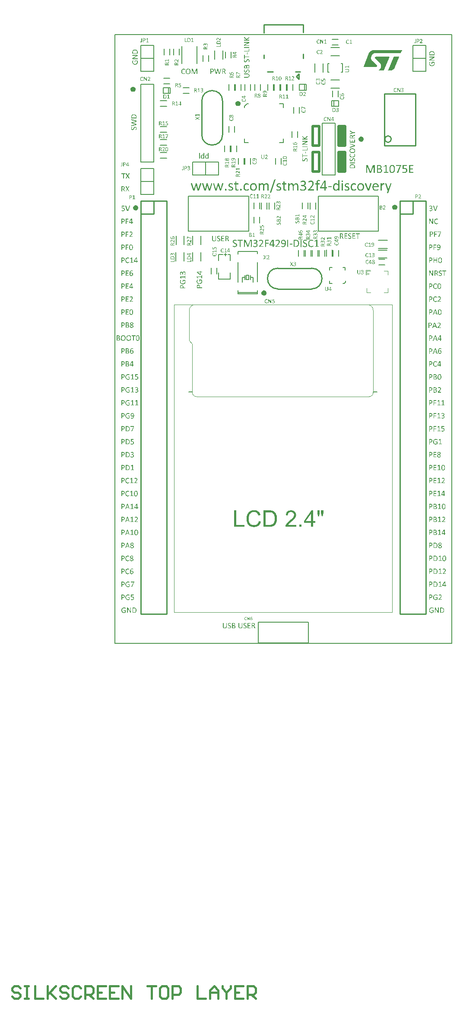
<source format=gto>
G04 Layer_Color=65535*
%FSLAX43Y43*%
%MOMM*%
G71*
G01*
G75*
%ADD40C,0.400*%
%ADD41C,0.127*%
%ADD70C,0.254*%
%ADD71C,0.120*%
%ADD72C,0.100*%
%ADD73C,0.508*%
%ADD74C,0.203*%
%ADD75C,0.152*%
%ADD76C,0.160*%
%ADD77C,0.200*%
G36*
X63574Y32430D02*
X63576D01*
X63582Y32428D01*
X63588Y32426D01*
X63594Y32424D01*
X63596D01*
X63598Y32422D01*
X63602Y32420D01*
X63604Y32418D01*
X63606Y32416D01*
X63608Y32408D01*
Y31501D01*
X63799D01*
X63807Y31497D01*
X63809D01*
X63811Y31495D01*
X63814Y31486D01*
Y31484D01*
X63816Y31482D01*
X63818Y31476D01*
X63820Y31468D01*
Y31466D01*
X63822Y31462D01*
X63824Y31454D01*
Y31445D01*
Y31443D01*
Y31435D01*
X63822Y31427D01*
X63820Y31417D01*
Y31415D01*
X63818Y31411D01*
X63814Y31400D01*
X63812Y31396D01*
X63805Y31392D01*
X63803D01*
X63795Y31390D01*
X63251D01*
X63243Y31392D01*
X63241Y31394D01*
X63235Y31400D01*
Y31402D01*
X63233Y31406D01*
X63229Y31417D01*
Y31419D01*
Y31425D01*
X63227Y31433D01*
Y31445D01*
Y31447D01*
Y31452D01*
X63229Y31468D01*
Y31470D01*
X63231Y31474D01*
X63233Y31480D01*
X63235Y31486D01*
Y31488D01*
X63237Y31489D01*
X63243Y31497D01*
X63245D01*
X63247Y31499D01*
X63255Y31501D01*
X63471D01*
Y32287D01*
X63270Y32168D01*
X63268Y32166D01*
X63262Y32162D01*
X63255Y32159D01*
X63247Y32157D01*
X63241D01*
X63231Y32161D01*
Y32162D01*
X63229Y32164D01*
X63227Y32170D01*
X63225Y32178D01*
Y32180D01*
Y32186D01*
X63223Y32196D01*
Y32209D01*
Y32211D01*
Y32217D01*
Y32233D01*
Y32235D01*
X63225Y32239D01*
X63227Y32248D01*
Y32250D01*
X63229Y32252D01*
X63233Y32258D01*
X63235Y32260D01*
X63237Y32262D01*
X63245Y32268D01*
X63483Y32422D01*
X63485Y32424D01*
X63493D01*
X63495Y32426D01*
X63502Y32428D01*
X63504D01*
X63508Y32430D01*
X63522D01*
X63526Y32432D01*
X63565D01*
X63574Y32430D01*
D02*
G37*
G36*
X64331Y32438D02*
X64349D01*
X64370Y32434D01*
X64392Y32430D01*
X64415Y32426D01*
X64437Y32418D01*
X64439D01*
X64446Y32414D01*
X64456Y32410D01*
X64470Y32402D01*
X64501Y32385D01*
X64530Y32360D01*
X64532Y32358D01*
X64536Y32354D01*
X64544Y32346D01*
X64552Y32334D01*
X64560Y32322D01*
X64569Y32307D01*
X64585Y32274D01*
Y32272D01*
X64589Y32266D01*
X64591Y32256D01*
X64595Y32242D01*
X64599Y32227D01*
X64601Y32209D01*
X64604Y32170D01*
Y32168D01*
Y32162D01*
Y32151D01*
X64603Y32139D01*
Y32123D01*
X64601Y32108D01*
X64595Y32071D01*
Y32069D01*
X64593Y32063D01*
X64591Y32053D01*
X64587Y32040D01*
X64581Y32024D01*
X64573Y32006D01*
X64556Y31965D01*
X64554Y31964D01*
X64550Y31956D01*
X64544Y31944D01*
X64536Y31928D01*
X64524Y31909D01*
X64509Y31887D01*
X64493Y31864D01*
X64474Y31839D01*
X64472Y31835D01*
X64464Y31827D01*
X64452Y31811D01*
X64437Y31792D01*
X64417Y31768D01*
X64392Y31741D01*
X64365Y31710D01*
X64333Y31677D01*
X64169Y31507D01*
X64624D01*
X64632Y31503D01*
X64634D01*
X64636Y31501D01*
X64642Y31491D01*
Y31489D01*
X64643Y31486D01*
X64645Y31480D01*
X64647Y31472D01*
Y31470D01*
X64649Y31466D01*
X64651Y31458D01*
Y31449D01*
Y31447D01*
Y31441D01*
X64649Y31433D01*
X64647Y31423D01*
Y31421D01*
X64645Y31417D01*
X64642Y31404D01*
Y31402D01*
X64640Y31400D01*
X64634Y31392D01*
X64630D01*
X64620Y31390D01*
X64043D01*
X64029Y31392D01*
X64027D01*
X64025Y31394D01*
X64013Y31400D01*
Y31402D01*
X64009Y31406D01*
X64008Y31411D01*
X64006Y31419D01*
Y31421D01*
Y31427D01*
X64004Y31437D01*
Y31449D01*
Y31452D01*
Y31458D01*
Y31468D01*
Y31478D01*
Y31480D01*
X64006Y31486D01*
X64009Y31497D01*
Y31499D01*
X64011Y31503D01*
X64019Y31517D01*
X64021Y31519D01*
X64023Y31523D01*
X64035Y31536D01*
X64244Y31749D01*
X64247Y31753D01*
X64255Y31761D01*
X64269Y31776D01*
X64285Y31794D01*
X64302Y31813D01*
X64322Y31837D01*
X64339Y31858D01*
X64357Y31882D01*
X64359Y31884D01*
X64365Y31891D01*
X64372Y31903D01*
X64382Y31917D01*
X64394Y31932D01*
X64405Y31950D01*
X64415Y31969D01*
X64425Y31987D01*
X64427Y31989D01*
X64429Y31995D01*
X64433Y32004D01*
X64439Y32016D01*
X64448Y32045D01*
X64456Y32075D01*
Y32077D01*
X64458Y32081D01*
Y32088D01*
X64460Y32098D01*
X64462Y32122D01*
X64464Y32147D01*
Y32149D01*
Y32153D01*
Y32161D01*
X64462Y32168D01*
X64460Y32190D01*
X64452Y32213D01*
Y32215D01*
X64450Y32219D01*
X64448Y32225D01*
X64445Y32233D01*
X64433Y32250D01*
X64417Y32268D01*
Y32270D01*
X64413Y32272D01*
X64402Y32281D01*
X64386Y32293D01*
X64363Y32305D01*
X64361D01*
X64357Y32307D01*
X64349Y32309D01*
X64341Y32313D01*
X64329Y32315D01*
X64316Y32317D01*
X64286Y32319D01*
X64269D01*
X64257Y32317D01*
X64228Y32313D01*
X64197Y32305D01*
X64195D01*
X64191Y32303D01*
X64183Y32299D01*
X64173Y32295D01*
X64150Y32285D01*
X64127Y32274D01*
X64125D01*
X64123Y32272D01*
X64109Y32264D01*
X64093Y32254D01*
X64076Y32244D01*
X64072Y32242D01*
X64064Y32239D01*
X64054Y32235D01*
X64047Y32233D01*
X64043D01*
X64035Y32235D01*
X64033Y32237D01*
X64027Y32244D01*
Y32246D01*
X64025Y32250D01*
Y32256D01*
X64023Y32264D01*
Y32266D01*
Y32272D01*
Y32281D01*
Y32293D01*
Y32295D01*
Y32301D01*
Y32313D01*
Y32315D01*
Y32319D01*
X64025Y32328D01*
Y32330D01*
X64027Y32332D01*
X64031Y32340D01*
Y32342D01*
X64035Y32344D01*
X64043Y32354D01*
X64045Y32356D01*
X64050Y32360D01*
X64060Y32367D01*
X64076Y32377D01*
X64078D01*
X64080Y32379D01*
X64086Y32383D01*
X64093Y32385D01*
X64113Y32395D01*
X64136Y32404D01*
X64138D01*
X64142Y32406D01*
X64150Y32410D01*
X64160Y32414D01*
X64171Y32418D01*
X64185Y32422D01*
X64214Y32430D01*
X64216D01*
X64222Y32432D01*
X64230Y32434D01*
X64242Y32436D01*
X64255D01*
X64271Y32438D01*
X64304Y32439D01*
X64318D01*
X64331Y32438D01*
D02*
G37*
G36*
X62972Y32420D02*
X62974D01*
X62976Y32418D01*
X62980Y32408D01*
Y32406D01*
X62981Y32404D01*
X62983Y32399D01*
X62985Y32391D01*
Y32389D01*
X62987Y32383D01*
X62989Y32375D01*
Y32363D01*
Y32361D01*
Y32356D01*
X62987Y32348D01*
X62985Y32338D01*
Y32336D01*
X62983Y32332D01*
X62980Y32320D01*
X62978Y32317D01*
X62972Y32311D01*
X62970D01*
X62962Y32309D01*
X62556D01*
Y31985D01*
X62907D01*
X62913Y31981D01*
X62915D01*
X62917Y31979D01*
X62923Y31969D01*
Y31967D01*
X62925Y31965D01*
X62927Y31960D01*
X62929Y31952D01*
Y31950D01*
X62931Y31946D01*
Y31936D01*
Y31926D01*
Y31924D01*
Y31919D01*
Y31911D01*
X62929Y31901D01*
Y31899D01*
X62927Y31895D01*
X62923Y31884D01*
X62921Y31880D01*
X62913Y31876D01*
X62911D01*
X62903Y31874D01*
X62556D01*
Y31505D01*
X62970D01*
X62978Y31501D01*
X62980D01*
X62981Y31499D01*
X62987Y31489D01*
Y31488D01*
X62989Y31486D01*
X62991Y31480D01*
X62993Y31472D01*
Y31470D01*
X62995Y31466D01*
Y31456D01*
Y31447D01*
Y31445D01*
Y31437D01*
Y31429D01*
X62993Y31419D01*
Y31417D01*
X62991Y31413D01*
X62987Y31402D01*
X62985Y31398D01*
X62978Y31392D01*
X62974D01*
X62966Y31390D01*
X62466D01*
X62459Y31392D01*
X62447Y31396D01*
X62435Y31402D01*
X62433Y31404D01*
X62427Y31411D01*
X62422Y31425D01*
X62420Y31445D01*
Y32367D01*
Y32369D01*
Y32373D01*
X62422Y32385D01*
X62426Y32399D01*
X62435Y32410D01*
X62437Y32412D01*
X62445Y32418D01*
X62457Y32422D01*
X62470Y32424D01*
X62966D01*
X62972Y32420D01*
D02*
G37*
G36*
X2432Y55282D02*
X2456Y55280D01*
X2481Y55276D01*
X2506Y55270D01*
X2530Y55264D01*
X2532D01*
X2539Y55260D01*
X2551Y55257D01*
X2565Y55251D01*
X2598Y55235D01*
X2614Y55225D01*
X2629Y55214D01*
X2631Y55212D01*
X2635Y55208D01*
X2643Y55200D01*
X2651Y55190D01*
X2660Y55179D01*
X2670Y55165D01*
X2688Y55132D01*
X2690Y55130D01*
X2692Y55124D01*
X2695Y55112D01*
X2699Y55101D01*
X2703Y55083D01*
X2705Y55065D01*
X2709Y55044D01*
Y55022D01*
Y55021D01*
Y55017D01*
Y55009D01*
X2707Y54999D01*
X2705Y54976D01*
X2699Y54950D01*
Y54948D01*
X2697Y54944D01*
X2695Y54939D01*
X2694Y54931D01*
X2686Y54909D01*
X2674Y54888D01*
Y54886D01*
X2670Y54884D01*
X2662Y54872D01*
X2649Y54855D01*
X2629Y54837D01*
X2627D01*
X2625Y54833D01*
X2619Y54829D01*
X2612Y54825D01*
X2594Y54814D01*
X2571Y54802D01*
X2573D01*
X2578Y54800D01*
X2586Y54798D01*
X2596Y54796D01*
X2623Y54786D01*
X2651Y54773D01*
X2653D01*
X2656Y54769D01*
X2664Y54765D01*
X2672Y54757D01*
X2694Y54742D01*
X2715Y54718D01*
X2717Y54716D01*
X2719Y54712D01*
X2725Y54706D01*
X2731Y54697D01*
X2738Y54685D01*
X2744Y54673D01*
X2758Y54642D01*
Y54640D01*
X2760Y54634D01*
X2764Y54625D01*
X2768Y54613D01*
X2770Y54599D01*
X2774Y54582D01*
X2775Y54545D01*
Y54543D01*
Y54537D01*
Y54527D01*
X2774Y54515D01*
X2770Y54486D01*
X2762Y54455D01*
Y54453D01*
X2760Y54447D01*
X2758Y54439D01*
X2754Y54429D01*
X2742Y54406D01*
X2727Y54381D01*
Y54379D01*
X2723Y54375D01*
X2719Y54369D01*
X2713Y54361D01*
X2695Y54344D01*
X2674Y54324D01*
X2672Y54322D01*
X2668Y54320D01*
X2662Y54314D01*
X2653Y54309D01*
X2631Y54295D01*
X2602Y54281D01*
X2600D01*
X2596Y54279D01*
X2586Y54275D01*
X2576Y54273D01*
X2565Y54270D01*
X2549Y54266D01*
X2518Y54258D01*
X2516D01*
X2510Y54256D01*
X2500D01*
X2489Y54254D01*
X2473Y54252D01*
X2456D01*
X2436Y54250D01*
X2141D01*
X2134Y54252D01*
X2122Y54256D01*
X2110Y54262D01*
X2108Y54264D01*
X2102Y54271D01*
X2097Y54285D01*
X2095Y54305D01*
Y55227D01*
Y55229D01*
Y55233D01*
X2097Y55245D01*
X2101Y55259D01*
X2110Y55270D01*
X2112Y55272D01*
X2120Y55278D01*
X2132Y55282D01*
X2145Y55284D01*
X2411D01*
X2432Y55282D01*
D02*
G37*
G36*
X61891Y32422D02*
X61914Y32420D01*
X61920D01*
X61926Y32418D01*
X61936D01*
X61957Y32414D01*
X61987Y32408D01*
X61989D01*
X61994Y32406D01*
X62002Y32404D01*
X62014Y32400D01*
X62026Y32395D01*
X62041Y32389D01*
X62072Y32373D01*
X62074Y32371D01*
X62080Y32369D01*
X62088Y32363D01*
X62098Y32356D01*
X62123Y32336D01*
X62147Y32311D01*
X62149Y32309D01*
X62152Y32305D01*
X62158Y32297D01*
X62164Y32287D01*
X62172Y32276D01*
X62180Y32260D01*
X62193Y32227D01*
Y32225D01*
X62195Y32219D01*
X62199Y32209D01*
X62203Y32196D01*
X62205Y32180D01*
X62209Y32162D01*
X62211Y32122D01*
Y32118D01*
Y32108D01*
X62209Y32094D01*
X62207Y32075D01*
X62205Y32053D01*
X62199Y32030D01*
X62193Y32004D01*
X62184Y31981D01*
X62182Y31979D01*
X62180Y31971D01*
X62174Y31960D01*
X62164Y31944D01*
X62154Y31928D01*
X62143Y31909D01*
X62127Y31891D01*
X62110Y31874D01*
X62108Y31872D01*
X62102Y31866D01*
X62092Y31858D01*
X62078Y31850D01*
X62061Y31839D01*
X62041Y31827D01*
X62018Y31817D01*
X61992Y31807D01*
X61989D01*
X61981Y31804D01*
X61965Y31800D01*
X61946Y31796D01*
X61922Y31792D01*
X61895Y31788D01*
X61864Y31786D01*
X61829Y31784D01*
X61712D01*
Y31411D01*
Y31410D01*
Y31408D01*
X61708Y31398D01*
X61706Y31396D01*
X61696Y31392D01*
X61694D01*
X61690Y31390D01*
X61684D01*
X61674Y31388D01*
X61667D01*
X61657Y31386D01*
X61620D01*
X61608Y31388D01*
X61606D01*
X61602Y31390D01*
X61589Y31392D01*
X61587D01*
X61585Y31394D01*
X61577Y31398D01*
Y31400D01*
Y31402D01*
X61575Y31411D01*
Y32363D01*
Y32365D01*
Y32369D01*
X61577Y32381D01*
X61581Y32397D01*
X61591Y32410D01*
X61595Y32412D01*
X61602Y32418D01*
X61614Y32422D01*
X61628Y32424D01*
X61872D01*
X61891Y32422D01*
D02*
G37*
G36*
Y55282D02*
X61914Y55280D01*
X61920D01*
X61926Y55278D01*
X61936D01*
X61957Y55274D01*
X61987Y55268D01*
X61989D01*
X61994Y55266D01*
X62002Y55264D01*
X62014Y55260D01*
X62026Y55255D01*
X62041Y55249D01*
X62072Y55233D01*
X62074Y55231D01*
X62080Y55229D01*
X62088Y55223D01*
X62098Y55216D01*
X62123Y55196D01*
X62147Y55171D01*
X62149Y55169D01*
X62152Y55165D01*
X62158Y55157D01*
X62164Y55147D01*
X62172Y55136D01*
X62180Y55120D01*
X62193Y55087D01*
Y55085D01*
X62195Y55079D01*
X62199Y55069D01*
X62203Y55056D01*
X62205Y55040D01*
X62209Y55023D01*
X62211Y54982D01*
Y54978D01*
Y54968D01*
X62209Y54954D01*
X62207Y54935D01*
X62205Y54913D01*
X62199Y54890D01*
X62193Y54864D01*
X62184Y54841D01*
X62182Y54839D01*
X62180Y54831D01*
X62174Y54820D01*
X62164Y54804D01*
X62154Y54788D01*
X62143Y54769D01*
X62127Y54751D01*
X62110Y54734D01*
X62108Y54732D01*
X62102Y54726D01*
X62092Y54718D01*
X62078Y54710D01*
X62061Y54699D01*
X62041Y54687D01*
X62018Y54677D01*
X61992Y54667D01*
X61989D01*
X61981Y54664D01*
X61965Y54660D01*
X61946Y54656D01*
X61922Y54652D01*
X61895Y54648D01*
X61864Y54646D01*
X61829Y54644D01*
X61712D01*
Y54271D01*
Y54270D01*
Y54268D01*
X61708Y54258D01*
X61706Y54256D01*
X61696Y54252D01*
X61694D01*
X61690Y54250D01*
X61684D01*
X61674Y54248D01*
X61667D01*
X61657Y54246D01*
X61620D01*
X61608Y54248D01*
X61606D01*
X61602Y54250D01*
X61589Y54252D01*
X61587D01*
X61585Y54254D01*
X61577Y54258D01*
Y54260D01*
Y54262D01*
X61575Y54271D01*
Y55223D01*
Y55225D01*
Y55229D01*
X61577Y55241D01*
X61581Y55257D01*
X61591Y55270D01*
X61595Y55272D01*
X61602Y55278D01*
X61614Y55282D01*
X61628Y55284D01*
X61872D01*
X61891Y55282D01*
D02*
G37*
G36*
X63717Y55288D02*
X63732Y55286D01*
X63736D01*
X63744Y55284D01*
X63754Y55282D01*
X63764Y55280D01*
X63766D01*
X63772Y55278D01*
X63777Y55276D01*
X63783Y55272D01*
X63785D01*
X63787Y55270D01*
X63789Y55266D01*
X63791Y55260D01*
Y54601D01*
X63908D01*
X63914Y54599D01*
X63922Y54595D01*
X63928Y54586D01*
X63930Y54584D01*
X63933Y54576D01*
X63935Y54562D01*
X63937Y54545D01*
Y54543D01*
Y54541D01*
Y54529D01*
X63933Y54515D01*
X63930Y54502D01*
X63928Y54500D01*
X63924Y54496D01*
X63916Y54490D01*
X63906Y54488D01*
X63791D01*
Y54270D01*
Y54266D01*
X63787Y54258D01*
X63785Y54256D01*
X63775Y54252D01*
X63773D01*
X63770Y54250D01*
X63764D01*
X63754Y54248D01*
X63744D01*
X63734Y54246D01*
X63699D01*
X63688Y54248D01*
X63686D01*
X63680Y54250D01*
X63672D01*
X63666Y54252D01*
X63664D01*
X63662Y54254D01*
X63658Y54256D01*
X63656Y54258D01*
Y54260D01*
Y54262D01*
X63654Y54270D01*
Y54488D01*
X63223D01*
X63214Y54490D01*
X63210Y54492D01*
X63202Y54498D01*
Y54500D01*
X63200Y54504D01*
X63198Y54509D01*
X63196Y54517D01*
Y54519D01*
Y54525D01*
X63194Y54535D01*
Y54548D01*
Y54550D01*
Y54556D01*
Y54564D01*
Y54574D01*
Y54576D01*
Y54582D01*
X63196Y54597D01*
Y54599D01*
X63198Y54603D01*
X63204Y54615D01*
Y54617D01*
X63206Y54621D01*
X63210Y54628D01*
X63214Y54636D01*
X63582Y55264D01*
Y55266D01*
X63586Y55268D01*
X63594Y55274D01*
X63596Y55276D01*
X63600Y55278D01*
X63606Y55280D01*
X63613Y55282D01*
X63615D01*
X63623Y55284D01*
X63633Y55286D01*
X63645Y55288D01*
X63649D01*
X63656Y55290D01*
X63701D01*
X63717Y55288D01*
D02*
G37*
G36*
X62903Y40051D02*
X62921D01*
X62939Y40049D01*
X62978Y40041D01*
X62980D01*
X62987Y40039D01*
X62997Y40037D01*
X63009Y40035D01*
X63040Y40027D01*
X63071Y40017D01*
X63073D01*
X63079Y40015D01*
X63085Y40011D01*
X63095Y40008D01*
X63118Y39998D01*
X63139Y39986D01*
X63141D01*
X63143Y39984D01*
X63155Y39976D01*
X63167Y39969D01*
X63177Y39961D01*
X63178Y39959D01*
X63182Y39955D01*
X63186Y39947D01*
X63190Y39937D01*
X63192Y39935D01*
X63194Y39928D01*
X63196Y39914D01*
Y39896D01*
Y39894D01*
Y39889D01*
Y39881D01*
X63194Y39871D01*
Y39869D01*
X63192Y39865D01*
X63188Y39852D01*
Y39850D01*
X63186Y39848D01*
X63180Y39840D01*
X63178D01*
X63171Y39838D01*
X63169D01*
X63163Y39840D01*
X63153Y39844D01*
X63138Y39852D01*
X63134Y39853D01*
X63122Y39861D01*
X63102Y39873D01*
X63077Y39885D01*
X63075D01*
X63071Y39889D01*
X63063Y39893D01*
X63052Y39896D01*
X63038Y39902D01*
X63024Y39908D01*
X63007Y39914D01*
X62987Y39920D01*
X62985D01*
X62978Y39922D01*
X62968Y39926D01*
X62952Y39928D01*
X62935Y39932D01*
X62913Y39933D01*
X62890Y39935D01*
X62851D01*
X62833Y39933D01*
X62814Y39932D01*
X62788Y39928D01*
X62763Y39922D01*
X62736Y39914D01*
X62710Y39904D01*
X62708Y39902D01*
X62699Y39898D01*
X62687Y39891D01*
X62671Y39881D01*
X62654Y39869D01*
X62634Y39853D01*
X62615Y39836D01*
X62595Y39816D01*
X62593Y39814D01*
X62587Y39807D01*
X62580Y39795D01*
X62568Y39779D01*
X62556Y39760D01*
X62545Y39738D01*
X62533Y39713D01*
X62523Y39686D01*
Y39682D01*
X62519Y39672D01*
X62515Y39656D01*
X62511Y39637D01*
X62507Y39612D01*
X62504Y39584D01*
X62502Y39555D01*
X62500Y39522D01*
Y39520D01*
Y39518D01*
Y39512D01*
Y39504D01*
X62502Y39487D01*
X62504Y39463D01*
X62505Y39434D01*
X62511Y39405D01*
X62517Y39374D01*
X62527Y39344D01*
X62529Y39340D01*
X62533Y39333D01*
X62539Y39317D01*
X62546Y39299D01*
X62558Y39280D01*
X62570Y39259D01*
X62585Y39237D01*
X62603Y39216D01*
X62605Y39214D01*
X62611Y39208D01*
X62623Y39198D01*
X62636Y39186D01*
X62652Y39173D01*
X62671Y39159D01*
X62695Y39147D01*
X62718Y39136D01*
X62722Y39134D01*
X62730Y39132D01*
X62743Y39128D01*
X62763Y39124D01*
X62784Y39118D01*
X62810Y39114D01*
X62839Y39112D01*
X62868Y39110D01*
X62886D01*
X62898Y39112D01*
X62913D01*
X62929Y39114D01*
X62964Y39120D01*
X62966D01*
X62972Y39122D01*
X62981Y39126D01*
X62995Y39130D01*
X63009Y39134D01*
X63024Y39140D01*
X63058Y39155D01*
Y39457D01*
X62814D01*
X62808Y39459D01*
X62802Y39463D01*
X62796Y39469D01*
Y39471D01*
X62794Y39479D01*
X62792Y39493D01*
X62790Y39512D01*
Y39514D01*
Y39522D01*
Y39530D01*
Y39537D01*
Y39539D01*
X62792Y39543D01*
X62794Y39549D01*
X62796Y39555D01*
Y39557D01*
X62798Y39559D01*
X62804Y39567D01*
X62806D01*
X62808Y39569D01*
X62816Y39571D01*
X63151D01*
X63161Y39567D01*
X63163D01*
X63167Y39565D01*
X63177Y39557D01*
X63178Y39555D01*
X63180Y39553D01*
X63184Y39547D01*
X63188Y39539D01*
X63190Y39537D01*
X63192Y39532D01*
X63194Y39524D01*
Y39514D01*
Y39120D01*
Y39116D01*
Y39108D01*
X63190Y39097D01*
X63186Y39085D01*
X63184Y39083D01*
X63180Y39075D01*
X63171Y39067D01*
X63155Y39058D01*
X63153D01*
X63151Y39056D01*
X63145Y39054D01*
X63139Y39050D01*
X63120Y39042D01*
X63095Y39032D01*
X63093D01*
X63089Y39030D01*
X63081Y39028D01*
X63073Y39024D01*
X63048Y39017D01*
X63020Y39009D01*
X63019D01*
X63015Y39007D01*
X63007D01*
X62995Y39005D01*
X62970Y39001D01*
X62940Y38997D01*
X62935D01*
X62927Y38995D01*
X62917D01*
X62892Y38993D01*
X62862Y38991D01*
X62843D01*
X62831Y38993D01*
X62820D01*
X62790Y38995D01*
X62757Y39001D01*
X62720Y39007D01*
X62683Y39017D01*
X62646Y39028D01*
X62644D01*
X62642Y39030D01*
X62630Y39036D01*
X62613Y39044D01*
X62591Y39056D01*
X62566Y39071D01*
X62541Y39089D01*
X62513Y39110D01*
X62488Y39134D01*
X62486Y39138D01*
X62478Y39145D01*
X62466Y39161D01*
X62451Y39180D01*
X62435Y39204D01*
X62420Y39231D01*
X62402Y39262D01*
X62388Y39298D01*
Y39299D01*
X62387Y39301D01*
X62385Y39307D01*
X62383Y39315D01*
X62379Y39335D01*
X62373Y39360D01*
X62365Y39391D01*
X62361Y39428D01*
X62357Y39469D01*
X62355Y39512D01*
Y39514D01*
Y39518D01*
Y39524D01*
Y39534D01*
X62357Y39543D01*
Y39557D01*
X62359Y39586D01*
X62365Y39621D01*
X62371Y39658D01*
X62381Y39695D01*
X62392Y39734D01*
Y39736D01*
X62394Y39738D01*
X62396Y39744D01*
X62400Y39752D01*
X62408Y39770D01*
X62420Y39793D01*
X62433Y39820D01*
X62451Y39848D01*
X62472Y39877D01*
X62496Y39904D01*
X62500Y39908D01*
X62507Y39916D01*
X62523Y39928D01*
X62543Y39945D01*
X62566Y39963D01*
X62593Y39980D01*
X62624Y39998D01*
X62658Y40013D01*
X62660D01*
X62662Y40015D01*
X62667Y40017D01*
X62675Y40019D01*
X62695Y40025D01*
X62720Y40033D01*
X62751Y40041D01*
X62786Y40047D01*
X62825Y40051D01*
X62868Y40052D01*
X62890D01*
X62903Y40051D01*
D02*
G37*
G36*
X61891Y40037D02*
X61914Y40035D01*
X61920D01*
X61926Y40033D01*
X61936D01*
X61957Y40029D01*
X61987Y40023D01*
X61989D01*
X61994Y40021D01*
X62002Y40019D01*
X62014Y40015D01*
X62026Y40010D01*
X62041Y40004D01*
X62072Y39988D01*
X62074Y39986D01*
X62080Y39984D01*
X62088Y39978D01*
X62098Y39971D01*
X62123Y39951D01*
X62147Y39926D01*
X62149Y39924D01*
X62152Y39920D01*
X62158Y39912D01*
X62164Y39902D01*
X62172Y39891D01*
X62180Y39875D01*
X62193Y39842D01*
Y39840D01*
X62195Y39834D01*
X62199Y39824D01*
X62203Y39811D01*
X62205Y39795D01*
X62209Y39777D01*
X62211Y39736D01*
Y39733D01*
Y39723D01*
X62209Y39709D01*
X62207Y39690D01*
X62205Y39668D01*
X62199Y39645D01*
X62193Y39619D01*
X62184Y39596D01*
X62182Y39594D01*
X62180Y39586D01*
X62174Y39575D01*
X62164Y39559D01*
X62154Y39543D01*
X62143Y39524D01*
X62127Y39506D01*
X62110Y39489D01*
X62108Y39487D01*
X62102Y39481D01*
X62092Y39473D01*
X62078Y39465D01*
X62061Y39454D01*
X62041Y39442D01*
X62018Y39432D01*
X61992Y39422D01*
X61989D01*
X61981Y39418D01*
X61965Y39415D01*
X61946Y39411D01*
X61922Y39407D01*
X61895Y39403D01*
X61864Y39401D01*
X61829Y39399D01*
X61712D01*
Y39026D01*
Y39024D01*
Y39022D01*
X61708Y39013D01*
X61706Y39011D01*
X61696Y39007D01*
X61694D01*
X61690Y39005D01*
X61684D01*
X61674Y39003D01*
X61667D01*
X61657Y39001D01*
X61620D01*
X61608Y39003D01*
X61606D01*
X61602Y39005D01*
X61589Y39007D01*
X61587D01*
X61585Y39009D01*
X61577Y39013D01*
Y39015D01*
Y39017D01*
X61575Y39026D01*
Y39978D01*
Y39980D01*
Y39984D01*
X61577Y39996D01*
X61581Y40011D01*
X61591Y40025D01*
X61595Y40027D01*
X61602Y40033D01*
X61614Y40037D01*
X61628Y40039D01*
X61872D01*
X61891Y40037D01*
D02*
G37*
G36*
X63807Y40045D02*
X63809D01*
X63814Y40043D01*
X63820Y40041D01*
X63826Y40039D01*
X63828D01*
X63830Y40037D01*
X63834Y40035D01*
X63836Y40033D01*
X63838Y40031D01*
X63840Y40023D01*
Y39116D01*
X64031D01*
X64039Y39112D01*
X64041D01*
X64043Y39110D01*
X64047Y39101D01*
Y39099D01*
X64049Y39097D01*
X64050Y39091D01*
X64052Y39083D01*
Y39081D01*
X64054Y39077D01*
X64056Y39069D01*
Y39060D01*
Y39058D01*
Y39050D01*
X64054Y39042D01*
X64052Y39032D01*
Y39030D01*
X64050Y39026D01*
X64047Y39015D01*
X64045Y39011D01*
X64037Y39007D01*
X64035D01*
X64027Y39005D01*
X63483D01*
X63475Y39007D01*
X63473Y39009D01*
X63467Y39015D01*
Y39017D01*
X63465Y39021D01*
X63461Y39032D01*
Y39034D01*
Y39040D01*
X63459Y39048D01*
Y39060D01*
Y39061D01*
Y39067D01*
X63461Y39083D01*
Y39085D01*
X63463Y39089D01*
X63465Y39095D01*
X63467Y39101D01*
Y39102D01*
X63469Y39104D01*
X63475Y39112D01*
X63477D01*
X63479Y39114D01*
X63487Y39116D01*
X63703D01*
Y39902D01*
X63502Y39783D01*
X63500Y39781D01*
X63495Y39777D01*
X63487Y39773D01*
X63479Y39772D01*
X63473D01*
X63463Y39775D01*
Y39777D01*
X63461Y39779D01*
X63459Y39785D01*
X63457Y39793D01*
Y39795D01*
Y39801D01*
X63455Y39811D01*
Y39824D01*
Y39826D01*
Y39832D01*
Y39848D01*
Y39850D01*
X63457Y39853D01*
X63459Y39863D01*
Y39865D01*
X63461Y39867D01*
X63465Y39873D01*
X63467Y39875D01*
X63469Y39877D01*
X63477Y39883D01*
X63715Y40037D01*
X63717Y40039D01*
X63725D01*
X63727Y40041D01*
X63734Y40043D01*
X63736D01*
X63740Y40045D01*
X63754D01*
X63758Y40047D01*
X63797D01*
X63807Y40045D01*
D02*
G37*
G36*
X47071Y80339D02*
X47073D01*
X47075Y80337D01*
X47079Y80327D01*
Y80325D01*
X47081Y80323D01*
X47083Y80317D01*
X47085Y80310D01*
Y80308D01*
X47087Y80302D01*
X47089Y80294D01*
Y80282D01*
Y80280D01*
Y80275D01*
X47087Y80267D01*
X47085Y80257D01*
Y80255D01*
X47083Y80251D01*
X47079Y80239D01*
X47077Y80236D01*
X47071Y80230D01*
X47069D01*
X47062Y80228D01*
X46656D01*
Y79904D01*
X47007D01*
X47013Y79900D01*
X47015D01*
X47017Y79898D01*
X47023Y79888D01*
Y79886D01*
X47025Y79884D01*
X47027Y79879D01*
X47029Y79871D01*
Y79869D01*
X47030Y79865D01*
Y79855D01*
Y79845D01*
Y79843D01*
Y79838D01*
Y79830D01*
X47029Y79820D01*
Y79818D01*
X47027Y79814D01*
X47023Y79802D01*
X47021Y79799D01*
X47013Y79795D01*
X47011D01*
X47003Y79793D01*
X46656D01*
Y79424D01*
X47069D01*
X47077Y79420D01*
X47079D01*
X47081Y79418D01*
X47087Y79408D01*
Y79407D01*
X47089Y79405D01*
X47091Y79399D01*
X47093Y79391D01*
Y79389D01*
X47095Y79385D01*
Y79375D01*
Y79366D01*
Y79364D01*
Y79356D01*
Y79348D01*
X47093Y79338D01*
Y79336D01*
X47091Y79332D01*
X47087Y79321D01*
X47085Y79317D01*
X47077Y79311D01*
X47073D01*
X47066Y79309D01*
X46566D01*
X46558Y79311D01*
X46547Y79315D01*
X46535Y79321D01*
X46533Y79323D01*
X46527Y79330D01*
X46521Y79344D01*
X46519Y79364D01*
Y80286D01*
Y80288D01*
Y80292D01*
X46521Y80304D01*
X46525Y80317D01*
X46535Y80329D01*
X46537Y80331D01*
X46545Y80337D01*
X46556Y80341D01*
X46570Y80343D01*
X47066D01*
X47071Y80339D01*
D02*
G37*
G36*
X46069Y80355D02*
X46094Y80351D01*
X46096D01*
X46100Y80349D01*
X46108D01*
X46116Y80347D01*
X46137Y80341D01*
X46159Y80335D01*
X46160D01*
X46164Y80333D01*
X46170Y80331D01*
X46178Y80329D01*
X46196Y80321D01*
X46213Y80312D01*
X46215D01*
X46217Y80310D01*
X46227Y80306D01*
X46238Y80298D01*
X46246Y80292D01*
X46248Y80290D01*
X46250Y80288D01*
X46254Y80282D01*
X46256Y80278D01*
X46258Y80277D01*
X46260Y80267D01*
Y80265D01*
X46262Y80263D01*
Y80251D01*
Y80249D01*
X46264Y80245D01*
Y80238D01*
Y80228D01*
Y80226D01*
Y80218D01*
Y80210D01*
X46262Y80200D01*
Y80198D01*
X46260Y80195D01*
X46258Y80183D01*
Y80181D01*
X46256Y80179D01*
X46250Y80171D01*
X46248D01*
X46240Y80169D01*
X46238D01*
X46235Y80171D01*
X46225Y80173D01*
X46213Y80179D01*
X46209Y80181D01*
X46201Y80187D01*
X46188Y80195D01*
X46168Y80204D01*
X46166D01*
X46164Y80206D01*
X46159Y80210D01*
X46151Y80214D01*
X46129Y80222D01*
X46104Y80232D01*
X46102D01*
X46098Y80234D01*
X46090Y80236D01*
X46080Y80238D01*
X46067Y80239D01*
X46053Y80241D01*
X46020Y80243D01*
X46004D01*
X45995Y80241D01*
X45969Y80239D01*
X45944Y80232D01*
X45942D01*
X45938Y80230D01*
X45932Y80228D01*
X45926Y80224D01*
X45909Y80214D01*
X45891Y80200D01*
X45887Y80197D01*
X45880Y80187D01*
X45870Y80173D01*
X45862Y80154D01*
Y80152D01*
X45860Y80150D01*
X45858Y80138D01*
X45854Y80120D01*
X45852Y80099D01*
Y80097D01*
Y80091D01*
X45854Y80083D01*
Y80074D01*
X45860Y80050D01*
X45872Y80025D01*
Y80023D01*
X45876Y80019D01*
X45880Y80013D01*
X45885Y80005D01*
X45903Y79988D01*
X45924Y79968D01*
X45926Y79966D01*
X45930Y79964D01*
X45938Y79961D01*
X45946Y79955D01*
X45969Y79941D01*
X45999Y79925D01*
X46000D01*
X46006Y79921D01*
X46014Y79918D01*
X46026Y79914D01*
X46038Y79908D01*
X46053Y79900D01*
X46084Y79884D01*
X46086D01*
X46092Y79881D01*
X46100Y79877D01*
X46112Y79871D01*
X46125Y79865D01*
X46141Y79857D01*
X46172Y79840D01*
X46174Y79838D01*
X46180Y79836D01*
X46188Y79830D01*
X46198Y79824D01*
X46223Y79806D01*
X46248Y79783D01*
X46250Y79781D01*
X46254Y79777D01*
X46260Y79769D01*
X46268Y79762D01*
X46276Y79750D01*
X46285Y79736D01*
X46301Y79705D01*
X46303Y79703D01*
X46305Y79697D01*
X46309Y79687D01*
X46313Y79676D01*
X46317Y79658D01*
X46318Y79641D01*
X46322Y79621D01*
Y79598D01*
Y79594D01*
Y79586D01*
X46320Y79572D01*
X46318Y79555D01*
X46317Y79535D01*
X46311Y79514D01*
X46305Y79490D01*
X46295Y79469D01*
X46293Y79467D01*
X46289Y79459D01*
X46283Y79449D01*
X46276Y79436D01*
X46264Y79420D01*
X46252Y79405D01*
X46237Y79387D01*
X46219Y79371D01*
X46217Y79369D01*
X46211Y79366D01*
X46201Y79358D01*
X46188Y79350D01*
X46172Y79340D01*
X46153Y79330D01*
X46131Y79321D01*
X46108Y79313D01*
X46106D01*
X46096Y79309D01*
X46084Y79307D01*
X46067Y79303D01*
X46045Y79299D01*
X46022Y79297D01*
X45997Y79293D01*
X45952D01*
X45938Y79295D01*
X45924D01*
X45907Y79297D01*
X45874Y79303D01*
X45872D01*
X45866Y79305D01*
X45858Y79307D01*
X45846Y79309D01*
X45821Y79315D01*
X45794Y79323D01*
X45792D01*
X45788Y79325D01*
X45782Y79328D01*
X45774Y79330D01*
X45755Y79340D01*
X45735Y79350D01*
X45731Y79352D01*
X45722Y79358D01*
X45712Y79366D01*
X45702Y79373D01*
X45700Y79375D01*
X45698Y79379D01*
X45694Y79387D01*
X45690Y79397D01*
Y79399D01*
X45688Y79408D01*
X45686Y79420D01*
Y79436D01*
Y79440D01*
Y79446D01*
Y79455D01*
Y79465D01*
Y79467D01*
X45688Y79473D01*
X45690Y79485D01*
Y79486D01*
X45692Y79488D01*
X45696Y79492D01*
X45698Y79494D01*
X45700D01*
X45702Y79496D01*
X45712Y79498D01*
X45714D01*
X45720Y79496D01*
X45727Y79492D01*
X45741Y79483D01*
X45743D01*
X45745Y79481D01*
X45757Y79475D01*
X45772Y79465D01*
X45794Y79453D01*
X45796D01*
X45800Y79451D01*
X45807Y79447D01*
X45815Y79444D01*
X45827Y79440D01*
X45841Y79434D01*
X45872Y79424D01*
X45874D01*
X45880Y79422D01*
X45889Y79420D01*
X45901Y79418D01*
X45917Y79414D01*
X45934Y79412D01*
X45954Y79410D01*
X45991D01*
X46002Y79412D01*
X46028Y79416D01*
X46057Y79422D01*
X46059D01*
X46063Y79424D01*
X46071Y79428D01*
X46079Y79430D01*
X46100Y79442D01*
X46121Y79455D01*
X46123Y79457D01*
X46125Y79459D01*
X46137Y79471D01*
X46151Y79486D01*
X46162Y79508D01*
Y79510D01*
X46164Y79514D01*
X46168Y79522D01*
X46170Y79529D01*
X46176Y79553D01*
X46178Y79582D01*
Y79584D01*
Y79590D01*
X46176Y79598D01*
Y79609D01*
X46168Y79633D01*
X46164Y79646D01*
X46157Y79658D01*
Y79660D01*
X46153Y79664D01*
X46149Y79670D01*
X46143Y79678D01*
X46125Y79695D01*
X46104Y79713D01*
X46102Y79715D01*
X46098Y79717D01*
X46092Y79721D01*
X46082Y79726D01*
X46059Y79740D01*
X46030Y79756D01*
X46028D01*
X46022Y79760D01*
X46014Y79763D01*
X46004Y79767D01*
X45991Y79773D01*
X45977Y79781D01*
X45944Y79795D01*
X45942Y79797D01*
X45936Y79799D01*
X45928Y79802D01*
X45917Y79808D01*
X45889Y79822D01*
X45858Y79840D01*
X45856Y79842D01*
X45850Y79843D01*
X45842Y79849D01*
X45833Y79857D01*
X45809Y79875D01*
X45784Y79898D01*
X45782Y79900D01*
X45778Y79904D01*
X45772Y79912D01*
X45764Y79921D01*
X45757Y79933D01*
X45747Y79947D01*
X45731Y79978D01*
Y79980D01*
X45727Y79986D01*
X45725Y79996D01*
X45722Y80009D01*
X45718Y80025D01*
X45716Y80042D01*
X45712Y80064D01*
Y80087D01*
Y80091D01*
Y80099D01*
X45714Y80111D01*
X45716Y80126D01*
X45718Y80144D01*
X45722Y80163D01*
X45727Y80183D01*
X45735Y80202D01*
X45737Y80204D01*
X45739Y80210D01*
X45745Y80220D01*
X45753Y80232D01*
X45772Y80259D01*
X45800Y80286D01*
X45802Y80288D01*
X45807Y80292D01*
X45817Y80298D01*
X45829Y80306D01*
X45842Y80316D01*
X45860Y80323D01*
X45880Y80331D01*
X45899Y80339D01*
X45901D01*
X45909Y80343D01*
X45921Y80345D01*
X45936Y80349D01*
X45956Y80353D01*
X45977Y80355D01*
X46024Y80358D01*
X46045D01*
X46069Y80355D01*
D02*
G37*
G36*
X45519Y80339D02*
X45521D01*
X45523Y80337D01*
X45526Y80327D01*
Y80325D01*
X45528Y80323D01*
X45530Y80317D01*
X45532Y80310D01*
Y80308D01*
X45534Y80302D01*
X45536Y80294D01*
Y80282D01*
Y80280D01*
Y80275D01*
X45534Y80267D01*
X45532Y80257D01*
Y80255D01*
X45530Y80251D01*
X45526Y80239D01*
X45525Y80236D01*
X45519Y80230D01*
X45517D01*
X45509Y80228D01*
X45103D01*
Y79904D01*
X45454D01*
X45460Y79900D01*
X45462D01*
X45464Y79898D01*
X45470Y79888D01*
Y79886D01*
X45472Y79884D01*
X45474Y79879D01*
X45476Y79871D01*
Y79869D01*
X45478Y79865D01*
Y79855D01*
Y79845D01*
Y79843D01*
Y79838D01*
Y79830D01*
X45476Y79820D01*
Y79818D01*
X45474Y79814D01*
X45470Y79802D01*
X45468Y79799D01*
X45460Y79795D01*
X45458D01*
X45450Y79793D01*
X45103D01*
Y79424D01*
X45517D01*
X45525Y79420D01*
X45526D01*
X45528Y79418D01*
X45534Y79408D01*
Y79407D01*
X45536Y79405D01*
X45538Y79399D01*
X45540Y79391D01*
Y79389D01*
X45542Y79385D01*
Y79375D01*
Y79366D01*
Y79364D01*
Y79356D01*
Y79348D01*
X45540Y79338D01*
Y79336D01*
X45538Y79332D01*
X45534Y79321D01*
X45532Y79317D01*
X45525Y79311D01*
X45521D01*
X45513Y79309D01*
X45013D01*
X45006Y79311D01*
X44994Y79315D01*
X44982Y79321D01*
X44980Y79323D01*
X44974Y79330D01*
X44969Y79344D01*
X44967Y79364D01*
Y80286D01*
Y80288D01*
Y80292D01*
X44969Y80304D01*
X44972Y80317D01*
X44982Y80329D01*
X44984Y80331D01*
X44992Y80337D01*
X45004Y80341D01*
X45017Y80343D01*
X45513D01*
X45519Y80339D01*
D02*
G37*
G36*
X44389Y80341D02*
X44411Y80339D01*
X44415D01*
X44426Y80337D01*
X44442D01*
X44459Y80335D01*
X44461D01*
X44469Y80333D01*
X44481Y80331D01*
X44495Y80327D01*
X44510Y80323D01*
X44528Y80317D01*
X44565Y80302D01*
X44567D01*
X44573Y80298D01*
X44580Y80294D01*
X44592Y80286D01*
X44617Y80269D01*
X44643Y80245D01*
X44645Y80243D01*
X44649Y80239D01*
X44654Y80232D01*
X44660Y80224D01*
X44668Y80212D01*
X44676Y80198D01*
X44690Y80167D01*
Y80165D01*
X44692Y80159D01*
X44695Y80150D01*
X44697Y80138D01*
X44701Y80124D01*
X44703Y80107D01*
X44705Y80070D01*
Y80068D01*
Y80060D01*
Y80050D01*
X44703Y80039D01*
X44699Y80007D01*
X44690Y79976D01*
Y79974D01*
X44688Y79968D01*
X44684Y79961D01*
X44680Y79951D01*
X44666Y79927D01*
X44649Y79902D01*
X44647Y79900D01*
X44645Y79896D01*
X44639Y79890D01*
X44631Y79884D01*
X44612Y79865D01*
X44586Y79847D01*
X44584D01*
X44580Y79843D01*
X44573Y79840D01*
X44563Y79834D01*
X44549Y79828D01*
X44535Y79822D01*
X44504Y79808D01*
X44506D01*
X44508Y79806D01*
X44520Y79801D01*
X44534Y79793D01*
X44549Y79781D01*
X44551D01*
X44553Y79777D01*
X44563Y79769D01*
X44575Y79756D01*
X44588Y79740D01*
Y79738D01*
X44592Y79736D01*
X44600Y79724D01*
X44612Y79707D01*
X44623Y79685D01*
Y79684D01*
X44625Y79680D01*
X44629Y79674D01*
X44633Y79666D01*
X44643Y79643D01*
X44654Y79615D01*
X44748Y79387D01*
Y79385D01*
X44750Y79383D01*
X44754Y79371D01*
X44760Y79360D01*
X44762Y79348D01*
Y79346D01*
X44764Y79342D01*
X44766Y79336D01*
Y79330D01*
Y79328D01*
Y79327D01*
X44762Y79317D01*
X44760Y79315D01*
X44758Y79313D01*
X44752Y79311D01*
X44750D01*
X44746Y79309D01*
X44738D01*
X44729Y79307D01*
X44719D01*
X44707Y79305D01*
X44670D01*
X44658Y79307D01*
X44656D01*
X44651Y79309D01*
X44643D01*
X44637Y79311D01*
X44635D01*
X44633Y79313D01*
X44623Y79321D01*
Y79323D01*
X44621Y79325D01*
X44617Y79336D01*
X44522Y79580D01*
Y79582D01*
X44518Y79588D01*
X44516Y79596D01*
X44510Y79605D01*
X44500Y79629D01*
X44487Y79656D01*
Y79658D01*
X44483Y79662D01*
X44479Y79668D01*
X44475Y79678D01*
X44461Y79695D01*
X44444Y79715D01*
X44442Y79717D01*
X44440Y79719D01*
X44434Y79724D01*
X44426Y79728D01*
X44409Y79742D01*
X44385Y79754D01*
X44383D01*
X44379Y79756D01*
X44372Y79760D01*
X44364Y79762D01*
X44352Y79765D01*
X44338Y79767D01*
X44305Y79769D01*
X44214D01*
Y79330D01*
Y79328D01*
Y79327D01*
X44210Y79317D01*
X44208Y79315D01*
X44198Y79311D01*
X44196D01*
X44192Y79309D01*
X44186D01*
X44177Y79307D01*
X44169D01*
X44159Y79305D01*
X44122D01*
X44110Y79307D01*
X44108D01*
X44104Y79309D01*
X44091Y79311D01*
X44089D01*
X44087Y79313D01*
X44079Y79317D01*
Y79319D01*
Y79321D01*
X44077Y79330D01*
Y80286D01*
Y80288D01*
Y80292D01*
X44079Y80304D01*
X44083Y80317D01*
X44093Y80329D01*
X44095Y80331D01*
X44102Y80337D01*
X44114Y80341D01*
X44128Y80343D01*
X44370D01*
X44389Y80341D01*
D02*
G37*
G36*
X47949Y80339D02*
X47951D01*
X47953Y80337D01*
X47959Y80327D01*
Y80325D01*
X47961Y80323D01*
X47963Y80317D01*
X47965Y80310D01*
Y80308D01*
X47967Y80302D01*
Y80294D01*
Y80282D01*
Y80280D01*
Y80273D01*
Y80265D01*
X47965Y80255D01*
Y80253D01*
X47963Y80249D01*
X47959Y80238D01*
X47957Y80234D01*
X47949Y80228D01*
X47947D01*
X47940Y80226D01*
X47649D01*
Y79330D01*
Y79328D01*
Y79327D01*
X47645Y79317D01*
X47643Y79315D01*
X47633Y79311D01*
X47631D01*
X47627Y79309D01*
X47622D01*
X47612Y79307D01*
X47604D01*
X47594Y79305D01*
X47559D01*
X47547Y79307D01*
X47545D01*
X47540Y79309D01*
X47532D01*
X47526Y79311D01*
X47524D01*
X47522Y79313D01*
X47514Y79317D01*
Y79319D01*
Y79321D01*
X47512Y79330D01*
Y80226D01*
X47216D01*
X47208Y80228D01*
X47206Y80230D01*
X47200Y80238D01*
Y80239D01*
X47198Y80243D01*
X47196Y80255D01*
Y80257D01*
Y80263D01*
X47194Y80271D01*
Y80282D01*
Y80284D01*
Y80292D01*
Y80300D01*
X47196Y80310D01*
Y80312D01*
X47198Y80316D01*
Y80321D01*
X47200Y80327D01*
Y80329D01*
X47202Y80331D01*
X47208Y80339D01*
X47210D01*
X47212Y80341D01*
X47220Y80343D01*
X47943D01*
X47949Y80339D01*
D02*
G37*
G36*
X1566Y55282D02*
X1589Y55280D01*
X1595D01*
X1601Y55278D01*
X1611D01*
X1632Y55274D01*
X1662Y55268D01*
X1664D01*
X1669Y55266D01*
X1677Y55264D01*
X1689Y55260D01*
X1701Y55255D01*
X1716Y55249D01*
X1747Y55233D01*
X1749Y55231D01*
X1755Y55229D01*
X1763Y55223D01*
X1773Y55216D01*
X1798Y55196D01*
X1822Y55171D01*
X1824Y55169D01*
X1827Y55165D01*
X1833Y55157D01*
X1839Y55147D01*
X1847Y55136D01*
X1855Y55120D01*
X1868Y55087D01*
Y55085D01*
X1870Y55079D01*
X1874Y55069D01*
X1878Y55056D01*
X1880Y55040D01*
X1884Y55022D01*
X1886Y54982D01*
Y54978D01*
Y54968D01*
X1884Y54954D01*
X1882Y54935D01*
X1880Y54913D01*
X1874Y54890D01*
X1868Y54864D01*
X1859Y54841D01*
X1857Y54839D01*
X1855Y54831D01*
X1849Y54820D01*
X1839Y54804D01*
X1829Y54788D01*
X1818Y54769D01*
X1802Y54751D01*
X1785Y54734D01*
X1783Y54732D01*
X1777Y54726D01*
X1767Y54718D01*
X1753Y54710D01*
X1736Y54699D01*
X1716Y54687D01*
X1693Y54677D01*
X1667Y54667D01*
X1664D01*
X1656Y54664D01*
X1640Y54660D01*
X1621Y54656D01*
X1597Y54652D01*
X1570Y54648D01*
X1539Y54646D01*
X1504Y54644D01*
X1387D01*
Y54271D01*
Y54270D01*
Y54268D01*
X1383Y54258D01*
X1381Y54256D01*
X1371Y54252D01*
X1369D01*
X1365Y54250D01*
X1359D01*
X1349Y54248D01*
X1342D01*
X1332Y54246D01*
X1295D01*
X1283Y54248D01*
X1281D01*
X1277Y54250D01*
X1264Y54252D01*
X1262D01*
X1260Y54254D01*
X1252Y54258D01*
Y54260D01*
Y54262D01*
X1250Y54271D01*
Y55223D01*
Y55225D01*
Y55229D01*
X1252Y55241D01*
X1256Y55257D01*
X1266Y55270D01*
X1270Y55272D01*
X1277Y55278D01*
X1289Y55282D01*
X1303Y55284D01*
X1547D01*
X1566Y55282D01*
D02*
G37*
G36*
X3409Y55288D02*
X3425Y55286D01*
X3429D01*
X3437Y55284D01*
X3447Y55282D01*
X3456Y55280D01*
X3458D01*
X3464Y55278D01*
X3470Y55276D01*
X3476Y55272D01*
X3478D01*
X3480Y55270D01*
X3482Y55266D01*
X3484Y55260D01*
Y54601D01*
X3601D01*
X3606Y54599D01*
X3614Y54595D01*
X3620Y54586D01*
X3622Y54584D01*
X3626Y54576D01*
X3628Y54562D01*
X3630Y54545D01*
Y54543D01*
Y54541D01*
Y54529D01*
X3626Y54515D01*
X3622Y54502D01*
X3620Y54500D01*
X3616Y54496D01*
X3608Y54490D01*
X3599Y54488D01*
X3484D01*
Y54270D01*
Y54266D01*
X3480Y54258D01*
X3478Y54256D01*
X3468Y54252D01*
X3466D01*
X3462Y54250D01*
X3456D01*
X3447Y54248D01*
X3437D01*
X3427Y54246D01*
X3392D01*
X3380Y54248D01*
X3378D01*
X3372Y54250D01*
X3365D01*
X3359Y54252D01*
X3357D01*
X3355Y54254D01*
X3351Y54256D01*
X3349Y54258D01*
Y54260D01*
Y54262D01*
X3347Y54270D01*
Y54488D01*
X2916D01*
X2906Y54490D01*
X2902Y54492D01*
X2894Y54498D01*
Y54500D01*
X2893Y54504D01*
X2891Y54509D01*
X2889Y54517D01*
Y54519D01*
Y54525D01*
X2887Y54535D01*
Y54548D01*
Y54550D01*
Y54556D01*
Y54564D01*
Y54574D01*
Y54576D01*
Y54582D01*
X2889Y54597D01*
Y54599D01*
X2891Y54603D01*
X2896Y54615D01*
Y54617D01*
X2898Y54621D01*
X2902Y54628D01*
X2906Y54636D01*
X3275Y55264D01*
Y55266D01*
X3279Y55268D01*
X3287Y55274D01*
X3289Y55276D01*
X3292Y55278D01*
X3298Y55280D01*
X3306Y55282D01*
X3308D01*
X3316Y55284D01*
X3326Y55286D01*
X3337Y55288D01*
X3341D01*
X3349Y55290D01*
X3394D01*
X3409Y55288D01*
D02*
G37*
G36*
X3705Y103682D02*
X3716D01*
X3749Y103680D01*
X3786Y103676D01*
X3825Y103669D01*
X3864Y103661D01*
X3904Y103649D01*
X3905D01*
X3907Y103647D01*
X3919Y103643D01*
X3939Y103635D01*
X3962Y103624D01*
X3987Y103608D01*
X4015Y103592D01*
X4044Y103571D01*
X4069Y103548D01*
X4071Y103546D01*
X4081Y103536D01*
X4093Y103522D01*
X4106Y103503D01*
X4122Y103479D01*
X4140Y103452D01*
X4155Y103421D01*
X4169Y103386D01*
Y103384D01*
X4171Y103382D01*
Y103376D01*
X4173Y103368D01*
X4179Y103349D01*
X4184Y103321D01*
X4190Y103288D01*
X4194Y103249D01*
X4198Y103206D01*
X4200Y103157D01*
Y102939D01*
Y102935D01*
X4198Y102927D01*
X4194Y102916D01*
X4188Y102904D01*
X4186Y102902D01*
X4179Y102896D01*
X4165Y102890D01*
X4145Y102888D01*
X3217D01*
X3205Y102890D01*
X3191Y102894D01*
X3180Y102904D01*
X3178Y102906D01*
X3172Y102914D01*
X3168Y102925D01*
X3166Y102939D01*
Y103173D01*
Y103175D01*
Y103179D01*
Y103187D01*
Y103197D01*
X3168Y103206D01*
Y103220D01*
X3170Y103251D01*
X3174Y103288D01*
X3182Y103325D01*
X3190Y103364D01*
X3201Y103399D01*
Y103401D01*
X3203Y103403D01*
X3207Y103415D01*
X3215Y103433D01*
X3227Y103454D01*
X3242Y103479D01*
X3258Y103505D01*
X3279Y103530D01*
X3303Y103555D01*
X3305Y103557D01*
X3314Y103565D01*
X3328Y103577D01*
X3346Y103591D01*
X3369Y103606D01*
X3396Y103622D01*
X3428Y103637D01*
X3461Y103651D01*
X3463D01*
X3465Y103653D01*
X3470Y103655D01*
X3476Y103657D01*
X3496Y103661D01*
X3521Y103669D01*
X3552Y103674D01*
X3587Y103678D01*
X3626Y103682D01*
X3669Y103684D01*
X3693D01*
X3705Y103682D01*
D02*
G37*
G36*
X3937Y101234D02*
X3954Y101232D01*
X3974Y101230D01*
X3995Y101224D01*
X4019Y101218D01*
X4040Y101209D01*
X4042Y101207D01*
X4050Y101203D01*
X4060Y101197D01*
X4073Y101189D01*
X4089Y101177D01*
X4104Y101166D01*
X4122Y101150D01*
X4138Y101133D01*
X4140Y101131D01*
X4143Y101125D01*
X4151Y101115D01*
X4159Y101101D01*
X4169Y101086D01*
X4179Y101066D01*
X4188Y101045D01*
X4196Y101021D01*
Y101020D01*
X4200Y101010D01*
X4202Y100998D01*
X4206Y100980D01*
X4210Y100959D01*
X4212Y100936D01*
X4216Y100910D01*
Y100883D01*
Y100881D01*
Y100875D01*
Y100865D01*
X4214Y100852D01*
Y100838D01*
X4212Y100821D01*
X4206Y100787D01*
Y100785D01*
X4204Y100780D01*
X4202Y100772D01*
X4200Y100760D01*
X4194Y100735D01*
X4186Y100707D01*
Y100705D01*
X4184Y100702D01*
X4181Y100696D01*
X4179Y100688D01*
X4169Y100668D01*
X4159Y100649D01*
X4157Y100645D01*
X4151Y100635D01*
X4143Y100625D01*
X4136Y100616D01*
X4134Y100614D01*
X4130Y100612D01*
X4122Y100608D01*
X4112Y100604D01*
X4110D01*
X4101Y100602D01*
X4089Y100600D01*
X4042D01*
X4036Y100602D01*
X4024Y100604D01*
X4022D01*
X4021Y100606D01*
X4017Y100610D01*
X4015Y100612D01*
Y100614D01*
X4013Y100616D01*
X4011Y100625D01*
Y100627D01*
X4013Y100633D01*
X4017Y100641D01*
X4026Y100655D01*
Y100657D01*
X4028Y100659D01*
X4034Y100670D01*
X4044Y100686D01*
X4056Y100707D01*
Y100709D01*
X4058Y100713D01*
X4062Y100721D01*
X4065Y100729D01*
X4069Y100741D01*
X4075Y100754D01*
X4085Y100785D01*
Y100787D01*
X4087Y100793D01*
X4089Y100803D01*
X4091Y100815D01*
X4095Y100830D01*
X4097Y100848D01*
X4099Y100867D01*
Y100889D01*
Y100891D01*
Y100897D01*
Y100904D01*
X4097Y100916D01*
X4093Y100941D01*
X4087Y100971D01*
Y100973D01*
X4085Y100977D01*
X4081Y100984D01*
X4079Y100992D01*
X4067Y101014D01*
X4054Y101035D01*
X4052Y101037D01*
X4050Y101039D01*
X4038Y101051D01*
X4022Y101064D01*
X4001Y101076D01*
X3999D01*
X3995Y101078D01*
X3987Y101082D01*
X3980Y101084D01*
X3956Y101090D01*
X3927Y101092D01*
X3919D01*
X3911Y101090D01*
X3900D01*
X3876Y101082D01*
X3863Y101078D01*
X3851Y101070D01*
X3849D01*
X3845Y101066D01*
X3839Y101062D01*
X3831Y101057D01*
X3814Y101039D01*
X3796Y101018D01*
X3794Y101016D01*
X3792Y101012D01*
X3788Y101006D01*
X3783Y100996D01*
X3769Y100973D01*
X3753Y100943D01*
Y100941D01*
X3749Y100936D01*
X3745Y100928D01*
X3742Y100918D01*
X3736Y100904D01*
X3728Y100891D01*
X3714Y100858D01*
X3712Y100856D01*
X3710Y100850D01*
X3706Y100842D01*
X3701Y100830D01*
X3687Y100803D01*
X3669Y100772D01*
X3667Y100770D01*
X3666Y100764D01*
X3660Y100756D01*
X3652Y100746D01*
X3634Y100723D01*
X3611Y100698D01*
X3609Y100696D01*
X3605Y100692D01*
X3597Y100686D01*
X3587Y100678D01*
X3576Y100670D01*
X3562Y100661D01*
X3531Y100645D01*
X3529D01*
X3523Y100641D01*
X3513Y100639D01*
X3500Y100635D01*
X3484Y100631D01*
X3467Y100629D01*
X3445Y100625D01*
X3410D01*
X3398Y100627D01*
X3383Y100629D01*
X3365Y100631D01*
X3346Y100635D01*
X3326Y100641D01*
X3307Y100649D01*
X3305Y100651D01*
X3299Y100653D01*
X3289Y100659D01*
X3277Y100666D01*
X3250Y100686D01*
X3223Y100713D01*
X3221Y100715D01*
X3217Y100721D01*
X3211Y100731D01*
X3203Y100742D01*
X3193Y100756D01*
X3186Y100774D01*
X3178Y100793D01*
X3170Y100813D01*
Y100815D01*
X3166Y100822D01*
X3164Y100834D01*
X3160Y100850D01*
X3156Y100869D01*
X3154Y100891D01*
X3151Y100938D01*
Y100940D01*
Y100943D01*
Y100951D01*
Y100959D01*
X3154Y100982D01*
X3158Y101008D01*
Y101010D01*
X3160Y101014D01*
Y101021D01*
X3162Y101029D01*
X3168Y101051D01*
X3174Y101072D01*
Y101074D01*
X3176Y101078D01*
X3178Y101084D01*
X3180Y101092D01*
X3188Y101109D01*
X3197Y101127D01*
Y101129D01*
X3199Y101131D01*
X3203Y101140D01*
X3211Y101152D01*
X3217Y101160D01*
X3219Y101162D01*
X3221Y101164D01*
X3227Y101168D01*
X3230Y101170D01*
X3232Y101172D01*
X3242Y101174D01*
X3244D01*
X3246Y101176D01*
X3260D01*
X3264Y101177D01*
X3299D01*
X3309Y101176D01*
X3310D01*
X3314Y101174D01*
X3326Y101172D01*
X3328D01*
X3330Y101170D01*
X3338Y101164D01*
Y101162D01*
X3340Y101154D01*
Y101152D01*
X3338Y101148D01*
X3336Y101138D01*
X3330Y101127D01*
X3328Y101123D01*
X3322Y101115D01*
X3314Y101101D01*
X3305Y101082D01*
Y101080D01*
X3303Y101078D01*
X3299Y101072D01*
X3295Y101064D01*
X3287Y101043D01*
X3277Y101018D01*
Y101016D01*
X3275Y101012D01*
X3273Y101004D01*
X3271Y100994D01*
X3270Y100980D01*
X3268Y100967D01*
X3266Y100934D01*
Y100932D01*
Y100926D01*
Y100918D01*
X3268Y100908D01*
X3270Y100883D01*
X3277Y100858D01*
Y100856D01*
X3279Y100852D01*
X3281Y100846D01*
X3285Y100840D01*
X3295Y100822D01*
X3309Y100805D01*
X3312Y100801D01*
X3322Y100793D01*
X3336Y100783D01*
X3355Y100776D01*
X3357D01*
X3359Y100774D01*
X3371Y100772D01*
X3389Y100768D01*
X3410Y100766D01*
X3418D01*
X3426Y100768D01*
X3435D01*
X3459Y100774D01*
X3484Y100785D01*
X3486D01*
X3490Y100789D01*
X3496Y100793D01*
X3504Y100799D01*
X3521Y100817D01*
X3541Y100838D01*
X3543Y100840D01*
X3545Y100844D01*
X3548Y100852D01*
X3554Y100860D01*
X3568Y100883D01*
X3584Y100912D01*
Y100914D01*
X3587Y100920D01*
X3591Y100928D01*
X3595Y100940D01*
X3601Y100951D01*
X3609Y100967D01*
X3625Y100998D01*
Y101000D01*
X3628Y101006D01*
X3632Y101014D01*
X3638Y101025D01*
X3644Y101039D01*
X3652Y101055D01*
X3669Y101086D01*
X3671Y101088D01*
X3673Y101094D01*
X3679Y101101D01*
X3685Y101111D01*
X3703Y101137D01*
X3726Y101162D01*
X3728Y101164D01*
X3732Y101168D01*
X3740Y101174D01*
X3747Y101181D01*
X3759Y101189D01*
X3773Y101199D01*
X3804Y101215D01*
X3806Y101217D01*
X3812Y101218D01*
X3822Y101222D01*
X3833Y101226D01*
X3851Y101230D01*
X3868Y101232D01*
X3888Y101236D01*
X3923D01*
X3937Y101234D01*
D02*
G37*
G36*
X3203Y102699D02*
X3215Y102697D01*
X4169Y102424D01*
X4171D01*
X4175Y102422D01*
X4188Y102412D01*
Y102410D01*
X4192Y102408D01*
X4194Y102403D01*
X4198Y102395D01*
Y102393D01*
X4200Y102387D01*
Y102379D01*
X4202Y102367D01*
Y102365D01*
Y102358D01*
X4204Y102344D01*
Y102328D01*
Y102326D01*
Y102325D01*
Y102313D01*
Y102299D01*
X4202Y102286D01*
Y102284D01*
X4200Y102276D01*
Y102266D01*
X4198Y102256D01*
Y102254D01*
X4196Y102250D01*
X4188Y102241D01*
X4186D01*
X4182Y102237D01*
X4177Y102235D01*
X4169Y102233D01*
X3389Y102016D01*
Y102014D01*
X4169Y101813D01*
X4171D01*
X4175Y101811D01*
X4188Y101806D01*
Y101804D01*
X4192Y101802D01*
X4198Y101790D01*
Y101788D01*
X4200Y101782D01*
Y101774D01*
X4202Y101763D01*
Y101761D01*
Y101751D01*
X4204Y101739D01*
Y101722D01*
Y101720D01*
Y101718D01*
Y101706D01*
Y101691D01*
X4202Y101677D01*
Y101675D01*
X4200Y101667D01*
Y101657D01*
X4198Y101648D01*
Y101646D01*
X4196Y101642D01*
X4188Y101632D01*
X4186D01*
X4182Y101628D01*
X4177Y101626D01*
X4169Y101622D01*
X3215Y101349D01*
X3211D01*
X3205Y101347D01*
X3195Y101345D01*
X3188Y101343D01*
X3182D01*
X3176Y101345D01*
X3170Y101349D01*
X3168Y101351D01*
X3166Y101355D01*
X3164Y101363D01*
X3162Y101373D01*
Y101375D01*
X3160Y101384D01*
Y101396D01*
Y101414D01*
Y101415D01*
Y101417D01*
Y101427D01*
Y101441D01*
X3162Y101453D01*
Y101455D01*
X3164Y101460D01*
X3166Y101468D01*
X3168Y101474D01*
Y101476D01*
X3170Y101478D01*
X3172Y101482D01*
X3176Y101484D01*
X3180Y101486D01*
X3190Y101490D01*
X4056Y101722D01*
Y101724D01*
X3191Y101944D01*
X3190D01*
X3188Y101946D01*
X3178Y101950D01*
X3176D01*
X3174Y101954D01*
X3170Y101956D01*
X3168Y101962D01*
Y101964D01*
X3166Y101968D01*
X3164Y101973D01*
X3162Y101983D01*
Y101985D01*
X3160Y101995D01*
Y102007D01*
Y102022D01*
Y102024D01*
Y102026D01*
Y102036D01*
Y102048D01*
X3162Y102057D01*
Y102059D01*
X3164Y102065D01*
X3166Y102073D01*
X3168Y102079D01*
Y102081D01*
X3170Y102083D01*
X3172Y102087D01*
X3178Y102090D01*
X3182Y102092D01*
X3191Y102096D01*
X4056Y102334D01*
Y102336D01*
X3191Y102564D01*
X3190D01*
X3188Y102566D01*
X3178Y102568D01*
X3176D01*
X3174Y102570D01*
X3170Y102574D01*
X3168Y102578D01*
Y102580D01*
X3166Y102584D01*
X3164Y102590D01*
X3162Y102600D01*
Y102602D01*
X3160Y102609D01*
Y102621D01*
Y102637D01*
Y102639D01*
Y102641D01*
Y102650D01*
X3162Y102664D01*
X3164Y102676D01*
Y102678D01*
X3166Y102683D01*
X3168Y102689D01*
X3172Y102695D01*
Y102697D01*
X3176Y102699D01*
X3180Y102701D01*
X3195D01*
X3203Y102699D01*
D02*
G37*
G36*
X62841Y55296D02*
X62868Y55294D01*
X62900Y55288D01*
X62901D01*
X62907Y55286D01*
X62915Y55284D01*
X62925Y55282D01*
X62950Y55276D01*
X62978Y55266D01*
X62980D01*
X62983Y55264D01*
X62991Y55262D01*
X62999Y55259D01*
X63020Y55249D01*
X63042Y55237D01*
X63044D01*
X63046Y55235D01*
X63058Y55227D01*
X63071Y55220D01*
X63081Y55212D01*
X63083Y55210D01*
X63087Y55206D01*
X63093Y55202D01*
X63095Y55196D01*
X63097Y55192D01*
X63100Y55182D01*
Y55181D01*
X63102Y55177D01*
Y55171D01*
X63104Y55163D01*
Y55161D01*
X63106Y55157D01*
Y55149D01*
Y55140D01*
Y55138D01*
Y55130D01*
Y55122D01*
X63104Y55112D01*
Y55110D01*
X63102Y55106D01*
X63099Y55093D01*
Y55091D01*
X63097Y55089D01*
X63091Y55081D01*
X63089D01*
X63081Y55079D01*
X63079D01*
X63073Y55081D01*
X63063Y55085D01*
X63050Y55093D01*
X63046Y55095D01*
X63036Y55102D01*
X63019Y55114D01*
X62997Y55128D01*
X62995D01*
X62991Y55132D01*
X62985Y55136D01*
X62976Y55140D01*
X62964Y55145D01*
X62952Y55151D01*
X62921Y55163D01*
X62919D01*
X62913Y55165D01*
X62903Y55169D01*
X62890Y55171D01*
X62874Y55175D01*
X62857Y55177D01*
X62835Y55179D01*
X62800D01*
X62786Y55177D01*
X62771Y55175D01*
X62751Y55171D01*
X62730Y55167D01*
X62708Y55159D01*
X62687Y55149D01*
X62685Y55147D01*
X62677Y55143D01*
X62667Y55138D01*
X62654Y55130D01*
X62638Y55118D01*
X62623Y55102D01*
X62605Y55087D01*
X62589Y55067D01*
X62587Y55065D01*
X62584Y55058D01*
X62576Y55046D01*
X62568Y55032D01*
X62558Y55013D01*
X62548Y54989D01*
X62539Y54964D01*
X62529Y54937D01*
Y54933D01*
X62525Y54923D01*
X62523Y54907D01*
X62519Y54886D01*
X62515Y54861D01*
X62511Y54831D01*
X62509Y54798D01*
X62507Y54761D01*
Y54759D01*
Y54757D01*
Y54751D01*
Y54744D01*
X62509Y54726D01*
Y54703D01*
X62511Y54675D01*
X62515Y54646D01*
X62521Y54615D01*
X62527Y54586D01*
X62529Y54582D01*
X62531Y54574D01*
X62537Y54558D01*
X62543Y54541D01*
X62550Y54521D01*
X62562Y54500D01*
X62574Y54478D01*
X62587Y54459D01*
X62589Y54457D01*
X62595Y54451D01*
X62603Y54441D01*
X62615Y54429D01*
X62628Y54418D01*
X62646Y54406D01*
X62665Y54392D01*
X62685Y54383D01*
X62687Y54381D01*
X62695Y54379D01*
X62706Y54375D01*
X62724Y54371D01*
X62743Y54365D01*
X62765Y54361D01*
X62790Y54359D01*
X62816Y54357D01*
X62837D01*
X62853Y54359D01*
X62870Y54361D01*
X62888Y54363D01*
X62923Y54371D01*
X62925D01*
X62931Y54373D01*
X62939Y54377D01*
X62950Y54381D01*
X62976Y54392D01*
X63001Y54404D01*
X63003D01*
X63007Y54408D01*
X63013Y54412D01*
X63020Y54416D01*
X63038Y54428D01*
X63056Y54439D01*
X63058D01*
X63060Y54441D01*
X63067Y54447D01*
X63079Y54453D01*
X63089Y54455D01*
X63093D01*
X63099Y54451D01*
X63100Y54449D01*
X63102Y54447D01*
X63104Y54441D01*
Y54439D01*
X63106Y54437D01*
Y54431D01*
X63108Y54424D01*
Y54422D01*
X63110Y54416D01*
Y54406D01*
Y54392D01*
Y54390D01*
Y54385D01*
X63108Y54371D01*
Y54369D01*
Y54365D01*
X63106Y54353D01*
Y54351D01*
X63104Y54350D01*
X63100Y54340D01*
X63099Y54336D01*
X63095Y54332D01*
X63089Y54326D01*
X63087Y54324D01*
X63081Y54320D01*
X63071Y54312D01*
X63056Y54303D01*
X63054D01*
X63052Y54301D01*
X63046Y54297D01*
X63038Y54293D01*
X63019Y54283D01*
X62991Y54271D01*
X62989D01*
X62985Y54270D01*
X62978Y54266D01*
X62966Y54262D01*
X62954Y54258D01*
X62939Y54254D01*
X62905Y54246D01*
X62903D01*
X62898Y54244D01*
X62888Y54242D01*
X62874D01*
X62859Y54240D01*
X62839Y54238D01*
X62798Y54236D01*
X62781D01*
X62761Y54238D01*
X62738Y54240D01*
X62708Y54244D01*
X62677Y54250D01*
X62646Y54258D01*
X62615Y54270D01*
X62611Y54271D01*
X62601Y54275D01*
X62587Y54283D01*
X62568Y54295D01*
X62546Y54309D01*
X62523Y54324D01*
X62500Y54344D01*
X62478Y54367D01*
X62476Y54371D01*
X62468Y54379D01*
X62459Y54392D01*
X62447Y54412D01*
X62431Y54435D01*
X62418Y54463D01*
X62404Y54494D01*
X62390Y54529D01*
Y54531D01*
X62388Y54533D01*
Y54539D01*
X62387Y54547D01*
X62381Y54566D01*
X62377Y54593D01*
X62371Y54627D01*
X62365Y54666D01*
X62363Y54706D01*
X62361Y54753D01*
Y54755D01*
Y54759D01*
Y54765D01*
Y54775D01*
X62363Y54786D01*
Y54800D01*
X62365Y54829D01*
X62369Y54866D01*
X62375Y54904D01*
X62383Y54943D01*
X62392Y54982D01*
Y54983D01*
X62394Y54985D01*
X62396Y54991D01*
X62398Y54999D01*
X62406Y55017D01*
X62416Y55042D01*
X62429Y55067D01*
X62445Y55097D01*
X62465Y55126D01*
X62486Y55153D01*
X62488Y55157D01*
X62498Y55165D01*
X62509Y55177D01*
X62527Y55192D01*
X62546Y55210D01*
X62572Y55227D01*
X62599Y55245D01*
X62628Y55260D01*
X62630D01*
X62632Y55262D01*
X62644Y55266D01*
X62660Y55272D01*
X62683Y55280D01*
X62710Y55286D01*
X62742Y55292D01*
X62777Y55296D01*
X62814Y55298D01*
X62829D01*
X62841Y55296D01*
D02*
G37*
G36*
X63613Y70538D02*
X63637Y70536D01*
X63662Y70532D01*
X63690Y70524D01*
X63719Y70516D01*
X63744Y70504D01*
X63748Y70502D01*
X63756Y70499D01*
X63768Y70489D01*
X63783Y70479D01*
X63799Y70463D01*
X63818Y70446D01*
X63836Y70424D01*
X63851Y70401D01*
X63853Y70397D01*
X63857Y70389D01*
X63865Y70376D01*
X63875Y70356D01*
X63885Y70331D01*
X63894Y70303D01*
X63902Y70270D01*
X63910Y70235D01*
Y70233D01*
Y70231D01*
X63912Y70225D01*
Y70218D01*
X63916Y70196D01*
X63920Y70169D01*
X63922Y70136D01*
X63926Y70099D01*
X63928Y70056D01*
Y70009D01*
Y70007D01*
Y70003D01*
Y69997D01*
Y69989D01*
Y69978D01*
Y69966D01*
X63926Y69937D01*
X63924Y69904D01*
X63920Y69867D01*
X63908Y69790D01*
Y69788D01*
Y69787D01*
X63904Y69775D01*
X63900Y69755D01*
X63892Y69732D01*
X63885Y69707D01*
X63873Y69677D01*
X63861Y69648D01*
X63846Y69621D01*
X63844Y69617D01*
X63838Y69609D01*
X63828Y69597D01*
X63814Y69582D01*
X63799Y69564D01*
X63779Y69545D01*
X63756Y69527D01*
X63731Y69511D01*
X63727Y69510D01*
X63719Y69506D01*
X63703Y69500D01*
X63682Y69494D01*
X63656Y69486D01*
X63627Y69480D01*
X63594Y69476D01*
X63557Y69474D01*
X63541D01*
X63522Y69476D01*
X63500Y69478D01*
X63475Y69482D01*
X63448Y69488D01*
X63418Y69496D01*
X63393Y69508D01*
X63391Y69510D01*
X63381Y69513D01*
X63370Y69523D01*
X63354Y69533D01*
X63338Y69549D01*
X63319Y69566D01*
X63301Y69586D01*
X63286Y69609D01*
X63284Y69613D01*
X63280Y69621D01*
X63272Y69636D01*
X63262Y69656D01*
X63253Y69679D01*
X63245Y69708D01*
X63235Y69742D01*
X63227Y69777D01*
Y69779D01*
Y69781D01*
X63225Y69787D01*
Y69794D01*
X63223Y69816D01*
X63219Y69843D01*
X63218Y69876D01*
X63214Y69913D01*
X63212Y69956D01*
Y70003D01*
Y70005D01*
Y70009D01*
Y70015D01*
Y70023D01*
Y70034D01*
X63214Y70046D01*
Y70075D01*
X63216Y70108D01*
X63219Y70145D01*
X63223Y70183D01*
X63229Y70220D01*
Y70222D01*
X63231Y70223D01*
Y70229D01*
X63233Y70237D01*
X63237Y70255D01*
X63245Y70278D01*
X63253Y70305D01*
X63264Y70333D01*
X63276Y70362D01*
X63292Y70389D01*
X63294Y70393D01*
X63299Y70401D01*
X63309Y70415D01*
X63323Y70430D01*
X63338Y70448D01*
X63358Y70467D01*
X63379Y70485D01*
X63405Y70500D01*
X63409Y70502D01*
X63418Y70506D01*
X63432Y70512D01*
X63454Y70520D01*
X63479Y70528D01*
X63508Y70534D01*
X63541Y70538D01*
X63578Y70539D01*
X63596D01*
X63613Y70538D01*
D02*
G37*
G36*
X61891Y70522D02*
X61914Y70520D01*
X61920D01*
X61926Y70518D01*
X61936D01*
X61957Y70514D01*
X61987Y70508D01*
X61989D01*
X61994Y70506D01*
X62002Y70504D01*
X62014Y70500D01*
X62026Y70495D01*
X62041Y70489D01*
X62072Y70473D01*
X62074Y70471D01*
X62080Y70469D01*
X62088Y70463D01*
X62098Y70456D01*
X62123Y70436D01*
X62147Y70411D01*
X62149Y70409D01*
X62152Y70405D01*
X62158Y70397D01*
X62164Y70387D01*
X62172Y70376D01*
X62180Y70360D01*
X62193Y70327D01*
Y70325D01*
X62195Y70319D01*
X62199Y70309D01*
X62203Y70296D01*
X62205Y70280D01*
X62209Y70262D01*
X62211Y70222D01*
Y70218D01*
Y70208D01*
X62209Y70194D01*
X62207Y70175D01*
X62205Y70153D01*
X62199Y70130D01*
X62193Y70104D01*
X62184Y70081D01*
X62182Y70079D01*
X62180Y70071D01*
X62174Y70060D01*
X62164Y70044D01*
X62154Y70028D01*
X62143Y70009D01*
X62127Y69991D01*
X62110Y69974D01*
X62108Y69972D01*
X62102Y69966D01*
X62092Y69958D01*
X62078Y69950D01*
X62061Y69939D01*
X62041Y69927D01*
X62018Y69917D01*
X61992Y69907D01*
X61989D01*
X61981Y69904D01*
X61965Y69900D01*
X61946Y69896D01*
X61922Y69892D01*
X61895Y69888D01*
X61864Y69886D01*
X61829Y69884D01*
X61712D01*
Y69511D01*
Y69510D01*
Y69508D01*
X61708Y69498D01*
X61706Y69496D01*
X61696Y69492D01*
X61694D01*
X61690Y69490D01*
X61684D01*
X61674Y69488D01*
X61667D01*
X61657Y69486D01*
X61620D01*
X61608Y69488D01*
X61606D01*
X61602Y69490D01*
X61589Y69492D01*
X61587D01*
X61585Y69494D01*
X61577Y69498D01*
Y69500D01*
Y69502D01*
X61575Y69511D01*
Y70463D01*
Y70465D01*
Y70469D01*
X61577Y70481D01*
X61581Y70497D01*
X61591Y70510D01*
X61595Y70512D01*
X61602Y70518D01*
X61614Y70522D01*
X61628Y70524D01*
X61872D01*
X61891Y70522D01*
D02*
G37*
G36*
X2516Y75616D02*
X2543Y75614D01*
X2575Y75608D01*
X2576D01*
X2582Y75606D01*
X2590Y75604D01*
X2600Y75602D01*
X2625Y75596D01*
X2653Y75586D01*
X2655D01*
X2658Y75584D01*
X2666Y75582D01*
X2674Y75579D01*
X2695Y75569D01*
X2717Y75557D01*
X2719D01*
X2721Y75555D01*
X2733Y75547D01*
X2746Y75540D01*
X2756Y75532D01*
X2758Y75530D01*
X2762Y75526D01*
X2768Y75522D01*
X2770Y75516D01*
X2772Y75512D01*
X2775Y75502D01*
Y75500D01*
X2777Y75497D01*
Y75491D01*
X2779Y75483D01*
Y75481D01*
X2781Y75477D01*
Y75469D01*
Y75460D01*
Y75458D01*
Y75450D01*
Y75442D01*
X2779Y75432D01*
Y75430D01*
X2777Y75426D01*
X2774Y75413D01*
Y75411D01*
X2772Y75409D01*
X2766Y75401D01*
X2764D01*
X2756Y75399D01*
X2754D01*
X2748Y75401D01*
X2738Y75405D01*
X2725Y75413D01*
X2721Y75415D01*
X2711Y75422D01*
X2694Y75434D01*
X2672Y75448D01*
X2670D01*
X2666Y75452D01*
X2660Y75456D01*
X2651Y75460D01*
X2639Y75465D01*
X2627Y75471D01*
X2596Y75483D01*
X2594D01*
X2588Y75485D01*
X2578Y75489D01*
X2565Y75491D01*
X2549Y75495D01*
X2532Y75497D01*
X2510Y75499D01*
X2475D01*
X2461Y75497D01*
X2446Y75495D01*
X2426Y75491D01*
X2405Y75487D01*
X2383Y75479D01*
X2362Y75469D01*
X2360Y75467D01*
X2352Y75463D01*
X2342Y75458D01*
X2329Y75450D01*
X2313Y75438D01*
X2298Y75422D01*
X2280Y75407D01*
X2264Y75387D01*
X2262Y75385D01*
X2259Y75378D01*
X2251Y75366D01*
X2243Y75352D01*
X2233Y75333D01*
X2223Y75309D01*
X2214Y75284D01*
X2204Y75257D01*
Y75253D01*
X2200Y75243D01*
X2198Y75227D01*
X2194Y75206D01*
X2190Y75181D01*
X2186Y75151D01*
X2184Y75118D01*
X2182Y75081D01*
Y75079D01*
Y75077D01*
Y75071D01*
Y75064D01*
X2184Y75046D01*
Y75023D01*
X2186Y74995D01*
X2190Y74966D01*
X2196Y74935D01*
X2202Y74906D01*
X2204Y74902D01*
X2206Y74894D01*
X2212Y74878D01*
X2218Y74861D01*
X2225Y74841D01*
X2237Y74820D01*
X2249Y74798D01*
X2262Y74779D01*
X2264Y74777D01*
X2270Y74771D01*
X2278Y74761D01*
X2290Y74749D01*
X2303Y74738D01*
X2321Y74726D01*
X2340Y74712D01*
X2360Y74703D01*
X2362Y74701D01*
X2370Y74699D01*
X2381Y74695D01*
X2399Y74691D01*
X2418Y74685D01*
X2440Y74681D01*
X2465Y74679D01*
X2491Y74677D01*
X2512D01*
X2528Y74679D01*
X2545Y74681D01*
X2563Y74683D01*
X2598Y74691D01*
X2600D01*
X2606Y74693D01*
X2614Y74697D01*
X2625Y74701D01*
X2651Y74712D01*
X2676Y74724D01*
X2678D01*
X2682Y74728D01*
X2688Y74732D01*
X2695Y74736D01*
X2713Y74748D01*
X2731Y74759D01*
X2733D01*
X2734Y74761D01*
X2742Y74767D01*
X2754Y74773D01*
X2764Y74775D01*
X2768D01*
X2774Y74771D01*
X2775Y74769D01*
X2777Y74767D01*
X2779Y74761D01*
Y74759D01*
X2781Y74757D01*
Y74751D01*
X2783Y74744D01*
Y74742D01*
X2785Y74736D01*
Y74726D01*
Y74712D01*
Y74710D01*
Y74705D01*
X2783Y74691D01*
Y74689D01*
Y74685D01*
X2781Y74673D01*
Y74671D01*
X2779Y74669D01*
X2775Y74660D01*
X2774Y74656D01*
X2770Y74652D01*
X2764Y74646D01*
X2762Y74644D01*
X2756Y74640D01*
X2746Y74632D01*
X2731Y74623D01*
X2729D01*
X2727Y74621D01*
X2721Y74617D01*
X2713Y74613D01*
X2694Y74603D01*
X2666Y74591D01*
X2664D01*
X2660Y74590D01*
X2653Y74586D01*
X2641Y74582D01*
X2629Y74578D01*
X2614Y74574D01*
X2580Y74566D01*
X2578D01*
X2573Y74564D01*
X2563Y74562D01*
X2549D01*
X2534Y74560D01*
X2514Y74558D01*
X2473Y74556D01*
X2456D01*
X2436Y74558D01*
X2413Y74560D01*
X2383Y74564D01*
X2352Y74570D01*
X2321Y74578D01*
X2290Y74590D01*
X2286Y74591D01*
X2276Y74595D01*
X2262Y74603D01*
X2243Y74615D01*
X2221Y74629D01*
X2198Y74644D01*
X2175Y74664D01*
X2153Y74687D01*
X2151Y74691D01*
X2143Y74699D01*
X2134Y74712D01*
X2122Y74732D01*
X2106Y74755D01*
X2093Y74783D01*
X2079Y74814D01*
X2065Y74849D01*
Y74851D01*
X2063Y74853D01*
Y74859D01*
X2062Y74867D01*
X2056Y74886D01*
X2052Y74913D01*
X2046Y74946D01*
X2040Y74985D01*
X2038Y75026D01*
X2036Y75073D01*
Y75075D01*
Y75079D01*
Y75085D01*
Y75095D01*
X2038Y75106D01*
Y75120D01*
X2040Y75149D01*
X2044Y75186D01*
X2050Y75223D01*
X2058Y75263D01*
X2067Y75302D01*
Y75303D01*
X2069Y75305D01*
X2071Y75311D01*
X2073Y75319D01*
X2081Y75337D01*
X2091Y75362D01*
X2104Y75387D01*
X2120Y75417D01*
X2140Y75446D01*
X2161Y75473D01*
X2163Y75477D01*
X2173Y75485D01*
X2184Y75497D01*
X2202Y75512D01*
X2221Y75530D01*
X2247Y75547D01*
X2274Y75565D01*
X2303Y75580D01*
X2305D01*
X2307Y75582D01*
X2319Y75586D01*
X2335Y75592D01*
X2358Y75600D01*
X2385Y75606D01*
X2417Y75612D01*
X2452Y75616D01*
X2489Y75618D01*
X2504D01*
X2516Y75616D01*
D02*
G37*
G36*
X4221Y75608D02*
X4237Y75606D01*
X4240D01*
X4248Y75604D01*
X4258Y75602D01*
X4268Y75600D01*
X4270D01*
X4276Y75598D01*
X4281Y75596D01*
X4287Y75592D01*
X4289D01*
X4291Y75590D01*
X4293Y75586D01*
X4295Y75580D01*
Y74921D01*
X4412D01*
X4418Y74919D01*
X4426Y74915D01*
X4432Y74906D01*
X4434Y74904D01*
X4437Y74896D01*
X4439Y74882D01*
X4441Y74865D01*
Y74863D01*
Y74861D01*
Y74849D01*
X4437Y74835D01*
X4434Y74822D01*
X4432Y74820D01*
X4428Y74816D01*
X4420Y74810D01*
X4410Y74808D01*
X4295D01*
Y74590D01*
Y74586D01*
X4291Y74578D01*
X4289Y74576D01*
X4279Y74572D01*
X4278D01*
X4274Y74570D01*
X4268D01*
X4258Y74568D01*
X4248D01*
X4239Y74566D01*
X4203D01*
X4192Y74568D01*
X4190D01*
X4184Y74570D01*
X4176D01*
X4170Y74572D01*
X4168D01*
X4166Y74574D01*
X4162Y74576D01*
X4160Y74578D01*
Y74580D01*
Y74582D01*
X4159Y74590D01*
Y74808D01*
X3727D01*
X3718Y74810D01*
X3714Y74812D01*
X3706Y74818D01*
Y74820D01*
X3704Y74824D01*
X3702Y74829D01*
X3700Y74837D01*
Y74839D01*
Y74845D01*
X3698Y74855D01*
Y74868D01*
Y74870D01*
Y74876D01*
Y74884D01*
Y74894D01*
Y74896D01*
Y74902D01*
X3700Y74917D01*
Y74919D01*
X3702Y74923D01*
X3708Y74935D01*
Y74937D01*
X3710Y74941D01*
X3714Y74948D01*
X3718Y74956D01*
X4086Y75584D01*
Y75586D01*
X4090Y75588D01*
X4098Y75594D01*
X4100Y75596D01*
X4104Y75598D01*
X4110Y75600D01*
X4118Y75602D01*
X4120D01*
X4127Y75604D01*
X4137Y75606D01*
X4149Y75608D01*
X4153D01*
X4160Y75610D01*
X4205D01*
X4221Y75608D01*
D02*
G37*
G36*
X3322Y75610D02*
X3324D01*
X3329Y75608D01*
X3335Y75606D01*
X3341Y75604D01*
X3343D01*
X3345Y75602D01*
X3349Y75600D01*
X3351Y75598D01*
X3353Y75596D01*
X3355Y75588D01*
Y74681D01*
X3546D01*
X3554Y74677D01*
X3556D01*
X3558Y74675D01*
X3562Y74666D01*
Y74664D01*
X3564Y74662D01*
X3566Y74656D01*
X3567Y74648D01*
Y74646D01*
X3569Y74642D01*
X3571Y74634D01*
Y74625D01*
Y74623D01*
Y74615D01*
X3569Y74607D01*
X3567Y74597D01*
Y74595D01*
X3566Y74591D01*
X3562Y74580D01*
X3560Y74576D01*
X3552Y74572D01*
X3550D01*
X3542Y74570D01*
X2998D01*
X2990Y74572D01*
X2988Y74574D01*
X2982Y74580D01*
Y74582D01*
X2980Y74586D01*
X2976Y74597D01*
Y74599D01*
Y74605D01*
X2974Y74613D01*
Y74625D01*
Y74627D01*
Y74632D01*
X2976Y74648D01*
Y74650D01*
X2978Y74654D01*
X2980Y74660D01*
X2982Y74666D01*
Y74668D01*
X2984Y74669D01*
X2990Y74677D01*
X2992D01*
X2994Y74679D01*
X3002Y74681D01*
X3218D01*
Y75467D01*
X3017Y75348D01*
X3015Y75346D01*
X3010Y75342D01*
X3002Y75339D01*
X2994Y75337D01*
X2988D01*
X2978Y75341D01*
Y75342D01*
X2976Y75344D01*
X2974Y75350D01*
X2972Y75358D01*
Y75360D01*
Y75366D01*
X2971Y75376D01*
Y75389D01*
Y75391D01*
Y75397D01*
Y75413D01*
Y75415D01*
X2972Y75419D01*
X2974Y75428D01*
Y75430D01*
X2976Y75432D01*
X2980Y75438D01*
X2982Y75440D01*
X2984Y75442D01*
X2992Y75448D01*
X3230Y75602D01*
X3232Y75604D01*
X3240D01*
X3242Y75606D01*
X3249Y75608D01*
X3251D01*
X3255Y75610D01*
X3269D01*
X3273Y75612D01*
X3312D01*
X3322Y75610D01*
D02*
G37*
G36*
X62794Y65448D02*
X62798D01*
X62804Y65446D01*
X62814Y65444D01*
X62822Y65442D01*
X62823D01*
X62827Y65440D01*
X62833Y65438D01*
X62839Y65434D01*
X62841Y65432D01*
X62843Y65430D01*
X62847Y65419D01*
X63194Y64459D01*
X63196Y64457D01*
X63198Y64449D01*
X63200Y64439D01*
Y64430D01*
Y64428D01*
Y64424D01*
X63198Y64420D01*
X63194Y64414D01*
X63192D01*
X63190Y64412D01*
X63182Y64410D01*
X63173Y64408D01*
X63163D01*
X63151Y64406D01*
X63108D01*
X63095Y64408D01*
X63093D01*
X63087Y64410D01*
X63079D01*
X63071Y64412D01*
X63067Y64414D01*
X63061Y64418D01*
Y64420D01*
X63060Y64422D01*
X63054Y64430D01*
X62966Y64683D01*
X62535D01*
X62451Y64433D01*
Y64431D01*
X62449Y64430D01*
X62445Y64420D01*
X62443Y64418D01*
X62433Y64412D01*
X62431D01*
X62427Y64410D01*
X62422D01*
X62412Y64408D01*
X62402D01*
X62390Y64406D01*
X62349D01*
X62336Y64408D01*
X62334D01*
X62328Y64410D01*
X62322Y64412D01*
X62316Y64414D01*
Y64416D01*
X62314Y64418D01*
X62312Y64424D01*
X62310Y64430D01*
Y64431D01*
X62312Y64437D01*
X62314Y64447D01*
X62318Y64459D01*
X62664Y65420D01*
Y65422D01*
X62665Y65424D01*
X62671Y65434D01*
X62673Y65436D01*
X62675Y65438D01*
X62687Y65442D01*
X62689D01*
X62695Y65444D01*
X62703Y65446D01*
X62714Y65448D01*
X62716D01*
X62726Y65450D01*
X62781D01*
X62794Y65448D01*
D02*
G37*
G36*
X1566Y80682D02*
X1589Y80680D01*
X1595D01*
X1601Y80678D01*
X1611D01*
X1632Y80674D01*
X1662Y80668D01*
X1664D01*
X1669Y80666D01*
X1677Y80664D01*
X1689Y80660D01*
X1701Y80655D01*
X1716Y80649D01*
X1747Y80633D01*
X1749Y80631D01*
X1755Y80629D01*
X1763Y80623D01*
X1773Y80616D01*
X1798Y80596D01*
X1822Y80571D01*
X1824Y80569D01*
X1827Y80565D01*
X1833Y80557D01*
X1839Y80547D01*
X1847Y80536D01*
X1855Y80520D01*
X1868Y80487D01*
Y80485D01*
X1870Y80479D01*
X1874Y80469D01*
X1878Y80456D01*
X1880Y80440D01*
X1884Y80422D01*
X1886Y80382D01*
Y80378D01*
Y80368D01*
X1884Y80354D01*
X1882Y80335D01*
X1880Y80313D01*
X1874Y80290D01*
X1868Y80264D01*
X1859Y80241D01*
X1857Y80239D01*
X1855Y80231D01*
X1849Y80220D01*
X1839Y80204D01*
X1829Y80188D01*
X1818Y80169D01*
X1802Y80151D01*
X1785Y80134D01*
X1783Y80132D01*
X1777Y80126D01*
X1767Y80118D01*
X1753Y80110D01*
X1736Y80099D01*
X1716Y80087D01*
X1693Y80077D01*
X1667Y80067D01*
X1664D01*
X1656Y80064D01*
X1640Y80060D01*
X1621Y80056D01*
X1597Y80052D01*
X1570Y80048D01*
X1539Y80046D01*
X1504Y80044D01*
X1387D01*
Y79671D01*
Y79670D01*
Y79668D01*
X1383Y79658D01*
X1381Y79656D01*
X1371Y79652D01*
X1369D01*
X1365Y79650D01*
X1359D01*
X1349Y79648D01*
X1342D01*
X1332Y79646D01*
X1295D01*
X1283Y79648D01*
X1281D01*
X1277Y79650D01*
X1264Y79652D01*
X1262D01*
X1260Y79654D01*
X1252Y79658D01*
Y79660D01*
Y79662D01*
X1250Y79671D01*
Y80623D01*
Y80625D01*
Y80629D01*
X1252Y80641D01*
X1256Y80657D01*
X1266Y80670D01*
X1270Y80672D01*
X1277Y80678D01*
X1289Y80682D01*
X1303Y80684D01*
X1547D01*
X1566Y80682D01*
D02*
G37*
G36*
X61891Y65442D02*
X61914Y65440D01*
X61920D01*
X61926Y65438D01*
X61936D01*
X61957Y65434D01*
X61987Y65428D01*
X61989D01*
X61994Y65426D01*
X62002Y65424D01*
X62014Y65420D01*
X62026Y65415D01*
X62041Y65409D01*
X62072Y65393D01*
X62074Y65391D01*
X62080Y65389D01*
X62088Y65383D01*
X62098Y65376D01*
X62123Y65356D01*
X62147Y65331D01*
X62149Y65329D01*
X62152Y65325D01*
X62158Y65317D01*
X62164Y65307D01*
X62172Y65296D01*
X62180Y65280D01*
X62193Y65247D01*
Y65245D01*
X62195Y65239D01*
X62199Y65229D01*
X62203Y65216D01*
X62205Y65200D01*
X62209Y65183D01*
X62211Y65142D01*
Y65138D01*
Y65128D01*
X62209Y65114D01*
X62207Y65095D01*
X62205Y65073D01*
X62199Y65050D01*
X62193Y65024D01*
X62184Y65001D01*
X62182Y64999D01*
X62180Y64991D01*
X62174Y64980D01*
X62164Y64964D01*
X62154Y64948D01*
X62143Y64929D01*
X62127Y64911D01*
X62110Y64894D01*
X62108Y64892D01*
X62102Y64886D01*
X62092Y64878D01*
X62078Y64870D01*
X62061Y64859D01*
X62041Y64847D01*
X62018Y64837D01*
X61992Y64827D01*
X61989D01*
X61981Y64824D01*
X61965Y64820D01*
X61946Y64816D01*
X61922Y64812D01*
X61895Y64808D01*
X61864Y64806D01*
X61829Y64804D01*
X61712D01*
Y64431D01*
Y64430D01*
Y64428D01*
X61708Y64418D01*
X61706Y64416D01*
X61696Y64412D01*
X61694D01*
X61690Y64410D01*
X61684D01*
X61674Y64408D01*
X61667D01*
X61657Y64406D01*
X61620D01*
X61608Y64408D01*
X61606D01*
X61602Y64410D01*
X61589Y64412D01*
X61587D01*
X61585Y64414D01*
X61577Y64418D01*
Y64420D01*
Y64422D01*
X61575Y64431D01*
Y65383D01*
Y65385D01*
Y65389D01*
X61577Y65401D01*
X61581Y65417D01*
X61591Y65430D01*
X61595Y65432D01*
X61602Y65438D01*
X61614Y65442D01*
X61628Y65444D01*
X61872D01*
X61891Y65442D01*
D02*
G37*
G36*
X62841Y70536D02*
X62868Y70534D01*
X62900Y70528D01*
X62901D01*
X62907Y70526D01*
X62915Y70524D01*
X62925Y70522D01*
X62950Y70516D01*
X62978Y70506D01*
X62980D01*
X62983Y70504D01*
X62991Y70502D01*
X62999Y70499D01*
X63020Y70489D01*
X63042Y70477D01*
X63044D01*
X63046Y70475D01*
X63058Y70467D01*
X63071Y70460D01*
X63081Y70452D01*
X63083Y70450D01*
X63087Y70446D01*
X63093Y70442D01*
X63095Y70436D01*
X63097Y70432D01*
X63100Y70422D01*
Y70421D01*
X63102Y70417D01*
Y70411D01*
X63104Y70403D01*
Y70401D01*
X63106Y70397D01*
Y70389D01*
Y70380D01*
Y70378D01*
Y70370D01*
Y70362D01*
X63104Y70352D01*
Y70350D01*
X63102Y70346D01*
X63099Y70333D01*
Y70331D01*
X63097Y70329D01*
X63091Y70321D01*
X63089D01*
X63081Y70319D01*
X63079D01*
X63073Y70321D01*
X63063Y70325D01*
X63050Y70333D01*
X63046Y70335D01*
X63036Y70342D01*
X63019Y70354D01*
X62997Y70368D01*
X62995D01*
X62991Y70372D01*
X62985Y70376D01*
X62976Y70380D01*
X62964Y70385D01*
X62952Y70391D01*
X62921Y70403D01*
X62919D01*
X62913Y70405D01*
X62903Y70409D01*
X62890Y70411D01*
X62874Y70415D01*
X62857Y70417D01*
X62835Y70419D01*
X62800D01*
X62786Y70417D01*
X62771Y70415D01*
X62751Y70411D01*
X62730Y70407D01*
X62708Y70399D01*
X62687Y70389D01*
X62685Y70387D01*
X62677Y70383D01*
X62667Y70378D01*
X62654Y70370D01*
X62638Y70358D01*
X62623Y70342D01*
X62605Y70327D01*
X62589Y70307D01*
X62587Y70305D01*
X62584Y70298D01*
X62576Y70286D01*
X62568Y70272D01*
X62558Y70253D01*
X62548Y70229D01*
X62539Y70204D01*
X62529Y70177D01*
Y70173D01*
X62525Y70163D01*
X62523Y70147D01*
X62519Y70126D01*
X62515Y70101D01*
X62511Y70071D01*
X62509Y70038D01*
X62507Y70001D01*
Y69999D01*
Y69997D01*
Y69991D01*
Y69984D01*
X62509Y69966D01*
Y69943D01*
X62511Y69915D01*
X62515Y69886D01*
X62521Y69855D01*
X62527Y69826D01*
X62529Y69822D01*
X62531Y69814D01*
X62537Y69798D01*
X62543Y69781D01*
X62550Y69761D01*
X62562Y69740D01*
X62574Y69718D01*
X62587Y69699D01*
X62589Y69697D01*
X62595Y69691D01*
X62603Y69681D01*
X62615Y69669D01*
X62628Y69658D01*
X62646Y69646D01*
X62665Y69632D01*
X62685Y69623D01*
X62687Y69621D01*
X62695Y69619D01*
X62706Y69615D01*
X62724Y69611D01*
X62743Y69605D01*
X62765Y69601D01*
X62790Y69599D01*
X62816Y69597D01*
X62837D01*
X62853Y69599D01*
X62870Y69601D01*
X62888Y69603D01*
X62923Y69611D01*
X62925D01*
X62931Y69613D01*
X62939Y69617D01*
X62950Y69621D01*
X62976Y69632D01*
X63001Y69644D01*
X63003D01*
X63007Y69648D01*
X63013Y69652D01*
X63020Y69656D01*
X63038Y69668D01*
X63056Y69679D01*
X63058D01*
X63060Y69681D01*
X63067Y69687D01*
X63079Y69693D01*
X63089Y69695D01*
X63093D01*
X63099Y69691D01*
X63100Y69689D01*
X63102Y69687D01*
X63104Y69681D01*
Y69679D01*
X63106Y69677D01*
Y69671D01*
X63108Y69664D01*
Y69662D01*
X63110Y69656D01*
Y69646D01*
Y69632D01*
Y69630D01*
Y69625D01*
X63108Y69611D01*
Y69609D01*
Y69605D01*
X63106Y69593D01*
Y69591D01*
X63104Y69590D01*
X63100Y69580D01*
X63099Y69576D01*
X63095Y69572D01*
X63089Y69566D01*
X63087Y69564D01*
X63081Y69560D01*
X63071Y69552D01*
X63056Y69543D01*
X63054D01*
X63052Y69541D01*
X63046Y69537D01*
X63038Y69533D01*
X63019Y69523D01*
X62991Y69511D01*
X62989D01*
X62985Y69510D01*
X62978Y69506D01*
X62966Y69502D01*
X62954Y69498D01*
X62939Y69494D01*
X62905Y69486D01*
X62903D01*
X62898Y69484D01*
X62888Y69482D01*
X62874D01*
X62859Y69480D01*
X62839Y69478D01*
X62798Y69476D01*
X62781D01*
X62761Y69478D01*
X62738Y69480D01*
X62708Y69484D01*
X62677Y69490D01*
X62646Y69498D01*
X62615Y69510D01*
X62611Y69511D01*
X62601Y69515D01*
X62587Y69523D01*
X62568Y69535D01*
X62546Y69549D01*
X62523Y69564D01*
X62500Y69584D01*
X62478Y69607D01*
X62476Y69611D01*
X62468Y69619D01*
X62459Y69632D01*
X62447Y69652D01*
X62431Y69675D01*
X62418Y69703D01*
X62404Y69734D01*
X62390Y69769D01*
Y69771D01*
X62388Y69773D01*
Y69779D01*
X62387Y69787D01*
X62381Y69806D01*
X62377Y69833D01*
X62371Y69867D01*
X62365Y69906D01*
X62363Y69946D01*
X62361Y69993D01*
Y69995D01*
Y69999D01*
Y70005D01*
Y70015D01*
X62363Y70026D01*
Y70040D01*
X62365Y70069D01*
X62369Y70106D01*
X62375Y70144D01*
X62383Y70183D01*
X62392Y70222D01*
Y70223D01*
X62394Y70225D01*
X62396Y70231D01*
X62398Y70239D01*
X62406Y70257D01*
X62416Y70282D01*
X62429Y70307D01*
X62445Y70337D01*
X62465Y70366D01*
X62486Y70393D01*
X62488Y70397D01*
X62498Y70405D01*
X62509Y70417D01*
X62527Y70432D01*
X62546Y70450D01*
X62572Y70467D01*
X62599Y70485D01*
X62628Y70500D01*
X62630D01*
X62632Y70502D01*
X62644Y70506D01*
X62660Y70512D01*
X62683Y70520D01*
X62710Y70526D01*
X62742Y70532D01*
X62777Y70536D01*
X62814Y70538D01*
X62829D01*
X62841Y70536D01*
D02*
G37*
G36*
X63688Y65458D02*
X63711Y65456D01*
X63736Y65452D01*
X63764Y65444D01*
X63793Y65436D01*
X63818Y65424D01*
X63822Y65422D01*
X63830Y65419D01*
X63842Y65409D01*
X63857Y65399D01*
X63873Y65383D01*
X63892Y65366D01*
X63910Y65344D01*
X63926Y65321D01*
X63928Y65317D01*
X63931Y65309D01*
X63939Y65296D01*
X63949Y65276D01*
X63959Y65251D01*
X63969Y65223D01*
X63976Y65190D01*
X63984Y65155D01*
Y65153D01*
Y65151D01*
X63986Y65145D01*
Y65138D01*
X63990Y65116D01*
X63994Y65089D01*
X63996Y65056D01*
X64000Y65019D01*
X64002Y64976D01*
Y64929D01*
Y64927D01*
Y64923D01*
Y64917D01*
Y64909D01*
Y64898D01*
Y64886D01*
X64000Y64857D01*
X63998Y64824D01*
X63994Y64787D01*
X63982Y64710D01*
Y64708D01*
Y64707D01*
X63978Y64695D01*
X63974Y64675D01*
X63967Y64652D01*
X63959Y64627D01*
X63947Y64597D01*
X63935Y64568D01*
X63920Y64541D01*
X63918Y64537D01*
X63912Y64529D01*
X63902Y64517D01*
X63889Y64502D01*
X63873Y64484D01*
X63853Y64465D01*
X63830Y64447D01*
X63805Y64431D01*
X63801Y64430D01*
X63793Y64426D01*
X63777Y64420D01*
X63756Y64414D01*
X63731Y64406D01*
X63701Y64400D01*
X63668Y64396D01*
X63631Y64394D01*
X63615D01*
X63596Y64396D01*
X63574Y64398D01*
X63549Y64402D01*
X63522Y64408D01*
X63493Y64416D01*
X63467Y64428D01*
X63465Y64430D01*
X63455Y64433D01*
X63444Y64443D01*
X63428Y64453D01*
X63413Y64469D01*
X63393Y64486D01*
X63376Y64506D01*
X63360Y64529D01*
X63358Y64533D01*
X63354Y64541D01*
X63346Y64556D01*
X63336Y64576D01*
X63327Y64599D01*
X63319Y64629D01*
X63309Y64662D01*
X63301Y64697D01*
Y64699D01*
Y64701D01*
X63299Y64707D01*
Y64714D01*
X63297Y64736D01*
X63294Y64763D01*
X63292Y64796D01*
X63288Y64833D01*
X63286Y64876D01*
Y64923D01*
Y64925D01*
Y64929D01*
Y64935D01*
Y64943D01*
Y64954D01*
X63288Y64966D01*
Y64995D01*
X63290Y65028D01*
X63294Y65065D01*
X63297Y65103D01*
X63303Y65140D01*
Y65142D01*
X63305Y65143D01*
Y65149D01*
X63307Y65157D01*
X63311Y65175D01*
X63319Y65198D01*
X63327Y65225D01*
X63338Y65253D01*
X63350Y65282D01*
X63366Y65309D01*
X63368Y65313D01*
X63374Y65321D01*
X63383Y65335D01*
X63397Y65350D01*
X63413Y65368D01*
X63432Y65387D01*
X63454Y65405D01*
X63479Y65420D01*
X63483Y65422D01*
X63493Y65426D01*
X63506Y65432D01*
X63528Y65440D01*
X63553Y65448D01*
X63582Y65454D01*
X63615Y65458D01*
X63653Y65460D01*
X63670D01*
X63688Y65458D01*
D02*
G37*
G36*
X61891Y78142D02*
X61914Y78140D01*
X61920D01*
X61926Y78138D01*
X61936D01*
X61957Y78134D01*
X61987Y78128D01*
X61989D01*
X61994Y78126D01*
X62002Y78124D01*
X62014Y78120D01*
X62026Y78115D01*
X62041Y78109D01*
X62072Y78093D01*
X62074Y78091D01*
X62080Y78089D01*
X62088Y78083D01*
X62098Y78076D01*
X62123Y78056D01*
X62147Y78031D01*
X62149Y78029D01*
X62152Y78025D01*
X62158Y78017D01*
X62164Y78007D01*
X62172Y77996D01*
X62180Y77980D01*
X62193Y77947D01*
Y77945D01*
X62195Y77939D01*
X62199Y77929D01*
X62203Y77916D01*
X62205Y77900D01*
X62209Y77882D01*
X62211Y77842D01*
Y77838D01*
Y77828D01*
X62209Y77814D01*
X62207Y77795D01*
X62205Y77773D01*
X62199Y77750D01*
X62193Y77724D01*
X62184Y77701D01*
X62182Y77699D01*
X62180Y77691D01*
X62174Y77680D01*
X62164Y77664D01*
X62154Y77648D01*
X62143Y77629D01*
X62127Y77611D01*
X62110Y77594D01*
X62108Y77592D01*
X62102Y77586D01*
X62092Y77578D01*
X62078Y77570D01*
X62061Y77559D01*
X62041Y77547D01*
X62018Y77537D01*
X61992Y77527D01*
X61989D01*
X61981Y77524D01*
X61965Y77520D01*
X61946Y77516D01*
X61922Y77512D01*
X61895Y77508D01*
X61864Y77506D01*
X61829Y77504D01*
X61712D01*
Y77131D01*
Y77130D01*
Y77128D01*
X61708Y77118D01*
X61706Y77116D01*
X61696Y77112D01*
X61694D01*
X61690Y77110D01*
X61684D01*
X61674Y77108D01*
X61667D01*
X61657Y77106D01*
X61620D01*
X61608Y77108D01*
X61606D01*
X61602Y77110D01*
X61589Y77112D01*
X61587D01*
X61585Y77114D01*
X61577Y77118D01*
Y77120D01*
Y77122D01*
X61575Y77131D01*
Y78083D01*
Y78085D01*
Y78089D01*
X61577Y78101D01*
X61581Y78117D01*
X61591Y78130D01*
X61595Y78132D01*
X61602Y78138D01*
X61614Y78142D01*
X61628Y78144D01*
X61872D01*
X61891Y78142D01*
D02*
G37*
G36*
X62946Y78140D02*
X62948D01*
X62950Y78138D01*
X62956Y78128D01*
Y78126D01*
X62958Y78124D01*
X62960Y78119D01*
X62962Y78111D01*
Y78109D01*
X62964Y78103D01*
Y78095D01*
Y78083D01*
Y78081D01*
Y78074D01*
Y78066D01*
X62962Y78056D01*
Y78054D01*
X62960Y78050D01*
X62956Y78039D01*
X62954Y78035D01*
X62946Y78029D01*
X62942D01*
X62937Y78027D01*
X62556D01*
Y77678D01*
X62919D01*
X62925Y77674D01*
X62927D01*
X62929Y77672D01*
X62931Y77670D01*
X62935Y77664D01*
Y77662D01*
X62937Y77660D01*
X62939Y77654D01*
X62940Y77646D01*
Y77645D01*
X62942Y77639D01*
Y77631D01*
Y77619D01*
Y77617D01*
Y77609D01*
Y77602D01*
X62940Y77592D01*
Y77590D01*
X62939Y77586D01*
X62935Y77574D01*
X62933Y77570D01*
X62925Y77565D01*
X62923D01*
X62915Y77563D01*
X62556D01*
Y77131D01*
Y77128D01*
X62552Y77120D01*
X62550Y77116D01*
X62541Y77112D01*
X62539D01*
X62535Y77110D01*
X62529D01*
X62519Y77108D01*
X62511D01*
X62502Y77106D01*
X62466D01*
X62455Y77108D01*
X62453D01*
X62447Y77110D01*
X62439D01*
X62433Y77112D01*
X62431D01*
X62429Y77114D01*
X62422Y77120D01*
Y77122D01*
Y77124D01*
X62420Y77131D01*
Y78087D01*
Y78089D01*
Y78093D01*
X62422Y78105D01*
X62426Y78119D01*
X62435Y78130D01*
X62437Y78132D01*
X62445Y78138D01*
X62457Y78142D01*
X62470Y78144D01*
X62939D01*
X62946Y78140D01*
D02*
G37*
G36*
X63900Y80728D02*
X63902D01*
X63906Y80726D01*
X63909Y80724D01*
X63913Y80718D01*
Y80717D01*
X63915Y80715D01*
X63917Y80709D01*
X63919Y80701D01*
Y80699D01*
X63921Y80693D01*
X63923Y80683D01*
Y80672D01*
Y80670D01*
Y80664D01*
Y80656D01*
X63921Y80646D01*
Y80644D01*
X63919Y80639D01*
Y80631D01*
X63917Y80623D01*
Y80621D01*
X63915Y80617D01*
X63911Y80603D01*
Y80601D01*
X63909Y80598D01*
X63907Y80590D01*
X63904Y80582D01*
X63531Y79724D01*
Y79722D01*
X63529Y79720D01*
X63521Y79708D01*
X63519D01*
X63517Y79704D01*
X63506Y79700D01*
X63504D01*
X63500Y79698D01*
X63492D01*
X63482Y79696D01*
X63472D01*
X63461Y79694D01*
X63418D01*
X63404Y79696D01*
X63402D01*
X63396Y79698D01*
X63389Y79700D01*
X63383Y79702D01*
Y79704D01*
X63381Y79706D01*
X63379Y79710D01*
X63377Y79716D01*
Y79718D01*
Y79722D01*
X63379Y79728D01*
X63383Y79733D01*
X63775Y80611D01*
X63275D01*
X63270Y80613D01*
X63262Y80617D01*
X63254Y80627D01*
Y80631D01*
X63252Y80639D01*
X63250Y80652D01*
X63248Y80672D01*
Y80674D01*
Y80681D01*
Y80689D01*
X63250Y80697D01*
Y80699D01*
X63252Y80705D01*
X63256Y80717D01*
Y80718D01*
X63258Y80720D01*
X63264Y80728D01*
X63266D01*
X63268Y80730D01*
X63277Y80732D01*
X63888D01*
X63900Y80728D01*
D02*
G37*
G36*
X62023Y80730D02*
X62047Y80728D01*
X62052D01*
X62058Y80726D01*
X62068D01*
X62089Y80722D01*
X62119Y80717D01*
X62121D01*
X62126Y80715D01*
X62134Y80713D01*
X62146Y80709D01*
X62158Y80703D01*
X62173Y80697D01*
X62205Y80681D01*
X62206Y80679D01*
X62212Y80678D01*
X62220Y80672D01*
X62230Y80664D01*
X62255Y80644D01*
X62279Y80619D01*
X62281Y80617D01*
X62284Y80613D01*
X62290Y80605D01*
X62296Y80596D01*
X62304Y80584D01*
X62312Y80568D01*
X62325Y80535D01*
Y80533D01*
X62327Y80527D01*
X62331Y80518D01*
X62335Y80504D01*
X62337Y80488D01*
X62341Y80471D01*
X62343Y80430D01*
Y80426D01*
Y80416D01*
X62341Y80402D01*
X62339Y80383D01*
X62337Y80362D01*
X62331Y80338D01*
X62325Y80313D01*
X62316Y80289D01*
X62314Y80287D01*
X62312Y80280D01*
X62306Y80268D01*
X62296Y80252D01*
X62286Y80237D01*
X62275Y80217D01*
X62259Y80200D01*
X62242Y80182D01*
X62240Y80180D01*
X62234Y80174D01*
X62224Y80166D01*
X62210Y80159D01*
X62193Y80147D01*
X62173Y80135D01*
X62150Y80125D01*
X62125Y80116D01*
X62121D01*
X62113Y80112D01*
X62097Y80108D01*
X62078Y80104D01*
X62054Y80100D01*
X62027Y80096D01*
X61996Y80094D01*
X61961Y80092D01*
X61844D01*
Y79720D01*
Y79718D01*
Y79716D01*
X61840Y79706D01*
X61838Y79704D01*
X61828Y79700D01*
X61826D01*
X61822Y79698D01*
X61816D01*
X61807Y79696D01*
X61799D01*
X61789Y79694D01*
X61752D01*
X61740Y79696D01*
X61738D01*
X61734Y79698D01*
X61721Y79700D01*
X61719D01*
X61717Y79702D01*
X61709Y79706D01*
Y79708D01*
Y79710D01*
X61707Y79720D01*
Y80672D01*
Y80674D01*
Y80678D01*
X61709Y80689D01*
X61713Y80705D01*
X61723Y80718D01*
X61727Y80720D01*
X61734Y80726D01*
X61746Y80730D01*
X61760Y80732D01*
X62004D01*
X62023Y80730D01*
D02*
G37*
G36*
X63078Y80728D02*
X63080D01*
X63082Y80726D01*
X63088Y80717D01*
Y80715D01*
X63090Y80713D01*
X63092Y80707D01*
X63094Y80699D01*
Y80697D01*
X63096Y80691D01*
Y80683D01*
Y80672D01*
Y80670D01*
Y80662D01*
Y80654D01*
X63094Y80644D01*
Y80642D01*
X63092Y80639D01*
X63088Y80627D01*
X63086Y80623D01*
X63078Y80617D01*
X63075D01*
X63069Y80615D01*
X62688D01*
Y80266D01*
X63051D01*
X63057Y80262D01*
X63059D01*
X63061Y80260D01*
X63063Y80258D01*
X63067Y80252D01*
Y80250D01*
X63069Y80248D01*
X63071Y80243D01*
X63073Y80235D01*
Y80233D01*
X63075Y80227D01*
Y80219D01*
Y80207D01*
Y80205D01*
Y80198D01*
Y80190D01*
X63073Y80180D01*
Y80178D01*
X63071Y80174D01*
X63067Y80163D01*
X63065Y80159D01*
X63057Y80153D01*
X63055D01*
X63047Y80151D01*
X62688D01*
Y79720D01*
Y79716D01*
X62684Y79708D01*
X62682Y79704D01*
X62673Y79700D01*
X62671D01*
X62667Y79698D01*
X62661D01*
X62651Y79696D01*
X62643D01*
X62634Y79694D01*
X62599D01*
X62587Y79696D01*
X62585D01*
X62579Y79698D01*
X62571D01*
X62565Y79700D01*
X62563D01*
X62562Y79702D01*
X62554Y79708D01*
Y79710D01*
Y79712D01*
X62552Y79720D01*
Y80676D01*
Y80678D01*
Y80681D01*
X62554Y80693D01*
X62558Y80707D01*
X62567Y80718D01*
X62569Y80720D01*
X62577Y80726D01*
X62589Y80730D01*
X62602Y80732D01*
X63071D01*
X63078Y80728D01*
D02*
G37*
G36*
X63118Y75608D02*
X63128Y75606D01*
X63130D01*
X63136Y75604D01*
X63143D01*
X63149Y75602D01*
X63151D01*
X63153Y75600D01*
X63161Y75594D01*
X63163Y75592D01*
X63165Y75582D01*
Y74591D01*
Y74590D01*
Y74588D01*
X63161Y74578D01*
X63159Y74576D01*
X63149Y74572D01*
X63147D01*
X63143Y74570D01*
X63138D01*
X63128Y74568D01*
X63120D01*
X63110Y74566D01*
X63073D01*
X63061Y74568D01*
X63060D01*
X63056Y74570D01*
X63042Y74572D01*
X63040D01*
X63038Y74574D01*
X63030Y74578D01*
Y74580D01*
Y74582D01*
X63028Y74591D01*
Y75050D01*
X62556D01*
Y74591D01*
Y74590D01*
Y74588D01*
X62552Y74578D01*
X62550Y74576D01*
X62541Y74572D01*
X62539D01*
X62535Y74570D01*
X62529D01*
X62519Y74568D01*
X62511D01*
X62502Y74566D01*
X62466D01*
X62455Y74568D01*
X62453D01*
X62447Y74570D01*
X62439D01*
X62433Y74572D01*
X62431D01*
X62429Y74574D01*
X62422Y74578D01*
Y74580D01*
Y74582D01*
X62420Y74591D01*
Y75582D01*
Y75584D01*
Y75586D01*
X62422Y75594D01*
Y75596D01*
X62426Y75598D01*
X62433Y75602D01*
X62435D01*
X62439Y75604D01*
X62445D01*
X62455Y75606D01*
X62457D01*
X62465Y75608D01*
X62474Y75610D01*
X62500D01*
X62509Y75608D01*
X62519Y75606D01*
X62521D01*
X62527Y75604D01*
X62535D01*
X62541Y75602D01*
X62543D01*
X62545Y75600D01*
X62552Y75594D01*
X62554Y75592D01*
X62556Y75582D01*
Y75169D01*
X63028D01*
Y75582D01*
Y75584D01*
Y75586D01*
X63030Y75594D01*
Y75596D01*
X63034Y75598D01*
X63042Y75602D01*
X63044D01*
X63048Y75604D01*
X63054D01*
X63061Y75606D01*
X63063D01*
X63071Y75608D01*
X63083Y75610D01*
X63108D01*
X63118Y75608D01*
D02*
G37*
G36*
X1566Y75602D02*
X1589Y75600D01*
X1595D01*
X1601Y75598D01*
X1611D01*
X1632Y75594D01*
X1662Y75588D01*
X1664D01*
X1669Y75586D01*
X1677Y75584D01*
X1689Y75580D01*
X1701Y75575D01*
X1716Y75569D01*
X1747Y75553D01*
X1749Y75551D01*
X1755Y75549D01*
X1763Y75543D01*
X1773Y75536D01*
X1798Y75516D01*
X1822Y75491D01*
X1824Y75489D01*
X1827Y75485D01*
X1833Y75477D01*
X1839Y75467D01*
X1847Y75456D01*
X1855Y75440D01*
X1868Y75407D01*
Y75405D01*
X1870Y75399D01*
X1874Y75389D01*
X1878Y75376D01*
X1880Y75360D01*
X1884Y75342D01*
X1886Y75302D01*
Y75298D01*
Y75288D01*
X1884Y75274D01*
X1882Y75255D01*
X1880Y75233D01*
X1874Y75210D01*
X1868Y75184D01*
X1859Y75161D01*
X1857Y75159D01*
X1855Y75151D01*
X1849Y75140D01*
X1839Y75124D01*
X1829Y75108D01*
X1818Y75089D01*
X1802Y75071D01*
X1785Y75054D01*
X1783Y75052D01*
X1777Y75046D01*
X1767Y75038D01*
X1753Y75030D01*
X1736Y75019D01*
X1716Y75007D01*
X1693Y74997D01*
X1667Y74987D01*
X1664D01*
X1656Y74984D01*
X1640Y74980D01*
X1621Y74976D01*
X1597Y74972D01*
X1570Y74968D01*
X1539Y74966D01*
X1504Y74964D01*
X1387D01*
Y74591D01*
Y74590D01*
Y74588D01*
X1383Y74578D01*
X1381Y74576D01*
X1371Y74572D01*
X1369D01*
X1365Y74570D01*
X1359D01*
X1349Y74568D01*
X1342D01*
X1332Y74566D01*
X1295D01*
X1283Y74568D01*
X1281D01*
X1277Y74570D01*
X1264Y74572D01*
X1262D01*
X1260Y74574D01*
X1252Y74578D01*
Y74580D01*
Y74582D01*
X1250Y74591D01*
Y75543D01*
Y75545D01*
Y75549D01*
X1252Y75561D01*
X1256Y75577D01*
X1266Y75590D01*
X1270Y75592D01*
X1277Y75598D01*
X1289Y75602D01*
X1303Y75604D01*
X1547D01*
X1566Y75602D01*
D02*
G37*
G36*
X61891D02*
X61914Y75600D01*
X61920D01*
X61926Y75598D01*
X61936D01*
X61957Y75594D01*
X61987Y75588D01*
X61989D01*
X61994Y75586D01*
X62002Y75584D01*
X62014Y75580D01*
X62026Y75575D01*
X62041Y75569D01*
X62072Y75553D01*
X62074Y75551D01*
X62080Y75549D01*
X62088Y75543D01*
X62098Y75536D01*
X62123Y75516D01*
X62147Y75491D01*
X62149Y75489D01*
X62152Y75485D01*
X62158Y75477D01*
X62164Y75467D01*
X62172Y75456D01*
X62180Y75440D01*
X62193Y75407D01*
Y75405D01*
X62195Y75399D01*
X62199Y75389D01*
X62203Y75376D01*
X62205Y75360D01*
X62209Y75342D01*
X62211Y75302D01*
Y75298D01*
Y75288D01*
X62209Y75274D01*
X62207Y75255D01*
X62205Y75233D01*
X62199Y75210D01*
X62193Y75184D01*
X62184Y75161D01*
X62182Y75159D01*
X62180Y75151D01*
X62174Y75140D01*
X62164Y75124D01*
X62154Y75108D01*
X62143Y75089D01*
X62127Y75071D01*
X62110Y75054D01*
X62108Y75052D01*
X62102Y75046D01*
X62092Y75038D01*
X62078Y75030D01*
X62061Y75019D01*
X62041Y75007D01*
X62018Y74997D01*
X61992Y74987D01*
X61989D01*
X61981Y74984D01*
X61965Y74980D01*
X61946Y74976D01*
X61922Y74972D01*
X61895Y74968D01*
X61864Y74966D01*
X61829Y74964D01*
X61712D01*
Y74591D01*
Y74590D01*
Y74588D01*
X61708Y74578D01*
X61706Y74576D01*
X61696Y74572D01*
X61694D01*
X61690Y74570D01*
X61684D01*
X61674Y74568D01*
X61667D01*
X61657Y74566D01*
X61620D01*
X61608Y74568D01*
X61606D01*
X61602Y74570D01*
X61589Y74572D01*
X61587D01*
X61585Y74574D01*
X61577Y74578D01*
Y74580D01*
Y74582D01*
X61575Y74591D01*
Y75543D01*
Y75545D01*
Y75549D01*
X61577Y75561D01*
X61581Y75577D01*
X61591Y75590D01*
X61595Y75592D01*
X61602Y75598D01*
X61614Y75602D01*
X61628Y75604D01*
X61872D01*
X61891Y75602D01*
D02*
G37*
G36*
X63487Y78158D02*
X63504Y78156D01*
X63524Y78152D01*
X63563Y78142D01*
X63565D01*
X63571Y78140D01*
X63580Y78136D01*
X63592Y78130D01*
X63621Y78117D01*
X63649Y78095D01*
X63651Y78093D01*
X63654Y78089D01*
X63662Y78083D01*
X63670Y78074D01*
X63680Y78062D01*
X63692Y78050D01*
X63711Y78019D01*
X63713Y78017D01*
X63715Y78011D01*
X63721Y78003D01*
X63727Y77992D01*
X63734Y77976D01*
X63740Y77961D01*
X63754Y77922D01*
Y77920D01*
X63756Y77912D01*
X63760Y77900D01*
X63762Y77886D01*
X63766Y77869D01*
X63770Y77847D01*
X63773Y77826D01*
X63775Y77803D01*
Y77801D01*
X63777Y77791D01*
Y77779D01*
X63779Y77762D01*
X63781Y77740D01*
Y77719D01*
X63783Y77693D01*
Y77666D01*
Y77664D01*
Y77654D01*
Y77641D01*
X63781Y77625D01*
Y77604D01*
X63779Y77580D01*
X63773Y77529D01*
Y77525D01*
X63772Y77518D01*
X63770Y77504D01*
X63768Y77486D01*
X63764Y77467D01*
X63758Y77446D01*
X63746Y77397D01*
Y77395D01*
X63742Y77387D01*
X63738Y77373D01*
X63732Y77358D01*
X63727Y77340D01*
X63717Y77321D01*
X63695Y77278D01*
X63693Y77276D01*
X63690Y77268D01*
X63682Y77258D01*
X63672Y77245D01*
X63660Y77231D01*
X63647Y77215D01*
X63613Y77182D01*
X63612Y77180D01*
X63606Y77176D01*
X63594Y77169D01*
X63580Y77159D01*
X63563Y77149D01*
X63543Y77137D01*
X63522Y77128D01*
X63496Y77118D01*
X63493D01*
X63485Y77114D01*
X63471Y77110D01*
X63452Y77106D01*
X63430Y77102D01*
X63403Y77098D01*
X63374Y77096D01*
X63340Y77094D01*
X63319D01*
X63297Y77096D01*
X63272Y77100D01*
X63266D01*
X63260Y77102D01*
X63253D01*
X63235Y77106D01*
X63214Y77110D01*
X63212D01*
X63210Y77112D01*
X63198Y77114D01*
X63184Y77118D01*
X63171Y77122D01*
X63169Y77124D01*
X63161Y77126D01*
X63153Y77131D01*
X63145Y77135D01*
X63143Y77137D01*
X63141Y77141D01*
X63138Y77147D01*
X63134Y77155D01*
Y77157D01*
Y77165D01*
X63132Y77176D01*
Y77190D01*
Y77194D01*
Y77200D01*
Y77209D01*
Y77217D01*
Y77219D01*
X63134Y77223D01*
X63136Y77233D01*
Y77235D01*
X63138Y77237D01*
X63141Y77241D01*
X63143D01*
X63145Y77243D01*
X63159D01*
X63167Y77241D01*
X63177Y77237D01*
X63180D01*
X63188Y77233D01*
X63202Y77229D01*
X63218Y77223D01*
X63221D01*
X63235Y77219D01*
X63253Y77215D01*
X63274Y77211D01*
X63280D01*
X63288Y77209D01*
X63296D01*
X63319Y77208D01*
X63348Y77206D01*
X63362D01*
X63376Y77208D01*
X63395Y77209D01*
X63415Y77213D01*
X63438Y77217D01*
X63459Y77225D01*
X63481Y77235D01*
X63483Y77237D01*
X63491Y77241D01*
X63500Y77247D01*
X63514Y77256D01*
X63528Y77268D01*
X63543Y77282D01*
X63559Y77297D01*
X63573Y77315D01*
X63574Y77317D01*
X63578Y77325D01*
X63584Y77334D01*
X63592Y77348D01*
X63602Y77366D01*
X63610Y77385D01*
X63617Y77408D01*
X63625Y77432D01*
Y77436D01*
X63627Y77444D01*
X63631Y77457D01*
X63635Y77475D01*
X63637Y77496D01*
X63641Y77520D01*
X63643Y77545D01*
X63645Y77572D01*
X63643Y77570D01*
X63637Y77568D01*
X63627Y77563D01*
X63615Y77557D01*
X63600Y77551D01*
X63582Y77543D01*
X63563Y77535D01*
X63541Y77527D01*
X63539D01*
X63532Y77525D01*
X63518Y77522D01*
X63502Y77520D01*
X63483Y77516D01*
X63459Y77512D01*
X63434Y77510D01*
X63393D01*
X63377Y77512D01*
X63356Y77514D01*
X63335Y77516D01*
X63309Y77520D01*
X63286Y77525D01*
X63262Y77533D01*
X63260Y77535D01*
X63253Y77537D01*
X63243Y77543D01*
X63229Y77551D01*
X63198Y77570D01*
X63182Y77582D01*
X63167Y77596D01*
X63165Y77598D01*
X63161Y77604D01*
X63155Y77611D01*
X63147Y77623D01*
X63139Y77637D01*
X63130Y77654D01*
X63122Y77674D01*
X63116Y77693D01*
Y77695D01*
X63114Y77703D01*
X63112Y77715D01*
X63110Y77730D01*
X63106Y77748D01*
X63104Y77769D01*
X63102Y77793D01*
Y77816D01*
Y77820D01*
Y77828D01*
X63104Y77842D01*
Y77859D01*
X63106Y77879D01*
X63110Y77900D01*
X63122Y77947D01*
X63124Y77949D01*
X63126Y77957D01*
X63130Y77968D01*
X63138Y77984D01*
X63145Y78001D01*
X63155Y78019D01*
X63169Y78039D01*
X63182Y78056D01*
X63184Y78058D01*
X63190Y78064D01*
X63200Y78072D01*
X63212Y78083D01*
X63227Y78095D01*
X63247Y78107D01*
X63268Y78119D01*
X63292Y78130D01*
X63296Y78132D01*
X63303Y78134D01*
X63317Y78140D01*
X63336Y78146D01*
X63360Y78150D01*
X63385Y78156D01*
X63415Y78158D01*
X63448Y78159D01*
X63471D01*
X63487Y78158D01*
D02*
G37*
G36*
X63762Y75618D02*
X63785Y75616D01*
X63811Y75612D01*
X63838Y75604D01*
X63867Y75596D01*
X63892Y75584D01*
X63896Y75582D01*
X63904Y75579D01*
X63916Y75569D01*
X63931Y75559D01*
X63947Y75543D01*
X63967Y75526D01*
X63984Y75504D01*
X64000Y75481D01*
X64002Y75477D01*
X64006Y75469D01*
X64013Y75456D01*
X64023Y75436D01*
X64033Y75411D01*
X64043Y75383D01*
X64050Y75350D01*
X64058Y75315D01*
Y75313D01*
Y75311D01*
X64060Y75305D01*
Y75298D01*
X64064Y75276D01*
X64068Y75249D01*
X64070Y75216D01*
X64074Y75179D01*
X64076Y75136D01*
Y75089D01*
Y75087D01*
Y75083D01*
Y75077D01*
Y75069D01*
Y75058D01*
Y75046D01*
X64074Y75017D01*
X64072Y74984D01*
X64068Y74946D01*
X64056Y74870D01*
Y74868D01*
Y74867D01*
X64052Y74855D01*
X64049Y74835D01*
X64041Y74812D01*
X64033Y74787D01*
X64021Y74757D01*
X64009Y74728D01*
X63994Y74701D01*
X63992Y74697D01*
X63986Y74689D01*
X63976Y74677D01*
X63963Y74662D01*
X63947Y74644D01*
X63928Y74625D01*
X63904Y74607D01*
X63879Y74591D01*
X63875Y74590D01*
X63867Y74586D01*
X63851Y74580D01*
X63830Y74574D01*
X63805Y74566D01*
X63775Y74560D01*
X63742Y74556D01*
X63705Y74554D01*
X63690D01*
X63670Y74556D01*
X63649Y74558D01*
X63623Y74562D01*
X63596Y74568D01*
X63567Y74576D01*
X63541Y74588D01*
X63539Y74590D01*
X63530Y74593D01*
X63518Y74603D01*
X63502Y74613D01*
X63487Y74629D01*
X63467Y74646D01*
X63450Y74666D01*
X63434Y74689D01*
X63432Y74693D01*
X63428Y74701D01*
X63420Y74716D01*
X63411Y74736D01*
X63401Y74759D01*
X63393Y74788D01*
X63383Y74822D01*
X63376Y74857D01*
Y74859D01*
Y74861D01*
X63374Y74867D01*
Y74874D01*
X63372Y74896D01*
X63368Y74923D01*
X63366Y74956D01*
X63362Y74993D01*
X63360Y75036D01*
Y75083D01*
Y75085D01*
Y75089D01*
Y75095D01*
Y75103D01*
Y75114D01*
X63362Y75126D01*
Y75155D01*
X63364Y75188D01*
X63368Y75225D01*
X63372Y75263D01*
X63377Y75300D01*
Y75302D01*
X63379Y75303D01*
Y75309D01*
X63381Y75317D01*
X63385Y75335D01*
X63393Y75358D01*
X63401Y75385D01*
X63413Y75413D01*
X63424Y75442D01*
X63440Y75469D01*
X63442Y75473D01*
X63448Y75481D01*
X63457Y75495D01*
X63471Y75510D01*
X63487Y75528D01*
X63506Y75547D01*
X63528Y75565D01*
X63553Y75580D01*
X63557Y75582D01*
X63567Y75586D01*
X63580Y75592D01*
X63602Y75600D01*
X63627Y75608D01*
X63656Y75614D01*
X63690Y75618D01*
X63727Y75619D01*
X63744D01*
X63762Y75618D01*
D02*
G37*
G36*
X1566Y52742D02*
X1589Y52740D01*
X1595D01*
X1601Y52738D01*
X1611D01*
X1632Y52734D01*
X1662Y52728D01*
X1664D01*
X1669Y52726D01*
X1677Y52724D01*
X1689Y52720D01*
X1701Y52715D01*
X1716Y52709D01*
X1747Y52693D01*
X1749Y52691D01*
X1755Y52689D01*
X1763Y52683D01*
X1773Y52676D01*
X1798Y52656D01*
X1822Y52631D01*
X1824Y52629D01*
X1827Y52625D01*
X1833Y52617D01*
X1839Y52607D01*
X1847Y52596D01*
X1855Y52580D01*
X1868Y52547D01*
Y52545D01*
X1870Y52539D01*
X1874Y52529D01*
X1878Y52516D01*
X1880Y52500D01*
X1884Y52482D01*
X1886Y52442D01*
Y52438D01*
Y52428D01*
X1884Y52414D01*
X1882Y52395D01*
X1880Y52373D01*
X1874Y52350D01*
X1868Y52324D01*
X1859Y52301D01*
X1857Y52299D01*
X1855Y52291D01*
X1849Y52280D01*
X1839Y52264D01*
X1829Y52248D01*
X1818Y52229D01*
X1802Y52211D01*
X1785Y52194D01*
X1783Y52192D01*
X1777Y52186D01*
X1767Y52178D01*
X1753Y52170D01*
X1736Y52159D01*
X1716Y52147D01*
X1693Y52137D01*
X1667Y52127D01*
X1664D01*
X1656Y52124D01*
X1640Y52120D01*
X1621Y52116D01*
X1597Y52112D01*
X1570Y52108D01*
X1539Y52106D01*
X1504Y52104D01*
X1387D01*
Y51731D01*
Y51730D01*
Y51728D01*
X1383Y51718D01*
X1381Y51716D01*
X1371Y51712D01*
X1369D01*
X1365Y51710D01*
X1359D01*
X1349Y51708D01*
X1342D01*
X1332Y51706D01*
X1295D01*
X1283Y51708D01*
X1281D01*
X1277Y51710D01*
X1264Y51712D01*
X1262D01*
X1260Y51714D01*
X1252Y51718D01*
Y51720D01*
Y51722D01*
X1250Y51731D01*
Y52683D01*
Y52685D01*
Y52689D01*
X1252Y52701D01*
X1256Y52717D01*
X1266Y52730D01*
X1270Y52732D01*
X1277Y52738D01*
X1289Y52742D01*
X1303Y52744D01*
X1547D01*
X1566Y52742D01*
D02*
G37*
G36*
X3482Y52750D02*
X3484D01*
X3489Y52748D01*
X3495Y52746D01*
X3501Y52744D01*
X3503D01*
X3505Y52742D01*
X3509Y52740D01*
X3511Y52738D01*
X3513Y52736D01*
X3515Y52728D01*
Y51821D01*
X3706D01*
X3714Y51817D01*
X3716D01*
X3718Y51815D01*
X3722Y51806D01*
Y51804D01*
X3724Y51802D01*
X3725Y51796D01*
X3727Y51788D01*
Y51786D01*
X3729Y51782D01*
X3731Y51774D01*
Y51765D01*
Y51763D01*
Y51755D01*
X3729Y51747D01*
X3727Y51737D01*
Y51735D01*
X3725Y51731D01*
X3722Y51720D01*
X3720Y51716D01*
X3712Y51712D01*
X3710D01*
X3702Y51710D01*
X3158D01*
X3150Y51712D01*
X3148Y51714D01*
X3142Y51720D01*
Y51722D01*
X3140Y51726D01*
X3136Y51737D01*
Y51739D01*
Y51745D01*
X3134Y51753D01*
Y51765D01*
Y51767D01*
Y51772D01*
X3136Y51788D01*
Y51790D01*
X3138Y51794D01*
X3140Y51800D01*
X3142Y51806D01*
Y51808D01*
X3144Y51809D01*
X3150Y51817D01*
X3152D01*
X3154Y51819D01*
X3162Y51821D01*
X3378D01*
Y52607D01*
X3177Y52488D01*
X3175Y52486D01*
X3170Y52482D01*
X3162Y52479D01*
X3154Y52477D01*
X3148D01*
X3138Y52481D01*
Y52482D01*
X3136Y52484D01*
X3134Y52490D01*
X3132Y52498D01*
Y52500D01*
Y52506D01*
X3130Y52516D01*
Y52529D01*
Y52531D01*
Y52537D01*
Y52553D01*
Y52555D01*
X3132Y52559D01*
X3134Y52568D01*
Y52570D01*
X3136Y52572D01*
X3140Y52578D01*
X3142Y52580D01*
X3144Y52582D01*
X3152Y52588D01*
X3390Y52742D01*
X3392Y52744D01*
X3400D01*
X3402Y52746D01*
X3409Y52748D01*
X3411D01*
X3415Y52750D01*
X3429D01*
X3433Y52752D01*
X3472D01*
X3482Y52750D01*
D02*
G37*
G36*
X1798Y7036D02*
X1816D01*
X1833Y7034D01*
X1872Y7026D01*
X1874D01*
X1882Y7024D01*
X1892Y7022D01*
X1903Y7020D01*
X1935Y7012D01*
X1966Y7002D01*
X1968D01*
X1974Y7000D01*
X1980Y6997D01*
X1989Y6993D01*
X2013Y6983D01*
X2034Y6971D01*
X2036D01*
X2038Y6969D01*
X2050Y6961D01*
X2062Y6954D01*
X2071Y6946D01*
X2073Y6944D01*
X2077Y6940D01*
X2081Y6932D01*
X2085Y6922D01*
X2087Y6920D01*
X2089Y6913D01*
X2091Y6899D01*
Y6881D01*
Y6880D01*
Y6874D01*
Y6866D01*
X2089Y6856D01*
Y6854D01*
X2087Y6850D01*
X2083Y6837D01*
Y6835D01*
X2081Y6833D01*
X2075Y6825D01*
X2073D01*
X2065Y6823D01*
X2063D01*
X2058Y6825D01*
X2048Y6829D01*
X2032Y6837D01*
X2028Y6839D01*
X2017Y6846D01*
X1997Y6858D01*
X1972Y6870D01*
X1970D01*
X1966Y6874D01*
X1958Y6878D01*
X1946Y6881D01*
X1933Y6887D01*
X1919Y6893D01*
X1902Y6899D01*
X1882Y6905D01*
X1880D01*
X1872Y6907D01*
X1863Y6911D01*
X1847Y6913D01*
X1829Y6917D01*
X1808Y6919D01*
X1785Y6920D01*
X1745D01*
X1728Y6919D01*
X1708Y6917D01*
X1683Y6913D01*
X1658Y6907D01*
X1630Y6899D01*
X1605Y6889D01*
X1603Y6887D01*
X1593Y6883D01*
X1582Y6876D01*
X1566Y6866D01*
X1548Y6854D01*
X1529Y6839D01*
X1509Y6821D01*
X1490Y6801D01*
X1488Y6800D01*
X1482Y6792D01*
X1474Y6780D01*
X1463Y6764D01*
X1451Y6745D01*
X1439Y6723D01*
X1428Y6698D01*
X1418Y6671D01*
Y6667D01*
X1414Y6657D01*
X1410Y6642D01*
X1406Y6622D01*
X1402Y6597D01*
X1398Y6569D01*
X1396Y6540D01*
X1394Y6507D01*
Y6505D01*
Y6503D01*
Y6497D01*
Y6489D01*
X1396Y6472D01*
X1398Y6448D01*
X1400Y6419D01*
X1406Y6390D01*
X1412Y6359D01*
X1422Y6329D01*
X1424Y6326D01*
X1428Y6318D01*
X1433Y6302D01*
X1441Y6285D01*
X1453Y6265D01*
X1465Y6244D01*
X1480Y6222D01*
X1498Y6201D01*
X1500Y6199D01*
X1506Y6193D01*
X1517Y6183D01*
X1531Y6171D01*
X1547Y6158D01*
X1566Y6144D01*
X1589Y6132D01*
X1613Y6121D01*
X1617Y6119D01*
X1625Y6117D01*
X1638Y6113D01*
X1658Y6109D01*
X1679Y6103D01*
X1705Y6099D01*
X1734Y6097D01*
X1763Y6095D01*
X1781D01*
X1792Y6097D01*
X1808D01*
X1824Y6099D01*
X1859Y6105D01*
X1861D01*
X1866Y6107D01*
X1876Y6111D01*
X1890Y6115D01*
X1903Y6119D01*
X1919Y6125D01*
X1952Y6140D01*
Y6443D01*
X1708D01*
X1703Y6445D01*
X1697Y6448D01*
X1691Y6454D01*
Y6456D01*
X1689Y6464D01*
X1687Y6478D01*
X1685Y6497D01*
Y6499D01*
Y6507D01*
Y6515D01*
Y6523D01*
Y6524D01*
X1687Y6528D01*
X1689Y6534D01*
X1691Y6540D01*
Y6542D01*
X1693Y6544D01*
X1699Y6552D01*
X1701D01*
X1703Y6554D01*
X1710Y6556D01*
X2046D01*
X2056Y6552D01*
X2058D01*
X2062Y6550D01*
X2071Y6542D01*
X2073Y6540D01*
X2075Y6538D01*
X2079Y6532D01*
X2083Y6524D01*
X2085Y6523D01*
X2087Y6517D01*
X2089Y6509D01*
Y6499D01*
Y6105D01*
Y6101D01*
Y6093D01*
X2085Y6082D01*
X2081Y6070D01*
X2079Y6068D01*
X2075Y6060D01*
X2065Y6052D01*
X2050Y6043D01*
X2048D01*
X2046Y6041D01*
X2040Y6039D01*
X2034Y6035D01*
X2015Y6027D01*
X1989Y6017D01*
X1987D01*
X1983Y6015D01*
X1976Y6013D01*
X1968Y6010D01*
X1943Y6002D01*
X1915Y5994D01*
X1913D01*
X1909Y5992D01*
X1902D01*
X1890Y5990D01*
X1864Y5986D01*
X1835Y5982D01*
X1829D01*
X1822Y5980D01*
X1812D01*
X1786Y5978D01*
X1757Y5976D01*
X1738D01*
X1726Y5978D01*
X1714D01*
X1685Y5980D01*
X1652Y5986D01*
X1615Y5992D01*
X1578Y6002D01*
X1541Y6013D01*
X1539D01*
X1537Y6015D01*
X1525Y6021D01*
X1508Y6029D01*
X1486Y6041D01*
X1461Y6056D01*
X1435Y6074D01*
X1408Y6095D01*
X1383Y6119D01*
X1381Y6123D01*
X1373Y6130D01*
X1361Y6146D01*
X1346Y6166D01*
X1330Y6189D01*
X1314Y6216D01*
X1297Y6247D01*
X1283Y6283D01*
Y6285D01*
X1281Y6287D01*
X1279Y6292D01*
X1277Y6300D01*
X1273Y6320D01*
X1268Y6345D01*
X1260Y6376D01*
X1256Y6413D01*
X1252Y6454D01*
X1250Y6497D01*
Y6499D01*
Y6503D01*
Y6509D01*
Y6519D01*
X1252Y6528D01*
Y6542D01*
X1254Y6571D01*
X1260Y6606D01*
X1266Y6643D01*
X1275Y6681D01*
X1287Y6720D01*
Y6722D01*
X1289Y6723D01*
X1291Y6729D01*
X1295Y6737D01*
X1303Y6755D01*
X1314Y6778D01*
X1328Y6805D01*
X1346Y6833D01*
X1367Y6862D01*
X1390Y6889D01*
X1394Y6893D01*
X1402Y6901D01*
X1418Y6913D01*
X1437Y6930D01*
X1461Y6948D01*
X1488Y6965D01*
X1519Y6983D01*
X1552Y6999D01*
X1554D01*
X1556Y7000D01*
X1562Y7002D01*
X1570Y7004D01*
X1589Y7010D01*
X1615Y7018D01*
X1646Y7026D01*
X1681Y7032D01*
X1720Y7036D01*
X1763Y7038D01*
X1785D01*
X1798Y7036D01*
D02*
G37*
G36*
X3722Y7022D02*
X3735D01*
X3766Y7020D01*
X3803Y7016D01*
X3841Y7008D01*
X3880Y7000D01*
X3915Y6989D01*
X3917D01*
X3919Y6987D01*
X3930Y6983D01*
X3948Y6975D01*
X3969Y6963D01*
X3995Y6948D01*
X4020Y6932D01*
X4045Y6911D01*
X4071Y6887D01*
X4073Y6885D01*
X4080Y6876D01*
X4092Y6862D01*
X4106Y6844D01*
X4121Y6821D01*
X4137Y6794D01*
X4153Y6762D01*
X4166Y6729D01*
Y6727D01*
X4168Y6725D01*
X4170Y6720D01*
X4172Y6714D01*
X4176Y6694D01*
X4184Y6669D01*
X4190Y6638D01*
X4194Y6603D01*
X4198Y6564D01*
X4199Y6521D01*
Y6519D01*
Y6515D01*
Y6507D01*
Y6497D01*
X4198Y6485D01*
Y6474D01*
X4196Y6441D01*
X4192Y6404D01*
X4184Y6365D01*
X4176Y6326D01*
X4164Y6287D01*
Y6285D01*
X4162Y6283D01*
X4159Y6271D01*
X4151Y6251D01*
X4139Y6228D01*
X4123Y6203D01*
X4108Y6175D01*
X4086Y6146D01*
X4063Y6121D01*
X4061Y6119D01*
X4051Y6109D01*
X4038Y6097D01*
X4018Y6084D01*
X3995Y6068D01*
X3967Y6050D01*
X3936Y6035D01*
X3901Y6021D01*
X3899D01*
X3897Y6019D01*
X3891D01*
X3883Y6017D01*
X3864Y6011D01*
X3837Y6006D01*
X3803Y6000D01*
X3764Y5996D01*
X3722Y5992D01*
X3673Y5990D01*
X3450D01*
X3443Y5992D01*
X3431Y5996D01*
X3419Y6002D01*
X3417Y6004D01*
X3411Y6011D01*
X3406Y6025D01*
X3404Y6045D01*
Y6967D01*
Y6969D01*
Y6973D01*
X3406Y6985D01*
X3409Y6999D01*
X3419Y7010D01*
X3421Y7012D01*
X3429Y7018D01*
X3441Y7022D01*
X3454Y7024D01*
X3712D01*
X3722Y7022D01*
D02*
G37*
G36*
X3091Y7024D02*
X3093D01*
X3099Y7022D01*
X3107Y7020D01*
X3113Y7018D01*
X3115D01*
X3117Y7016D01*
X3125Y7008D01*
X3127Y7006D01*
X3129Y6999D01*
Y6047D01*
Y6045D01*
Y6037D01*
X3127Y6029D01*
X3123Y6019D01*
X3121Y6017D01*
X3119Y6013D01*
X3107Y6000D01*
X3105D01*
X3101Y5996D01*
X3095Y5994D01*
X3088Y5990D01*
X3082D01*
X3068Y5988D01*
X3010D01*
X2998Y5990D01*
X2984Y5992D01*
X2982D01*
X2974Y5996D01*
X2965Y6000D01*
X2953Y6008D01*
X2951Y6010D01*
X2945Y6015D01*
X2935Y6025D01*
X2926Y6039D01*
Y6041D01*
X2924Y6043D01*
X2916Y6054D01*
X2906Y6070D01*
X2894Y6091D01*
X2576Y6679D01*
X2575Y6681D01*
X2573Y6686D01*
X2569Y6696D01*
X2561Y6708D01*
X2555Y6722D01*
X2545Y6737D01*
X2528Y6772D01*
X2526Y6774D01*
X2524Y6780D01*
X2518Y6792D01*
X2512Y6803D01*
X2504Y6819D01*
X2497Y6835D01*
X2481Y6870D01*
X2479D01*
Y6868D01*
Y6860D01*
Y6848D01*
X2481Y6835D01*
Y6817D01*
Y6796D01*
Y6753D01*
Y6751D01*
Y6743D01*
Y6731D01*
X2483Y6716D01*
Y6698D01*
Y6679D01*
Y6634D01*
Y6011D01*
Y6008D01*
X2479Y6000D01*
X2477Y5996D01*
X2467Y5992D01*
X2465D01*
X2461Y5990D01*
X2456D01*
X2446Y5988D01*
X2438D01*
X2426Y5986D01*
X2391D01*
X2379Y5988D01*
X2378D01*
X2374Y5990D01*
X2360Y5992D01*
X2358D01*
X2356Y5994D01*
X2348Y6000D01*
Y6002D01*
Y6004D01*
X2346Y6011D01*
Y6963D01*
Y6965D01*
Y6969D01*
X2348Y6981D01*
X2354Y6997D01*
X2364Y7010D01*
X2368Y7012D01*
X2376Y7018D01*
X2387Y7022D01*
X2403Y7024D01*
X2485D01*
X2497Y7022D01*
X2510Y7018D01*
X2512D01*
X2520Y7014D01*
X2528Y7010D01*
X2537Y7004D01*
X2539Y7002D01*
X2545Y6999D01*
X2553Y6991D01*
X2563Y6979D01*
X2565Y6977D01*
X2571Y6969D01*
X2578Y6956D01*
X2588Y6940D01*
X2832Y6485D01*
X2834Y6484D01*
X2836Y6478D01*
X2840Y6470D01*
X2846Y6460D01*
X2859Y6433D01*
X2875Y6404D01*
X2877Y6402D01*
X2879Y6398D01*
X2883Y6390D01*
X2889Y6380D01*
X2902Y6355D01*
X2916Y6326D01*
Y6324D01*
X2920Y6320D01*
X2924Y6312D01*
X2928Y6302D01*
X2941Y6279D01*
X2955Y6251D01*
Y6249D01*
X2959Y6246D01*
X2963Y6238D01*
X2967Y6228D01*
X2978Y6205D01*
X2992Y6177D01*
X2994D01*
Y6179D01*
Y6189D01*
Y6201D01*
Y6216D01*
X2992Y6236D01*
Y6259D01*
Y6308D01*
Y6312D01*
Y6320D01*
Y6333D01*
Y6351D01*
Y6370D01*
Y6392D01*
Y6439D01*
Y6999D01*
Y7000D01*
Y7002D01*
X2994Y7008D01*
Y7010D01*
X2998Y7012D01*
X3006Y7018D01*
X3008D01*
X3011Y7020D01*
X3017Y7022D01*
X3025Y7024D01*
X3027D01*
X3035Y7026D01*
X3082D01*
X3091Y7024D01*
D02*
G37*
G36*
X21385Y79842D02*
X21386D01*
X21388Y79841D01*
X21392Y79831D01*
Y79829D01*
X21394Y79827D01*
X21396Y79821D01*
X21398Y79813D01*
Y79811D01*
X21400Y79805D01*
X21402Y79798D01*
Y79786D01*
Y79784D01*
Y79778D01*
X21400Y79770D01*
X21398Y79761D01*
Y79759D01*
X21396Y79755D01*
X21392Y79743D01*
X21390Y79739D01*
X21385Y79733D01*
X21383D01*
X21375Y79731D01*
X20969D01*
Y79407D01*
X21320D01*
X21326Y79404D01*
X21328D01*
X21330Y79402D01*
X21336Y79392D01*
Y79390D01*
X21338Y79388D01*
X21340Y79382D01*
X21342Y79374D01*
Y79372D01*
X21344Y79368D01*
Y79359D01*
Y79349D01*
Y79347D01*
Y79341D01*
Y79333D01*
X21342Y79324D01*
Y79322D01*
X21340Y79318D01*
X21336Y79306D01*
X21334Y79302D01*
X21326Y79298D01*
X21324D01*
X21316Y79296D01*
X20969D01*
Y78928D01*
X21383D01*
X21390Y78924D01*
X21392D01*
X21394Y78922D01*
X21400Y78912D01*
Y78910D01*
X21402Y78908D01*
X21404Y78902D01*
X21406Y78894D01*
Y78892D01*
X21408Y78889D01*
Y78879D01*
Y78869D01*
Y78867D01*
Y78859D01*
Y78852D01*
X21406Y78842D01*
Y78840D01*
X21404Y78836D01*
X21400Y78824D01*
X21398Y78820D01*
X21390Y78814D01*
X21386D01*
X21379Y78812D01*
X20879D01*
X20871Y78814D01*
X20860Y78818D01*
X20848Y78824D01*
X20846Y78826D01*
X20840Y78834D01*
X20834Y78848D01*
X20832Y78867D01*
Y79790D01*
Y79792D01*
Y79796D01*
X20834Y79807D01*
X20838Y79821D01*
X20848Y79833D01*
X20850Y79835D01*
X20858Y79841D01*
X20870Y79844D01*
X20883Y79846D01*
X21379D01*
X21385Y79842D01*
D02*
G37*
G36*
X19762Y79850D02*
X19771Y79848D01*
X19773D01*
X19779Y79846D01*
X19787D01*
X19793Y79844D01*
X19795D01*
X19797Y79842D01*
X19804Y79837D01*
X19806Y79835D01*
X19808Y79825D01*
Y79193D01*
Y79191D01*
Y79189D01*
Y79177D01*
X19806Y79160D01*
X19804Y79136D01*
X19801Y79111D01*
X19797Y79084D01*
X19789Y79054D01*
X19779Y79025D01*
X19777Y79021D01*
X19773Y79013D01*
X19767Y79000D01*
X19760Y78982D01*
X19748Y78963D01*
X19734Y78941D01*
X19719Y78920D01*
X19701Y78900D01*
X19699Y78898D01*
X19691Y78892D01*
X19682Y78883D01*
X19666Y78871D01*
X19648Y78859D01*
X19627Y78846D01*
X19604Y78834D01*
X19576Y78822D01*
X19572Y78820D01*
X19565Y78818D01*
X19549Y78814D01*
X19529Y78811D01*
X19504Y78805D01*
X19477Y78801D01*
X19444Y78799D01*
X19410Y78797D01*
X19397D01*
X19379Y78799D01*
X19360Y78801D01*
X19334Y78803D01*
X19309Y78807D01*
X19282Y78812D01*
X19254Y78820D01*
X19250Y78822D01*
X19243Y78824D01*
X19229Y78830D01*
X19213Y78840D01*
X19194Y78850D01*
X19174Y78863D01*
X19153Y78877D01*
X19133Y78894D01*
X19131Y78896D01*
X19126Y78904D01*
X19116Y78914D01*
X19104Y78928D01*
X19092Y78945D01*
X19079Y78967D01*
X19067Y78990D01*
X19055Y79015D01*
X19053Y79019D01*
X19051Y79029D01*
X19048Y79043D01*
X19044Y79064D01*
X19038Y79088D01*
X19034Y79117D01*
X19032Y79148D01*
X19030Y79183D01*
Y79825D01*
Y79827D01*
Y79829D01*
X19032Y79837D01*
Y79839D01*
X19036Y79841D01*
X19044Y79844D01*
X19046D01*
X19050Y79846D01*
X19055D01*
X19063Y79848D01*
X19065D01*
X19073Y79850D01*
X19085Y79852D01*
X19110D01*
X19120Y79850D01*
X19129Y79848D01*
X19131D01*
X19137Y79846D01*
X19145D01*
X19151Y79844D01*
X19153D01*
X19155Y79842D01*
X19163Y79837D01*
X19165Y79835D01*
X19167Y79825D01*
Y79199D01*
Y79195D01*
Y79187D01*
X19169Y79173D01*
Y79156D01*
X19170Y79136D01*
X19174Y79115D01*
X19184Y79074D01*
Y79072D01*
X19188Y79066D01*
X19192Y79054D01*
X19198Y79043D01*
X19211Y79013D01*
X19233Y78984D01*
X19235Y78982D01*
X19239Y78978D01*
X19247Y78972D01*
X19256Y78965D01*
X19268Y78957D01*
X19282Y78947D01*
X19313Y78931D01*
X19315D01*
X19321Y78930D01*
X19330Y78926D01*
X19344Y78924D01*
X19360Y78920D01*
X19377Y78916D01*
X19418Y78914D01*
X19428D01*
X19440Y78916D01*
X19455D01*
X19471Y78918D01*
X19488Y78922D01*
X19525Y78931D01*
X19527D01*
X19533Y78935D01*
X19541Y78939D01*
X19553Y78945D01*
X19578Y78961D01*
X19604Y78984D01*
X19605Y78986D01*
X19609Y78990D01*
X19615Y78998D01*
X19623Y79008D01*
X19631Y79021D01*
X19639Y79035D01*
X19654Y79070D01*
Y79072D01*
X19656Y79080D01*
X19660Y79090D01*
X19664Y79105D01*
X19666Y79123D01*
X19670Y79144D01*
X19672Y79168D01*
Y79193D01*
Y79825D01*
Y79827D01*
Y79829D01*
X19674Y79837D01*
Y79839D01*
X19678Y79841D01*
X19685Y79844D01*
X19687D01*
X19691Y79846D01*
X19697D01*
X19705Y79848D01*
X19707D01*
X19715Y79850D01*
X19726Y79852D01*
X19752D01*
X19762Y79850D01*
D02*
G37*
G36*
X21944Y79844D02*
X21966Y79842D01*
X21970D01*
X21981Y79841D01*
X21997D01*
X22015Y79839D01*
X22017D01*
X22024Y79837D01*
X22036Y79835D01*
X22050Y79831D01*
X22065Y79827D01*
X22083Y79821D01*
X22120Y79805D01*
X22122D01*
X22128Y79802D01*
X22136Y79798D01*
X22147Y79790D01*
X22173Y79772D01*
X22198Y79749D01*
X22200Y79747D01*
X22204Y79743D01*
X22210Y79735D01*
X22216Y79727D01*
X22223Y79716D01*
X22231Y79702D01*
X22245Y79671D01*
Y79669D01*
X22247Y79663D01*
X22251Y79653D01*
X22253Y79642D01*
X22256Y79628D01*
X22258Y79610D01*
X22260Y79573D01*
Y79571D01*
Y79564D01*
Y79554D01*
X22258Y79542D01*
X22255Y79511D01*
X22245Y79480D01*
Y79478D01*
X22243Y79472D01*
X22239Y79464D01*
X22235Y79454D01*
X22221Y79431D01*
X22204Y79406D01*
X22202Y79404D01*
X22200Y79400D01*
X22194Y79394D01*
X22186Y79388D01*
X22167Y79368D01*
X22141Y79351D01*
X22139D01*
X22136Y79347D01*
X22128Y79343D01*
X22118Y79337D01*
X22104Y79331D01*
X22091Y79326D01*
X22059Y79312D01*
X22061D01*
X22063Y79310D01*
X22075Y79304D01*
X22089Y79296D01*
X22104Y79285D01*
X22106D01*
X22108Y79281D01*
X22118Y79273D01*
X22130Y79259D01*
X22143Y79244D01*
Y79242D01*
X22147Y79240D01*
X22155Y79228D01*
X22167Y79210D01*
X22178Y79189D01*
Y79187D01*
X22180Y79183D01*
X22184Y79177D01*
X22188Y79169D01*
X22198Y79146D01*
X22210Y79119D01*
X22303Y78891D01*
Y78889D01*
X22305Y78887D01*
X22309Y78875D01*
X22315Y78863D01*
X22317Y78852D01*
Y78850D01*
X22319Y78846D01*
X22321Y78840D01*
Y78834D01*
Y78832D01*
Y78830D01*
X22317Y78820D01*
X22315Y78818D01*
X22313Y78816D01*
X22307Y78814D01*
X22305D01*
X22301Y78812D01*
X22294D01*
X22284Y78811D01*
X22274D01*
X22262Y78809D01*
X22225D01*
X22214Y78811D01*
X22212D01*
X22206Y78812D01*
X22198D01*
X22192Y78814D01*
X22190D01*
X22188Y78816D01*
X22178Y78824D01*
Y78826D01*
X22177Y78828D01*
X22173Y78840D01*
X22077Y79084D01*
Y79086D01*
X22073Y79091D01*
X22071Y79099D01*
X22065Y79109D01*
X22056Y79132D01*
X22042Y79160D01*
Y79162D01*
X22038Y79166D01*
X22034Y79171D01*
X22030Y79181D01*
X22017Y79199D01*
X21999Y79218D01*
X21997Y79220D01*
X21995Y79222D01*
X21989Y79228D01*
X21981Y79232D01*
X21964Y79246D01*
X21940Y79257D01*
X21939D01*
X21935Y79259D01*
X21927Y79263D01*
X21919Y79265D01*
X21907Y79269D01*
X21894Y79271D01*
X21860Y79273D01*
X21769D01*
Y78834D01*
Y78832D01*
Y78830D01*
X21765Y78820D01*
X21763Y78818D01*
X21753Y78814D01*
X21751D01*
X21747Y78812D01*
X21742D01*
X21732Y78811D01*
X21724D01*
X21714Y78809D01*
X21677D01*
X21665Y78811D01*
X21663D01*
X21660Y78812D01*
X21646Y78814D01*
X21644D01*
X21642Y78816D01*
X21634Y78820D01*
Y78822D01*
Y78824D01*
X21632Y78834D01*
Y79790D01*
Y79792D01*
Y79796D01*
X21634Y79807D01*
X21638Y79821D01*
X21648Y79833D01*
X21650Y79835D01*
X21658Y79841D01*
X21669Y79844D01*
X21683Y79846D01*
X21925D01*
X21944Y79844D01*
D02*
G37*
G36*
X4469Y52740D02*
X4471D01*
X4473Y52738D01*
X4478Y52728D01*
Y52726D01*
X4480Y52724D01*
X4482Y52719D01*
X4484Y52711D01*
Y52709D01*
X4486Y52703D01*
X4488Y52695D01*
Y52683D01*
Y52681D01*
Y52680D01*
Y52668D01*
X4484Y52654D01*
X4480Y52640D01*
X4478Y52639D01*
X4475Y52633D01*
X4469Y52627D01*
X4459Y52625D01*
X4088D01*
Y52334D01*
X4092D01*
X4104Y52336D01*
X4121Y52338D01*
X4153D01*
X4160Y52340D01*
X4221D01*
X4239Y52338D01*
X4258D01*
X4281Y52334D01*
X4307Y52330D01*
X4332Y52326D01*
X4358Y52319D01*
X4359D01*
X4369Y52315D01*
X4381Y52309D01*
X4395Y52303D01*
X4412Y52295D01*
X4430Y52284D01*
X4447Y52272D01*
X4465Y52258D01*
X4467Y52256D01*
X4473Y52250D01*
X4480Y52243D01*
X4488Y52231D01*
X4500Y52217D01*
X4510Y52202D01*
X4519Y52182D01*
X4529Y52163D01*
X4531Y52161D01*
X4533Y52153D01*
X4537Y52141D01*
X4541Y52127D01*
X4545Y52110D01*
X4549Y52088D01*
X4553Y52065D01*
Y52042D01*
Y52038D01*
Y52028D01*
X4551Y52012D01*
X4549Y51991D01*
X4545Y51969D01*
X4541Y51944D01*
X4533Y51919D01*
X4523Y51893D01*
X4521Y51891D01*
X4517Y51884D01*
X4512Y51870D01*
X4504Y51856D01*
X4492Y51839D01*
X4478Y51819D01*
X4463Y51802D01*
X4443Y51784D01*
X4441Y51782D01*
X4434Y51776D01*
X4424Y51769D01*
X4410Y51759D01*
X4391Y51747D01*
X4371Y51737D01*
X4348Y51726D01*
X4322Y51716D01*
X4318D01*
X4311Y51712D01*
X4295Y51710D01*
X4276Y51706D01*
X4252Y51702D01*
X4227Y51698D01*
X4196Y51696D01*
X4164Y51694D01*
X4147D01*
X4135Y51696D01*
X4121D01*
X4108Y51698D01*
X4075Y51702D01*
X4073D01*
X4067Y51704D01*
X4059D01*
X4049Y51706D01*
X4024Y51712D01*
X3997Y51718D01*
X3995D01*
X3991Y51720D01*
X3985Y51722D01*
X3977Y51724D01*
X3960Y51730D01*
X3942Y51737D01*
X3938Y51739D01*
X3930Y51743D01*
X3921Y51747D01*
X3915Y51751D01*
Y51753D01*
X3911Y51755D01*
X3905Y51761D01*
Y51763D01*
X3903Y51765D01*
X3901Y51772D01*
Y51774D01*
Y51778D01*
X3899Y51790D01*
Y51792D01*
Y51798D01*
Y51806D01*
Y51815D01*
Y51817D01*
Y51823D01*
Y51839D01*
Y51841D01*
X3901Y51845D01*
Y51850D01*
X3903Y51856D01*
Y51858D01*
X3905Y51860D01*
X3911Y51868D01*
X3913D01*
X3915Y51870D01*
X3921Y51872D01*
X3922D01*
X3926Y51870D01*
X3934Y51868D01*
X3946Y51860D01*
X3950Y51858D01*
X3958Y51854D01*
X3973Y51847D01*
X3991Y51839D01*
X3993D01*
X3997Y51837D01*
X4002Y51835D01*
X4010Y51831D01*
X4034Y51825D01*
X4061Y51817D01*
X4063D01*
X4069Y51815D01*
X4079Y51813D01*
X4090D01*
X4104Y51811D01*
X4121Y51809D01*
X4141Y51808D01*
X4180D01*
X4194Y51809D01*
X4209D01*
X4225Y51813D01*
X4260Y51819D01*
X4262D01*
X4268Y51821D01*
X4276Y51825D01*
X4287Y51829D01*
X4311Y51843D01*
X4336Y51860D01*
X4338Y51862D01*
X4342Y51866D01*
X4348Y51872D01*
X4356Y51880D01*
X4371Y51901D01*
X4387Y51928D01*
Y51930D01*
X4391Y51936D01*
X4393Y51944D01*
X4397Y51956D01*
X4400Y51971D01*
X4402Y51987D01*
X4406Y52007D01*
Y52028D01*
Y52030D01*
Y52036D01*
Y52046D01*
X4404Y52057D01*
X4400Y52086D01*
X4391Y52116D01*
Y52118D01*
X4389Y52122D01*
X4385Y52129D01*
X4379Y52139D01*
X4363Y52159D01*
X4342Y52180D01*
X4340Y52182D01*
X4336Y52184D01*
X4328Y52188D01*
X4318Y52194D01*
X4307Y52200D01*
X4293Y52207D01*
X4260Y52217D01*
X4258D01*
X4252Y52219D01*
X4240Y52221D01*
X4227Y52225D01*
X4209Y52227D01*
X4190Y52229D01*
X4166Y52231D01*
X4112D01*
X4084Y52229D01*
X4057Y52225D01*
X4051D01*
X4045Y52223D01*
X4036D01*
X4016Y52221D01*
X3989D01*
X3979Y52223D01*
X3969Y52225D01*
X3960Y52231D01*
X3958Y52233D01*
X3956Y52239D01*
X3954Y52252D01*
X3952Y52270D01*
Y52691D01*
Y52693D01*
Y52695D01*
X3954Y52705D01*
X3958Y52719D01*
X3963Y52730D01*
X3965Y52732D01*
X3973Y52738D01*
X3983Y52742D01*
X3999Y52744D01*
X4461D01*
X4469Y52740D01*
D02*
G37*
G36*
X2578Y52756D02*
X2596D01*
X2614Y52754D01*
X2653Y52746D01*
X2655D01*
X2662Y52744D01*
X2672Y52742D01*
X2684Y52740D01*
X2715Y52732D01*
X2746Y52722D01*
X2748D01*
X2754Y52720D01*
X2760Y52717D01*
X2770Y52713D01*
X2793Y52703D01*
X2814Y52691D01*
X2816D01*
X2818Y52689D01*
X2830Y52681D01*
X2842Y52674D01*
X2852Y52666D01*
X2853Y52664D01*
X2857Y52660D01*
X2861Y52652D01*
X2865Y52642D01*
X2867Y52640D01*
X2869Y52633D01*
X2871Y52619D01*
Y52601D01*
Y52600D01*
Y52594D01*
Y52586D01*
X2869Y52576D01*
Y52574D01*
X2867Y52570D01*
X2863Y52557D01*
Y52555D01*
X2861Y52553D01*
X2855Y52545D01*
X2853D01*
X2846Y52543D01*
X2844D01*
X2838Y52545D01*
X2828Y52549D01*
X2813Y52557D01*
X2809Y52559D01*
X2797Y52566D01*
X2777Y52578D01*
X2752Y52590D01*
X2750D01*
X2746Y52594D01*
X2738Y52598D01*
X2727Y52601D01*
X2713Y52607D01*
X2699Y52613D01*
X2682Y52619D01*
X2662Y52625D01*
X2660D01*
X2653Y52627D01*
X2643Y52631D01*
X2627Y52633D01*
X2610Y52637D01*
X2588Y52639D01*
X2565Y52640D01*
X2526D01*
X2508Y52639D01*
X2489Y52637D01*
X2463Y52633D01*
X2438Y52627D01*
X2411Y52619D01*
X2385Y52609D01*
X2383Y52607D01*
X2374Y52603D01*
X2362Y52596D01*
X2346Y52586D01*
X2329Y52574D01*
X2309Y52559D01*
X2290Y52541D01*
X2270Y52521D01*
X2268Y52520D01*
X2262Y52512D01*
X2255Y52500D01*
X2243Y52484D01*
X2231Y52465D01*
X2220Y52443D01*
X2208Y52418D01*
X2198Y52391D01*
Y52387D01*
X2194Y52377D01*
X2190Y52362D01*
X2186Y52342D01*
X2182Y52317D01*
X2179Y52289D01*
X2177Y52260D01*
X2175Y52227D01*
Y52225D01*
Y52223D01*
Y52217D01*
Y52209D01*
X2177Y52192D01*
X2179Y52168D01*
X2180Y52139D01*
X2186Y52110D01*
X2192Y52079D01*
X2202Y52049D01*
X2204Y52046D01*
X2208Y52038D01*
X2214Y52022D01*
X2221Y52005D01*
X2233Y51985D01*
X2245Y51964D01*
X2260Y51942D01*
X2278Y51921D01*
X2280Y51919D01*
X2286Y51913D01*
X2298Y51903D01*
X2311Y51891D01*
X2327Y51878D01*
X2346Y51864D01*
X2370Y51852D01*
X2393Y51841D01*
X2397Y51839D01*
X2405Y51837D01*
X2418Y51833D01*
X2438Y51829D01*
X2459Y51823D01*
X2485Y51819D01*
X2514Y51817D01*
X2543Y51815D01*
X2561D01*
X2573Y51817D01*
X2588D01*
X2604Y51819D01*
X2639Y51825D01*
X2641D01*
X2647Y51827D01*
X2656Y51831D01*
X2670Y51835D01*
X2684Y51839D01*
X2699Y51845D01*
X2733Y51860D01*
Y52163D01*
X2489D01*
X2483Y52165D01*
X2477Y52168D01*
X2471Y52174D01*
Y52176D01*
X2469Y52184D01*
X2467Y52198D01*
X2465Y52217D01*
Y52219D01*
Y52227D01*
Y52235D01*
Y52243D01*
Y52244D01*
X2467Y52248D01*
X2469Y52254D01*
X2471Y52260D01*
Y52262D01*
X2473Y52264D01*
X2479Y52272D01*
X2481D01*
X2483Y52274D01*
X2491Y52276D01*
X2826D01*
X2836Y52272D01*
X2838D01*
X2842Y52270D01*
X2852Y52262D01*
X2853Y52260D01*
X2855Y52258D01*
X2859Y52252D01*
X2863Y52244D01*
X2865Y52243D01*
X2867Y52237D01*
X2869Y52229D01*
Y52219D01*
Y51825D01*
Y51821D01*
Y51813D01*
X2865Y51802D01*
X2861Y51790D01*
X2859Y51788D01*
X2855Y51780D01*
X2846Y51772D01*
X2830Y51763D01*
X2828D01*
X2826Y51761D01*
X2820Y51759D01*
X2814Y51755D01*
X2795Y51747D01*
X2770Y51737D01*
X2768D01*
X2764Y51735D01*
X2756Y51733D01*
X2748Y51730D01*
X2723Y51722D01*
X2695Y51714D01*
X2694D01*
X2690Y51712D01*
X2682D01*
X2670Y51710D01*
X2645Y51706D01*
X2615Y51702D01*
X2610D01*
X2602Y51700D01*
X2592D01*
X2567Y51698D01*
X2537Y51696D01*
X2518D01*
X2506Y51698D01*
X2495D01*
X2465Y51700D01*
X2432Y51706D01*
X2395Y51712D01*
X2358Y51722D01*
X2321Y51733D01*
X2319D01*
X2317Y51735D01*
X2305Y51741D01*
X2288Y51749D01*
X2266Y51761D01*
X2241Y51776D01*
X2216Y51794D01*
X2188Y51815D01*
X2163Y51839D01*
X2161Y51843D01*
X2153Y51850D01*
X2141Y51866D01*
X2126Y51886D01*
X2110Y51909D01*
X2095Y51936D01*
X2077Y51967D01*
X2063Y52003D01*
Y52005D01*
X2062Y52007D01*
X2060Y52012D01*
X2058Y52020D01*
X2054Y52040D01*
X2048Y52065D01*
X2040Y52096D01*
X2036Y52133D01*
X2032Y52174D01*
X2030Y52217D01*
Y52219D01*
Y52223D01*
Y52229D01*
Y52239D01*
X2032Y52248D01*
Y52262D01*
X2034Y52291D01*
X2040Y52326D01*
X2046Y52363D01*
X2056Y52401D01*
X2067Y52440D01*
Y52442D01*
X2069Y52443D01*
X2071Y52449D01*
X2075Y52457D01*
X2083Y52475D01*
X2095Y52498D01*
X2108Y52525D01*
X2126Y52553D01*
X2147Y52582D01*
X2171Y52609D01*
X2175Y52613D01*
X2182Y52621D01*
X2198Y52633D01*
X2218Y52650D01*
X2241Y52668D01*
X2268Y52685D01*
X2299Y52703D01*
X2333Y52719D01*
X2335D01*
X2337Y52720D01*
X2342Y52722D01*
X2350Y52724D01*
X2370Y52730D01*
X2395Y52738D01*
X2426Y52746D01*
X2461Y52752D01*
X2500Y52756D01*
X2543Y52758D01*
X2565D01*
X2578Y52756D01*
D02*
G37*
G36*
X1820Y85760D02*
X1822D01*
X1824Y85758D01*
X1829Y85748D01*
Y85746D01*
X1831Y85744D01*
X1833Y85739D01*
X1835Y85731D01*
Y85729D01*
X1837Y85723D01*
X1839Y85715D01*
Y85703D01*
Y85701D01*
Y85700D01*
Y85688D01*
X1835Y85674D01*
X1831Y85660D01*
X1829Y85659D01*
X1825Y85653D01*
X1820Y85647D01*
X1810Y85645D01*
X1439D01*
Y85354D01*
X1443D01*
X1455Y85356D01*
X1472Y85358D01*
X1504D01*
X1511Y85360D01*
X1572D01*
X1589Y85358D01*
X1609D01*
X1632Y85354D01*
X1658Y85350D01*
X1683Y85346D01*
X1708Y85339D01*
X1710D01*
X1720Y85335D01*
X1732Y85329D01*
X1745Y85323D01*
X1763Y85315D01*
X1781Y85304D01*
X1798Y85292D01*
X1816Y85278D01*
X1818Y85276D01*
X1824Y85270D01*
X1831Y85263D01*
X1839Y85251D01*
X1851Y85237D01*
X1861Y85222D01*
X1870Y85202D01*
X1880Y85183D01*
X1882Y85181D01*
X1884Y85173D01*
X1888Y85161D01*
X1892Y85147D01*
X1896Y85130D01*
X1900Y85108D01*
X1903Y85085D01*
Y85062D01*
Y85058D01*
Y85048D01*
X1902Y85032D01*
X1900Y85011D01*
X1896Y84989D01*
X1892Y84964D01*
X1884Y84939D01*
X1874Y84913D01*
X1872Y84911D01*
X1868Y84904D01*
X1863Y84890D01*
X1855Y84876D01*
X1843Y84859D01*
X1829Y84839D01*
X1814Y84822D01*
X1794Y84804D01*
X1792Y84802D01*
X1785Y84796D01*
X1775Y84789D01*
X1761Y84779D01*
X1742Y84767D01*
X1722Y84757D01*
X1699Y84746D01*
X1673Y84736D01*
X1669D01*
X1662Y84732D01*
X1646Y84730D01*
X1626Y84726D01*
X1603Y84722D01*
X1578Y84718D01*
X1547Y84716D01*
X1515Y84714D01*
X1498D01*
X1486Y84716D01*
X1472D01*
X1459Y84718D01*
X1426Y84722D01*
X1424D01*
X1418Y84724D01*
X1410D01*
X1400Y84726D01*
X1375Y84732D01*
X1348Y84738D01*
X1346D01*
X1342Y84740D01*
X1336Y84742D01*
X1328Y84744D01*
X1310Y84750D01*
X1293Y84757D01*
X1289Y84759D01*
X1281Y84763D01*
X1271Y84767D01*
X1266Y84771D01*
Y84773D01*
X1262Y84775D01*
X1256Y84781D01*
Y84783D01*
X1254Y84785D01*
X1252Y84792D01*
Y84794D01*
Y84798D01*
X1250Y84810D01*
Y84812D01*
Y84818D01*
Y84826D01*
Y84835D01*
Y84837D01*
Y84843D01*
Y84859D01*
Y84861D01*
X1252Y84865D01*
Y84870D01*
X1254Y84876D01*
Y84878D01*
X1256Y84880D01*
X1262Y84888D01*
X1264D01*
X1266Y84890D01*
X1271Y84892D01*
X1273D01*
X1277Y84890D01*
X1285Y84888D01*
X1297Y84880D01*
X1301Y84878D01*
X1309Y84874D01*
X1324Y84867D01*
X1342Y84859D01*
X1344D01*
X1348Y84857D01*
X1353Y84855D01*
X1361Y84851D01*
X1385Y84845D01*
X1412Y84837D01*
X1414D01*
X1420Y84835D01*
X1429Y84833D01*
X1441D01*
X1455Y84831D01*
X1472Y84829D01*
X1492Y84828D01*
X1531D01*
X1545Y84829D01*
X1560D01*
X1576Y84833D01*
X1611Y84839D01*
X1613D01*
X1619Y84841D01*
X1626Y84845D01*
X1638Y84849D01*
X1662Y84863D01*
X1687Y84880D01*
X1689Y84882D01*
X1693Y84886D01*
X1699Y84892D01*
X1706Y84900D01*
X1722Y84921D01*
X1738Y84948D01*
Y84950D01*
X1742Y84956D01*
X1744Y84964D01*
X1747Y84976D01*
X1751Y84991D01*
X1753Y85007D01*
X1757Y85027D01*
Y85048D01*
Y85050D01*
Y85056D01*
Y85066D01*
X1755Y85077D01*
X1751Y85106D01*
X1742Y85136D01*
Y85138D01*
X1740Y85142D01*
X1736Y85149D01*
X1730Y85159D01*
X1714Y85179D01*
X1693Y85200D01*
X1691Y85202D01*
X1687Y85204D01*
X1679Y85208D01*
X1669Y85214D01*
X1658Y85220D01*
X1644Y85227D01*
X1611Y85237D01*
X1609D01*
X1603Y85239D01*
X1591Y85241D01*
X1578Y85245D01*
X1560Y85247D01*
X1541Y85249D01*
X1517Y85251D01*
X1463D01*
X1435Y85249D01*
X1408Y85245D01*
X1402D01*
X1396Y85243D01*
X1387D01*
X1367Y85241D01*
X1340D01*
X1330Y85243D01*
X1320Y85245D01*
X1310Y85251D01*
X1309Y85253D01*
X1307Y85259D01*
X1305Y85272D01*
X1303Y85290D01*
Y85711D01*
Y85713D01*
Y85715D01*
X1305Y85725D01*
X1309Y85739D01*
X1314Y85750D01*
X1316Y85752D01*
X1324Y85758D01*
X1334Y85762D01*
X1349Y85764D01*
X1812D01*
X1820Y85760D01*
D02*
G37*
G36*
X2863Y85768D02*
X2875Y85766D01*
X2877D01*
X2883Y85764D01*
X2891Y85762D01*
X2894Y85758D01*
X2896Y85754D01*
X2898Y85750D01*
Y85742D01*
Y85740D01*
Y85735D01*
X2894Y85727D01*
X2891Y85715D01*
X2555Y84753D01*
Y84751D01*
X2553Y84750D01*
X2545Y84740D01*
X2543D01*
X2541Y84736D01*
X2530Y84732D01*
X2528D01*
X2524Y84730D01*
X2514D01*
X2504Y84728D01*
X2493D01*
X2481Y84726D01*
X2442D01*
X2432Y84728D01*
X2424D01*
X2411Y84730D01*
X2405D01*
X2393Y84732D01*
X2389Y84734D01*
X2381Y84736D01*
X2379Y84738D01*
X2374Y84744D01*
X2372Y84748D01*
X2370Y84755D01*
X2032Y85715D01*
Y85719D01*
X2028Y85725D01*
X2026Y85735D01*
X2024Y85742D01*
Y85744D01*
X2026Y85748D01*
X2028Y85754D01*
X2032Y85760D01*
X2034Y85762D01*
X2038Y85764D01*
X2046Y85766D01*
X2056Y85768D01*
X2060D01*
X2067Y85770D01*
X2122D01*
X2134Y85768D01*
X2136D01*
X2141Y85766D01*
X2147Y85764D01*
X2153Y85762D01*
X2155D01*
X2157Y85760D01*
X2165Y85754D01*
X2167Y85752D01*
X2173Y85742D01*
X2469Y84870D01*
X2471D01*
X2758Y85740D01*
Y85742D01*
X2760Y85744D01*
X2764Y85754D01*
Y85756D01*
X2768Y85758D01*
X2775Y85762D01*
X2777D01*
X2781Y85764D01*
X2787Y85766D01*
X2797Y85768D01*
X2799D01*
X2809Y85770D01*
X2850D01*
X2863Y85768D01*
D02*
G37*
G36*
X2413Y42582D02*
X2426D01*
X2457Y42580D01*
X2495Y42576D01*
X2532Y42568D01*
X2571Y42560D01*
X2606Y42549D01*
X2608D01*
X2610Y42547D01*
X2621Y42543D01*
X2639Y42535D01*
X2660Y42523D01*
X2686Y42508D01*
X2711Y42492D01*
X2736Y42471D01*
X2762Y42447D01*
X2764Y42445D01*
X2772Y42436D01*
X2783Y42422D01*
X2797Y42404D01*
X2813Y42381D01*
X2828Y42354D01*
X2844Y42322D01*
X2857Y42289D01*
Y42287D01*
X2859Y42285D01*
X2861Y42280D01*
X2863Y42274D01*
X2867Y42254D01*
X2875Y42229D01*
X2881Y42198D01*
X2885Y42163D01*
X2889Y42124D01*
X2891Y42081D01*
Y42079D01*
Y42075D01*
Y42067D01*
Y42057D01*
X2889Y42045D01*
Y42034D01*
X2887Y42001D01*
X2883Y41964D01*
X2875Y41925D01*
X2867Y41886D01*
X2855Y41847D01*
Y41845D01*
X2853Y41843D01*
X2850Y41831D01*
X2842Y41811D01*
X2830Y41788D01*
X2814Y41763D01*
X2799Y41735D01*
X2777Y41706D01*
X2754Y41681D01*
X2752Y41679D01*
X2742Y41669D01*
X2729Y41657D01*
X2709Y41644D01*
X2686Y41628D01*
X2658Y41610D01*
X2627Y41595D01*
X2592Y41581D01*
X2590D01*
X2588Y41579D01*
X2582D01*
X2575Y41577D01*
X2555Y41571D01*
X2528Y41566D01*
X2495Y41560D01*
X2456Y41556D01*
X2413Y41552D01*
X2364Y41550D01*
X2141D01*
X2134Y41552D01*
X2122Y41556D01*
X2110Y41562D01*
X2108Y41564D01*
X2102Y41571D01*
X2097Y41585D01*
X2095Y41605D01*
Y42527D01*
Y42529D01*
Y42533D01*
X2097Y42545D01*
X2101Y42559D01*
X2110Y42570D01*
X2112Y42572D01*
X2120Y42578D01*
X2132Y42582D01*
X2145Y42584D01*
X2403D01*
X2413Y42582D01*
D02*
G37*
G36*
X1566D02*
X1589Y42580D01*
X1595D01*
X1601Y42578D01*
X1611D01*
X1632Y42574D01*
X1662Y42568D01*
X1664D01*
X1669Y42566D01*
X1677Y42564D01*
X1689Y42560D01*
X1701Y42555D01*
X1716Y42549D01*
X1747Y42533D01*
X1749Y42531D01*
X1755Y42529D01*
X1763Y42523D01*
X1773Y42516D01*
X1798Y42496D01*
X1822Y42471D01*
X1824Y42469D01*
X1827Y42465D01*
X1833Y42457D01*
X1839Y42447D01*
X1847Y42436D01*
X1855Y42420D01*
X1868Y42387D01*
Y42385D01*
X1870Y42379D01*
X1874Y42369D01*
X1878Y42356D01*
X1880Y42340D01*
X1884Y42322D01*
X1886Y42282D01*
Y42278D01*
Y42268D01*
X1884Y42254D01*
X1882Y42235D01*
X1880Y42213D01*
X1874Y42190D01*
X1868Y42164D01*
X1859Y42141D01*
X1857Y42139D01*
X1855Y42131D01*
X1849Y42120D01*
X1839Y42104D01*
X1829Y42088D01*
X1818Y42069D01*
X1802Y42051D01*
X1785Y42034D01*
X1783Y42032D01*
X1777Y42026D01*
X1767Y42018D01*
X1753Y42010D01*
X1736Y41999D01*
X1716Y41987D01*
X1693Y41977D01*
X1667Y41967D01*
X1664D01*
X1656Y41964D01*
X1640Y41960D01*
X1621Y41956D01*
X1597Y41952D01*
X1570Y41948D01*
X1539Y41946D01*
X1504Y41944D01*
X1387D01*
Y41571D01*
Y41570D01*
Y41568D01*
X1383Y41558D01*
X1381Y41556D01*
X1371Y41552D01*
X1369D01*
X1365Y41550D01*
X1359D01*
X1349Y41548D01*
X1342D01*
X1332Y41546D01*
X1295D01*
X1283Y41548D01*
X1281D01*
X1277Y41550D01*
X1264Y41552D01*
X1262D01*
X1260Y41554D01*
X1252Y41558D01*
Y41560D01*
Y41562D01*
X1250Y41571D01*
Y42523D01*
Y42525D01*
Y42529D01*
X1252Y42541D01*
X1256Y42557D01*
X1266Y42570D01*
X1270Y42572D01*
X1277Y42578D01*
X1289Y42582D01*
X1303Y42584D01*
X1547D01*
X1566Y42582D01*
D02*
G37*
G36*
X3696Y42580D02*
X3698D01*
X3702Y42578D01*
X3706Y42576D01*
X3710Y42570D01*
Y42568D01*
X3712Y42566D01*
X3714Y42560D01*
X3716Y42553D01*
Y42551D01*
X3718Y42545D01*
X3720Y42535D01*
Y42523D01*
Y42521D01*
Y42516D01*
Y42508D01*
X3718Y42498D01*
Y42496D01*
X3716Y42490D01*
Y42482D01*
X3714Y42475D01*
Y42473D01*
X3712Y42469D01*
X3708Y42455D01*
Y42453D01*
X3706Y42449D01*
X3704Y42441D01*
X3700Y42434D01*
X3328Y41575D01*
Y41573D01*
X3326Y41571D01*
X3318Y41560D01*
X3316D01*
X3314Y41556D01*
X3302Y41552D01*
X3300D01*
X3296Y41550D01*
X3289D01*
X3279Y41548D01*
X3269D01*
X3257Y41546D01*
X3214D01*
X3201Y41548D01*
X3199D01*
X3193Y41550D01*
X3185Y41552D01*
X3179Y41554D01*
Y41556D01*
X3177Y41558D01*
X3175Y41562D01*
X3173Y41568D01*
Y41570D01*
Y41573D01*
X3175Y41579D01*
X3179Y41585D01*
X3571Y42463D01*
X3072D01*
X3066Y42465D01*
X3058Y42469D01*
X3051Y42479D01*
Y42482D01*
X3049Y42490D01*
X3047Y42504D01*
X3045Y42523D01*
Y42525D01*
Y42533D01*
Y42541D01*
X3047Y42549D01*
Y42551D01*
X3049Y42557D01*
X3052Y42568D01*
Y42570D01*
X3054Y42572D01*
X3060Y42580D01*
X3062D01*
X3064Y42582D01*
X3074Y42584D01*
X3684D01*
X3696Y42580D01*
D02*
G37*
G36*
X3986Y60360D02*
X3988D01*
X3990Y60358D01*
X3996Y60348D01*
Y60346D01*
X3998Y60344D01*
X4000Y60339D01*
X4002Y60331D01*
Y60329D01*
X4004Y60323D01*
Y60315D01*
Y60303D01*
Y60301D01*
Y60294D01*
Y60286D01*
X4002Y60276D01*
Y60274D01*
X4000Y60270D01*
X3996Y60259D01*
X3994Y60255D01*
X3986Y60249D01*
X3984D01*
X3977Y60247D01*
X3686D01*
Y59351D01*
Y59350D01*
Y59348D01*
X3682Y59338D01*
X3680Y59336D01*
X3670Y59332D01*
X3668D01*
X3664Y59330D01*
X3659D01*
X3649Y59328D01*
X3641D01*
X3631Y59326D01*
X3596D01*
X3584Y59328D01*
X3583D01*
X3577Y59330D01*
X3569D01*
X3563Y59332D01*
X3561D01*
X3559Y59334D01*
X3551Y59338D01*
Y59340D01*
Y59342D01*
X3549Y59351D01*
Y60247D01*
X3253D01*
X3245Y60249D01*
X3243Y60251D01*
X3237Y60259D01*
Y60260D01*
X3235Y60264D01*
X3233Y60276D01*
Y60278D01*
Y60284D01*
X3231Y60292D01*
Y60303D01*
Y60305D01*
Y60313D01*
Y60321D01*
X3233Y60331D01*
Y60333D01*
X3235Y60337D01*
Y60342D01*
X3237Y60348D01*
Y60350D01*
X3239Y60352D01*
X3245Y60360D01*
X3247D01*
X3249Y60362D01*
X3257Y60364D01*
X3980D01*
X3986Y60360D01*
D02*
G37*
G36*
X635Y60362D02*
X658Y60360D01*
X684Y60356D01*
X709Y60350D01*
X733Y60344D01*
X734D01*
X742Y60340D01*
X754Y60337D01*
X768Y60331D01*
X801Y60315D01*
X816Y60305D01*
X832Y60294D01*
X834Y60292D01*
X838Y60288D01*
X846Y60280D01*
X853Y60270D01*
X863Y60259D01*
X873Y60245D01*
X891Y60212D01*
X892Y60210D01*
X894Y60204D01*
X898Y60192D01*
X902Y60181D01*
X906Y60163D01*
X908Y60145D01*
X912Y60124D01*
Y60102D01*
Y60101D01*
Y60097D01*
Y60089D01*
X910Y60079D01*
X908Y60056D01*
X902Y60030D01*
Y60028D01*
X900Y60024D01*
X898Y60019D01*
X896Y60011D01*
X889Y59989D01*
X877Y59968D01*
Y59966D01*
X873Y59964D01*
X865Y59952D01*
X851Y59935D01*
X832Y59917D01*
X830D01*
X828Y59913D01*
X822Y59909D01*
X814Y59905D01*
X797Y59894D01*
X773Y59882D01*
X775D01*
X781Y59880D01*
X789Y59878D01*
X799Y59876D01*
X826Y59866D01*
X853Y59853D01*
X855D01*
X859Y59849D01*
X867Y59845D01*
X875Y59837D01*
X896Y59822D01*
X918Y59798D01*
X920Y59796D01*
X922Y59792D01*
X928Y59786D01*
X933Y59777D01*
X941Y59765D01*
X947Y59753D01*
X961Y59722D01*
Y59720D01*
X963Y59714D01*
X967Y59705D01*
X970Y59693D01*
X972Y59679D01*
X976Y59662D01*
X978Y59625D01*
Y59623D01*
Y59617D01*
Y59607D01*
X976Y59595D01*
X972Y59566D01*
X965Y59535D01*
Y59533D01*
X963Y59527D01*
X961Y59519D01*
X957Y59509D01*
X945Y59486D01*
X930Y59461D01*
Y59459D01*
X926Y59455D01*
X922Y59449D01*
X916Y59441D01*
X898Y59424D01*
X877Y59404D01*
X875Y59402D01*
X871Y59400D01*
X865Y59394D01*
X855Y59389D01*
X834Y59375D01*
X805Y59361D01*
X803D01*
X799Y59359D01*
X789Y59355D01*
X779Y59353D01*
X768Y59350D01*
X752Y59346D01*
X721Y59338D01*
X719D01*
X713Y59336D01*
X703D01*
X692Y59334D01*
X676Y59332D01*
X658D01*
X639Y59330D01*
X344D01*
X337Y59332D01*
X325Y59336D01*
X313Y59342D01*
X311Y59344D01*
X305Y59351D01*
X299Y59365D01*
X298Y59385D01*
Y60307D01*
Y60309D01*
Y60313D01*
X299Y60325D01*
X303Y60339D01*
X313Y60350D01*
X315Y60352D01*
X323Y60358D01*
X335Y60362D01*
X348Y60364D01*
X614D01*
X635Y60362D01*
D02*
G37*
G36*
X4476Y60378D02*
X4499Y60376D01*
X4525Y60372D01*
X4552Y60364D01*
X4581Y60356D01*
X4607Y60344D01*
X4611Y60342D01*
X4618Y60339D01*
X4630Y60329D01*
X4646Y60319D01*
X4661Y60303D01*
X4681Y60286D01*
X4698Y60264D01*
X4714Y60241D01*
X4716Y60237D01*
X4720Y60229D01*
X4728Y60216D01*
X4737Y60196D01*
X4747Y60171D01*
X4757Y60143D01*
X4765Y60110D01*
X4772Y60075D01*
Y60073D01*
Y60071D01*
X4774Y60065D01*
Y60058D01*
X4778Y60036D01*
X4782Y60009D01*
X4784Y59976D01*
X4788Y59939D01*
X4790Y59896D01*
Y59849D01*
Y59847D01*
Y59843D01*
Y59837D01*
Y59829D01*
Y59818D01*
Y59806D01*
X4788Y59777D01*
X4786Y59744D01*
X4782Y59706D01*
X4771Y59630D01*
Y59628D01*
Y59627D01*
X4767Y59615D01*
X4763Y59595D01*
X4755Y59572D01*
X4747Y59547D01*
X4735Y59517D01*
X4724Y59488D01*
X4708Y59461D01*
X4706Y59457D01*
X4700Y59449D01*
X4691Y59437D01*
X4677Y59422D01*
X4661Y59404D01*
X4642Y59385D01*
X4618Y59367D01*
X4593Y59351D01*
X4589Y59350D01*
X4581Y59346D01*
X4566Y59340D01*
X4544Y59334D01*
X4519Y59326D01*
X4490Y59320D01*
X4456Y59316D01*
X4419Y59314D01*
X4404D01*
X4384Y59316D01*
X4363Y59318D01*
X4337Y59322D01*
X4310Y59328D01*
X4281Y59336D01*
X4256Y59348D01*
X4254Y59350D01*
X4244Y59353D01*
X4232Y59363D01*
X4216Y59373D01*
X4201Y59389D01*
X4181Y59406D01*
X4164Y59426D01*
X4148Y59449D01*
X4146Y59453D01*
X4142Y59461D01*
X4135Y59476D01*
X4125Y59496D01*
X4115Y59519D01*
X4107Y59548D01*
X4097Y59582D01*
X4090Y59617D01*
Y59619D01*
Y59621D01*
X4088Y59627D01*
Y59634D01*
X4086Y59656D01*
X4082Y59683D01*
X4080Y59716D01*
X4076Y59753D01*
X4074Y59796D01*
Y59843D01*
Y59845D01*
Y59849D01*
Y59855D01*
Y59863D01*
Y59874D01*
X4076Y59886D01*
Y59915D01*
X4078Y59948D01*
X4082Y59985D01*
X4086Y60023D01*
X4092Y60060D01*
Y60062D01*
X4094Y60063D01*
Y60069D01*
X4096Y60077D01*
X4099Y60095D01*
X4107Y60118D01*
X4115Y60145D01*
X4127Y60173D01*
X4138Y60202D01*
X4154Y60229D01*
X4156Y60233D01*
X4162Y60241D01*
X4172Y60255D01*
X4185Y60270D01*
X4201Y60288D01*
X4220Y60307D01*
X4242Y60325D01*
X4267Y60340D01*
X4271Y60342D01*
X4281Y60346D01*
X4295Y60352D01*
X4316Y60360D01*
X4341Y60368D01*
X4371Y60374D01*
X4404Y60378D01*
X4441Y60379D01*
X4458D01*
X4476Y60378D01*
D02*
G37*
G36*
X1643D02*
X1671Y60376D01*
X1702Y60372D01*
X1735Y60364D01*
X1768Y60356D01*
X1802Y60344D01*
X1803D01*
X1805Y60342D01*
X1815Y60339D01*
X1831Y60331D01*
X1850Y60319D01*
X1874Y60303D01*
X1897Y60288D01*
X1921Y60266D01*
X1942Y60243D01*
X1944Y60241D01*
X1952Y60231D01*
X1961Y60218D01*
X1973Y60198D01*
X1987Y60175D01*
X2000Y60147D01*
X2014Y60116D01*
X2026Y60081D01*
Y60079D01*
X2028Y60077D01*
Y60071D01*
X2030Y60063D01*
X2036Y60044D01*
X2041Y60017D01*
X2045Y59983D01*
X2051Y59946D01*
X2053Y59904D01*
X2055Y59859D01*
Y59857D01*
Y59853D01*
Y59847D01*
Y59837D01*
Y59825D01*
X2053Y59814D01*
X2051Y59783D01*
X2047Y59747D01*
X2041Y59708D01*
X2034Y59669D01*
X2024Y59630D01*
Y59628D01*
X2022Y59627D01*
X2020Y59621D01*
X2018Y59613D01*
X2012Y59595D01*
X2002Y59572D01*
X1989Y59545D01*
X1975Y59515D01*
X1958Y59486D01*
X1936Y59459D01*
X1934Y59455D01*
X1926Y59447D01*
X1913Y59435D01*
X1895Y59420D01*
X1874Y59402D01*
X1848Y59385D01*
X1821Y59367D01*
X1788Y59351D01*
X1784Y59350D01*
X1772Y59346D01*
X1755Y59340D01*
X1729Y59334D01*
X1698Y59326D01*
X1663Y59320D01*
X1624Y59316D01*
X1581Y59314D01*
X1562D01*
X1540Y59316D01*
X1513Y59318D01*
X1482Y59322D01*
X1448Y59328D01*
X1413Y59336D01*
X1380Y59348D01*
X1376Y59350D01*
X1366Y59353D01*
X1351Y59363D01*
X1329Y59373D01*
X1308Y59389D01*
X1285Y59406D01*
X1259Y59426D01*
X1238Y59449D01*
X1236Y59453D01*
X1228Y59461D01*
X1218Y59474D01*
X1207Y59494D01*
X1193Y59517D01*
X1181Y59547D01*
X1168Y59578D01*
X1156Y59613D01*
Y59615D01*
X1154Y59617D01*
Y59623D01*
X1152Y59630D01*
X1148Y59652D01*
X1144Y59679D01*
X1138Y59712D01*
X1134Y59751D01*
X1132Y59794D01*
X1130Y59841D01*
Y59843D01*
Y59847D01*
Y59853D01*
Y59863D01*
Y59872D01*
X1132Y59884D01*
X1134Y59913D01*
X1138Y59948D01*
X1142Y59985D01*
X1150Y60024D01*
X1160Y60062D01*
Y60063D01*
X1162Y60065D01*
X1164Y60071D01*
X1166Y60079D01*
X1171Y60097D01*
X1181Y60122D01*
X1195Y60147D01*
X1208Y60177D01*
X1226Y60206D01*
X1247Y60233D01*
X1249Y60237D01*
X1257Y60245D01*
X1271Y60257D01*
X1288Y60272D01*
X1310Y60290D01*
X1333Y60307D01*
X1363Y60325D01*
X1394Y60340D01*
X1396D01*
X1398Y60342D01*
X1409Y60346D01*
X1429Y60352D01*
X1454Y60360D01*
X1484Y60368D01*
X1521Y60374D01*
X1560Y60378D01*
X1603Y60379D01*
X1622D01*
X1643Y60378D01*
D02*
G37*
G36*
X2728D02*
X2755Y60376D01*
X2787Y60372D01*
X2820Y60364D01*
X2853Y60356D01*
X2886Y60344D01*
X2888D01*
X2890Y60342D01*
X2900Y60339D01*
X2915Y60331D01*
X2935Y60319D01*
X2958Y60303D01*
X2982Y60288D01*
X3005Y60266D01*
X3027Y60243D01*
X3029Y60241D01*
X3036Y60231D01*
X3046Y60218D01*
X3058Y60198D01*
X3071Y60175D01*
X3085Y60147D01*
X3099Y60116D01*
X3110Y60081D01*
Y60079D01*
X3112Y60077D01*
Y60071D01*
X3114Y60063D01*
X3120Y60044D01*
X3126Y60017D01*
X3130Y59983D01*
X3136Y59946D01*
X3138Y59904D01*
X3140Y59859D01*
Y59857D01*
Y59853D01*
Y59847D01*
Y59837D01*
Y59825D01*
X3138Y59814D01*
X3136Y59783D01*
X3132Y59747D01*
X3126Y59708D01*
X3118Y59669D01*
X3108Y59630D01*
Y59628D01*
X3107Y59627D01*
X3105Y59621D01*
X3103Y59613D01*
X3097Y59595D01*
X3087Y59572D01*
X3073Y59545D01*
X3060Y59515D01*
X3042Y59486D01*
X3021Y59459D01*
X3019Y59455D01*
X3011Y59447D01*
X2997Y59435D01*
X2980Y59420D01*
X2958Y59402D01*
X2933Y59385D01*
X2906Y59367D01*
X2872Y59351D01*
X2869Y59350D01*
X2857Y59346D01*
X2839Y59340D01*
X2814Y59334D01*
X2783Y59326D01*
X2748Y59320D01*
X2709Y59316D01*
X2666Y59314D01*
X2646D01*
X2625Y59316D01*
X2597Y59318D01*
X2566Y59322D01*
X2533Y59328D01*
X2498Y59336D01*
X2465Y59348D01*
X2461Y59350D01*
X2451Y59353D01*
X2435Y59363D01*
X2414Y59373D01*
X2393Y59389D01*
X2369Y59406D01*
X2344Y59426D01*
X2322Y59449D01*
X2320Y59453D01*
X2313Y59461D01*
X2303Y59474D01*
X2291Y59494D01*
X2277Y59517D01*
X2266Y59547D01*
X2252Y59578D01*
X2240Y59613D01*
Y59615D01*
X2238Y59617D01*
Y59623D01*
X2237Y59630D01*
X2233Y59652D01*
X2229Y59679D01*
X2223Y59712D01*
X2219Y59751D01*
X2217Y59794D01*
X2215Y59841D01*
Y59843D01*
Y59847D01*
Y59853D01*
Y59863D01*
Y59872D01*
X2217Y59884D01*
X2219Y59913D01*
X2223Y59948D01*
X2227Y59985D01*
X2235Y60024D01*
X2244Y60062D01*
Y60063D01*
X2246Y60065D01*
X2248Y60071D01*
X2250Y60079D01*
X2256Y60097D01*
X2266Y60122D01*
X2279Y60147D01*
X2293Y60177D01*
X2311Y60206D01*
X2332Y60233D01*
X2334Y60237D01*
X2342Y60245D01*
X2356Y60257D01*
X2373Y60272D01*
X2395Y60290D01*
X2418Y60307D01*
X2447Y60325D01*
X2478Y60340D01*
X2480D01*
X2482Y60342D01*
X2494Y60346D01*
X2514Y60352D01*
X2539Y60360D01*
X2568Y60368D01*
X2605Y60374D01*
X2644Y60378D01*
X2687Y60379D01*
X2707D01*
X2728Y60378D01*
D02*
G37*
G36*
X20382Y79858D02*
X20407Y79854D01*
X20409D01*
X20413Y79852D01*
X20421D01*
X20429Y79850D01*
X20450Y79844D01*
X20472Y79839D01*
X20474D01*
X20477Y79837D01*
X20483Y79835D01*
X20491Y79833D01*
X20509Y79825D01*
X20526Y79815D01*
X20528D01*
X20530Y79813D01*
X20540Y79809D01*
X20552Y79802D01*
X20559Y79796D01*
X20561Y79794D01*
X20563Y79792D01*
X20567Y79786D01*
X20569Y79782D01*
X20571Y79780D01*
X20573Y79770D01*
Y79768D01*
X20575Y79766D01*
Y79755D01*
Y79753D01*
X20577Y79749D01*
Y79741D01*
Y79731D01*
Y79729D01*
Y79722D01*
Y79714D01*
X20575Y79704D01*
Y79702D01*
X20573Y79698D01*
X20571Y79686D01*
Y79684D01*
X20569Y79683D01*
X20563Y79675D01*
X20561D01*
X20554Y79673D01*
X20552D01*
X20548Y79675D01*
X20538Y79677D01*
X20526Y79683D01*
X20522Y79684D01*
X20514Y79690D01*
X20501Y79698D01*
X20481Y79708D01*
X20479D01*
X20477Y79710D01*
X20472Y79714D01*
X20464Y79718D01*
X20442Y79725D01*
X20417Y79735D01*
X20415D01*
X20411Y79737D01*
X20403Y79739D01*
X20394Y79741D01*
X20380Y79743D01*
X20366Y79745D01*
X20333Y79747D01*
X20317D01*
X20308Y79745D01*
X20282Y79743D01*
X20257Y79735D01*
X20255D01*
X20251Y79733D01*
X20245Y79731D01*
X20239Y79727D01*
X20222Y79718D01*
X20204Y79704D01*
X20200Y79700D01*
X20193Y79690D01*
X20183Y79677D01*
X20175Y79657D01*
Y79655D01*
X20173Y79653D01*
X20171Y79642D01*
X20167Y79624D01*
X20165Y79603D01*
Y79601D01*
Y79595D01*
X20167Y79587D01*
Y79577D01*
X20173Y79554D01*
X20185Y79528D01*
Y79526D01*
X20189Y79523D01*
X20193Y79517D01*
X20198Y79509D01*
X20216Y79491D01*
X20237Y79472D01*
X20239Y79470D01*
X20243Y79468D01*
X20251Y79464D01*
X20259Y79458D01*
X20282Y79445D01*
X20312Y79429D01*
X20314D01*
X20319Y79425D01*
X20327Y79421D01*
X20339Y79417D01*
X20351Y79411D01*
X20366Y79404D01*
X20397Y79388D01*
X20399D01*
X20405Y79384D01*
X20413Y79380D01*
X20425Y79374D01*
X20438Y79368D01*
X20454Y79361D01*
X20485Y79343D01*
X20487Y79341D01*
X20493Y79339D01*
X20501Y79333D01*
X20511Y79327D01*
X20536Y79310D01*
X20561Y79287D01*
X20563Y79285D01*
X20567Y79281D01*
X20573Y79273D01*
X20581Y79265D01*
X20589Y79253D01*
X20598Y79240D01*
X20614Y79209D01*
X20616Y79207D01*
X20618Y79201D01*
X20622Y79191D01*
X20626Y79179D01*
X20630Y79162D01*
X20632Y79144D01*
X20635Y79125D01*
Y79101D01*
Y79097D01*
Y79090D01*
X20633Y79076D01*
X20632Y79058D01*
X20630Y79039D01*
X20624Y79017D01*
X20618Y78994D01*
X20608Y78972D01*
X20606Y78971D01*
X20602Y78963D01*
X20596Y78953D01*
X20589Y78939D01*
X20577Y78924D01*
X20565Y78908D01*
X20550Y78891D01*
X20532Y78875D01*
X20530Y78873D01*
X20524Y78869D01*
X20514Y78861D01*
X20501Y78853D01*
X20485Y78844D01*
X20466Y78834D01*
X20444Y78824D01*
X20421Y78816D01*
X20419D01*
X20409Y78812D01*
X20397Y78811D01*
X20380Y78807D01*
X20358Y78803D01*
X20335Y78801D01*
X20310Y78797D01*
X20265D01*
X20251Y78799D01*
X20237D01*
X20220Y78801D01*
X20187Y78807D01*
X20185D01*
X20179Y78809D01*
X20171Y78811D01*
X20159Y78812D01*
X20134Y78818D01*
X20107Y78826D01*
X20105D01*
X20101Y78828D01*
X20095Y78832D01*
X20087Y78834D01*
X20068Y78844D01*
X20048Y78853D01*
X20044Y78855D01*
X20035Y78861D01*
X20025Y78869D01*
X20015Y78877D01*
X20013Y78879D01*
X20011Y78883D01*
X20007Y78891D01*
X20003Y78900D01*
Y78902D01*
X20001Y78912D01*
X20000Y78924D01*
Y78939D01*
Y78943D01*
Y78949D01*
Y78959D01*
Y78969D01*
Y78971D01*
X20001Y78976D01*
X20003Y78988D01*
Y78990D01*
X20005Y78992D01*
X20009Y78996D01*
X20011Y78998D01*
X20013D01*
X20015Y79000D01*
X20025Y79002D01*
X20027D01*
X20033Y79000D01*
X20040Y78996D01*
X20054Y78986D01*
X20056D01*
X20058Y78984D01*
X20070Y78978D01*
X20085Y78969D01*
X20107Y78957D01*
X20109D01*
X20113Y78955D01*
X20120Y78951D01*
X20128Y78947D01*
X20140Y78943D01*
X20154Y78937D01*
X20185Y78928D01*
X20187D01*
X20193Y78926D01*
X20202Y78924D01*
X20214Y78922D01*
X20230Y78918D01*
X20247Y78916D01*
X20267Y78914D01*
X20304D01*
X20316Y78916D01*
X20341Y78920D01*
X20370Y78926D01*
X20372D01*
X20376Y78928D01*
X20384Y78931D01*
X20392Y78933D01*
X20413Y78945D01*
X20435Y78959D01*
X20436Y78961D01*
X20438Y78963D01*
X20450Y78974D01*
X20464Y78990D01*
X20475Y79011D01*
Y79013D01*
X20477Y79017D01*
X20481Y79025D01*
X20483Y79033D01*
X20489Y79056D01*
X20491Y79086D01*
Y79088D01*
Y79093D01*
X20489Y79101D01*
Y79113D01*
X20481Y79136D01*
X20477Y79150D01*
X20470Y79162D01*
Y79164D01*
X20466Y79168D01*
X20462Y79173D01*
X20456Y79181D01*
X20438Y79199D01*
X20417Y79216D01*
X20415Y79218D01*
X20411Y79220D01*
X20405Y79224D01*
X20396Y79230D01*
X20372Y79244D01*
X20343Y79259D01*
X20341D01*
X20335Y79263D01*
X20327Y79267D01*
X20317Y79271D01*
X20304Y79277D01*
X20290Y79285D01*
X20257Y79298D01*
X20255Y79300D01*
X20249Y79302D01*
X20241Y79306D01*
X20230Y79312D01*
X20202Y79326D01*
X20171Y79343D01*
X20169Y79345D01*
X20163Y79347D01*
X20156Y79353D01*
X20146Y79361D01*
X20122Y79378D01*
X20097Y79402D01*
X20095Y79404D01*
X20091Y79407D01*
X20085Y79415D01*
X20078Y79425D01*
X20070Y79437D01*
X20060Y79450D01*
X20044Y79482D01*
Y79484D01*
X20040Y79489D01*
X20039Y79499D01*
X20035Y79513D01*
X20031Y79528D01*
X20029Y79546D01*
X20025Y79567D01*
Y79591D01*
Y79595D01*
Y79603D01*
X20027Y79614D01*
X20029Y79630D01*
X20031Y79647D01*
X20035Y79667D01*
X20040Y79686D01*
X20048Y79706D01*
X20050Y79708D01*
X20052Y79714D01*
X20058Y79723D01*
X20066Y79735D01*
X20085Y79762D01*
X20113Y79790D01*
X20115Y79792D01*
X20120Y79796D01*
X20130Y79802D01*
X20142Y79809D01*
X20156Y79819D01*
X20173Y79827D01*
X20193Y79835D01*
X20212Y79842D01*
X20214D01*
X20222Y79846D01*
X20234Y79848D01*
X20249Y79852D01*
X20269Y79856D01*
X20290Y79858D01*
X20337Y79862D01*
X20358D01*
X20382Y79858D01*
D02*
G37*
G36*
X61891Y50192D02*
X61914Y50190D01*
X61920D01*
X61926Y50188D01*
X61936D01*
X61957Y50184D01*
X61987Y50178D01*
X61989D01*
X61994Y50176D01*
X62002Y50174D01*
X62014Y50170D01*
X62026Y50164D01*
X62041Y50159D01*
X62072Y50143D01*
X62074Y50141D01*
X62080Y50139D01*
X62088Y50133D01*
X62098Y50125D01*
X62123Y50106D01*
X62147Y50081D01*
X62149Y50079D01*
X62152Y50075D01*
X62158Y50067D01*
X62164Y50057D01*
X62172Y50045D01*
X62180Y50030D01*
X62193Y49997D01*
Y49995D01*
X62195Y49989D01*
X62199Y49979D01*
X62203Y49965D01*
X62205Y49950D01*
X62209Y49932D01*
X62211Y49891D01*
Y49887D01*
Y49878D01*
X62209Y49864D01*
X62207Y49845D01*
X62205Y49823D01*
X62199Y49800D01*
X62193Y49774D01*
X62184Y49751D01*
X62182Y49749D01*
X62180Y49741D01*
X62174Y49729D01*
X62164Y49714D01*
X62154Y49698D01*
X62143Y49679D01*
X62127Y49661D01*
X62110Y49644D01*
X62108Y49642D01*
X62102Y49636D01*
X62092Y49628D01*
X62078Y49620D01*
X62061Y49609D01*
X62041Y49597D01*
X62018Y49587D01*
X61992Y49577D01*
X61989D01*
X61981Y49573D01*
X61965Y49569D01*
X61946Y49566D01*
X61922Y49562D01*
X61895Y49558D01*
X61864Y49556D01*
X61829Y49554D01*
X61712D01*
Y49181D01*
Y49179D01*
Y49177D01*
X61708Y49168D01*
X61706Y49166D01*
X61696Y49162D01*
X61694D01*
X61690Y49160D01*
X61684D01*
X61674Y49158D01*
X61667D01*
X61657Y49156D01*
X61620D01*
X61608Y49158D01*
X61606D01*
X61602Y49160D01*
X61589Y49162D01*
X61587D01*
X61585Y49164D01*
X61577Y49168D01*
Y49170D01*
Y49172D01*
X61575Y49181D01*
Y50133D01*
Y50135D01*
Y50139D01*
X61577Y50151D01*
X61581Y50166D01*
X61591Y50180D01*
X61595Y50182D01*
X61602Y50188D01*
X61614Y50192D01*
X61628Y50194D01*
X61872D01*
X61891Y50192D01*
D02*
G37*
G36*
X62757D02*
X62781Y50190D01*
X62806Y50186D01*
X62831Y50180D01*
X62855Y50174D01*
X62857D01*
X62864Y50170D01*
X62876Y50166D01*
X62890Y50161D01*
X62923Y50145D01*
X62939Y50135D01*
X62954Y50124D01*
X62956Y50122D01*
X62960Y50118D01*
X62968Y50110D01*
X62976Y50100D01*
X62985Y50088D01*
X62995Y50075D01*
X63013Y50042D01*
X63015Y50040D01*
X63017Y50034D01*
X63020Y50022D01*
X63024Y50010D01*
X63028Y49993D01*
X63030Y49975D01*
X63034Y49954D01*
Y49932D01*
Y49930D01*
Y49926D01*
Y49919D01*
X63032Y49909D01*
X63030Y49886D01*
X63024Y49860D01*
Y49858D01*
X63022Y49854D01*
X63020Y49848D01*
X63019Y49841D01*
X63011Y49819D01*
X62999Y49798D01*
Y49796D01*
X62995Y49794D01*
X62987Y49782D01*
X62974Y49765D01*
X62954Y49747D01*
X62952D01*
X62950Y49743D01*
X62944Y49739D01*
X62937Y49735D01*
X62919Y49724D01*
X62896Y49712D01*
X62898D01*
X62903Y49710D01*
X62911Y49708D01*
X62921Y49706D01*
X62948Y49696D01*
X62976Y49683D01*
X62978D01*
X62981Y49679D01*
X62989Y49675D01*
X62997Y49667D01*
X63019Y49651D01*
X63040Y49628D01*
X63042Y49626D01*
X63044Y49622D01*
X63050Y49616D01*
X63056Y49607D01*
X63063Y49595D01*
X63069Y49583D01*
X63083Y49552D01*
Y49550D01*
X63085Y49544D01*
X63089Y49534D01*
X63093Y49523D01*
X63095Y49509D01*
X63099Y49491D01*
X63100Y49454D01*
Y49452D01*
Y49447D01*
Y49437D01*
X63099Y49425D01*
X63095Y49396D01*
X63087Y49365D01*
Y49363D01*
X63085Y49357D01*
X63083Y49349D01*
X63079Y49339D01*
X63067Y49316D01*
X63052Y49291D01*
Y49289D01*
X63048Y49285D01*
X63044Y49279D01*
X63038Y49271D01*
X63020Y49253D01*
X62999Y49234D01*
X62997Y49232D01*
X62993Y49230D01*
X62987Y49224D01*
X62978Y49218D01*
X62956Y49205D01*
X62927Y49191D01*
X62925D01*
X62921Y49189D01*
X62911Y49185D01*
X62901Y49183D01*
X62890Y49179D01*
X62874Y49175D01*
X62843Y49168D01*
X62841D01*
X62835Y49166D01*
X62825D01*
X62814Y49164D01*
X62798Y49162D01*
X62781D01*
X62761Y49160D01*
X62466D01*
X62459Y49162D01*
X62447Y49166D01*
X62435Y49172D01*
X62433Y49174D01*
X62427Y49181D01*
X62422Y49195D01*
X62420Y49214D01*
Y50137D01*
Y50139D01*
Y50143D01*
X62422Y50155D01*
X62426Y50168D01*
X62435Y50180D01*
X62437Y50182D01*
X62445Y50188D01*
X62457Y50192D01*
X62470Y50194D01*
X62736D01*
X62757Y50192D01*
D02*
G37*
G36*
X3930Y116368D02*
X3941D01*
X3974Y116366D01*
X4011Y116362D01*
X4050Y116354D01*
X4089Y116346D01*
X4128Y116334D01*
X4130D01*
X4132Y116332D01*
X4144Y116329D01*
X4164Y116321D01*
X4187Y116309D01*
X4212Y116293D01*
X4240Y116278D01*
X4269Y116256D01*
X4294Y116233D01*
X4296Y116231D01*
X4306Y116221D01*
X4318Y116208D01*
X4331Y116188D01*
X4347Y116165D01*
X4365Y116137D01*
X4380Y116106D01*
X4394Y116071D01*
Y116069D01*
X4396Y116067D01*
Y116061D01*
X4398Y116053D01*
X4404Y116034D01*
X4409Y116007D01*
X4415Y115973D01*
X4419Y115934D01*
X4423Y115892D01*
X4425Y115843D01*
Y115624D01*
Y115620D01*
X4423Y115613D01*
X4419Y115601D01*
X4413Y115589D01*
X4411Y115587D01*
X4404Y115581D01*
X4390Y115576D01*
X4370Y115574D01*
X3442D01*
X3430Y115576D01*
X3416Y115579D01*
X3405Y115589D01*
X3403Y115591D01*
X3397Y115599D01*
X3393Y115611D01*
X3391Y115624D01*
Y115858D01*
Y115860D01*
Y115864D01*
Y115872D01*
Y115882D01*
X3393Y115892D01*
Y115905D01*
X3395Y115936D01*
X3399Y115973D01*
X3407Y116011D01*
X3415Y116050D01*
X3426Y116085D01*
Y116087D01*
X3428Y116089D01*
X3432Y116100D01*
X3440Y116118D01*
X3452Y116139D01*
X3467Y116165D01*
X3483Y116190D01*
X3504Y116215D01*
X3528Y116241D01*
X3530Y116243D01*
X3539Y116250D01*
X3553Y116262D01*
X3571Y116276D01*
X3594Y116291D01*
X3621Y116307D01*
X3653Y116323D01*
X3686Y116336D01*
X3688D01*
X3690Y116338D01*
X3695Y116340D01*
X3701Y116342D01*
X3721Y116346D01*
X3746Y116354D01*
X3777Y116360D01*
X3812Y116364D01*
X3851Y116368D01*
X3894Y116369D01*
X3918D01*
X3930Y116368D01*
D02*
G37*
G36*
X3559Y114259D02*
X3561D01*
X3565Y114257D01*
X3578Y114253D01*
X3580D01*
X3582Y114251D01*
X3590Y114245D01*
Y114243D01*
X3592Y114235D01*
Y114233D01*
X3590Y114228D01*
X3586Y114218D01*
X3578Y114202D01*
X3576Y114198D01*
X3569Y114187D01*
X3557Y114167D01*
X3545Y114142D01*
Y114140D01*
X3541Y114136D01*
X3537Y114128D01*
X3534Y114116D01*
X3528Y114103D01*
X3522Y114089D01*
X3516Y114072D01*
X3510Y114052D01*
Y114050D01*
X3508Y114042D01*
X3504Y114033D01*
X3502Y114017D01*
X3498Y113999D01*
X3496Y113978D01*
X3495Y113954D01*
Y113929D01*
Y113925D01*
Y113915D01*
X3496Y113898D01*
X3498Y113878D01*
X3502Y113853D01*
X3508Y113828D01*
X3516Y113800D01*
X3526Y113775D01*
X3528Y113773D01*
X3532Y113763D01*
X3539Y113752D01*
X3549Y113736D01*
X3561Y113718D01*
X3576Y113699D01*
X3594Y113679D01*
X3614Y113660D01*
X3615Y113658D01*
X3623Y113652D01*
X3635Y113644D01*
X3651Y113633D01*
X3670Y113621D01*
X3692Y113609D01*
X3717Y113598D01*
X3744Y113588D01*
X3748D01*
X3758Y113584D01*
X3773Y113580D01*
X3793Y113576D01*
X3818Y113572D01*
X3846Y113568D01*
X3875Y113566D01*
X3908Y113564D01*
X3926D01*
X3943Y113566D01*
X3967Y113568D01*
X3996Y113570D01*
X4025Y113576D01*
X4056Y113582D01*
X4086Y113592D01*
X4089Y113594D01*
X4097Y113598D01*
X4113Y113603D01*
X4130Y113611D01*
X4150Y113623D01*
X4171Y113635D01*
X4193Y113650D01*
X4214Y113668D01*
X4216Y113670D01*
X4222Y113676D01*
X4232Y113687D01*
X4244Y113701D01*
X4257Y113717D01*
X4271Y113736D01*
X4283Y113759D01*
X4294Y113783D01*
X4296Y113787D01*
X4298Y113795D01*
X4302Y113808D01*
X4306Y113828D01*
X4312Y113849D01*
X4316Y113875D01*
X4318Y113904D01*
X4320Y113933D01*
Y113935D01*
Y113941D01*
Y113951D01*
X4318Y113962D01*
Y113978D01*
X4316Y113994D01*
X4310Y114029D01*
Y114031D01*
X4308Y114036D01*
X4304Y114046D01*
X4300Y114060D01*
X4296Y114073D01*
X4290Y114089D01*
X4275Y114122D01*
X3972D01*
Y113880D01*
Y113878D01*
X3970Y113873D01*
X3967Y113867D01*
X3961Y113861D01*
X3959D01*
X3951Y113859D01*
X3937Y113857D01*
X3918Y113855D01*
X3891D01*
X3887Y113857D01*
X3881Y113859D01*
X3875Y113861D01*
X3873D01*
X3871Y113863D01*
X3863Y113869D01*
Y113871D01*
X3861Y113873D01*
X3859Y113880D01*
Y114210D01*
Y114212D01*
Y114216D01*
X3863Y114226D01*
Y114228D01*
X3865Y114231D01*
X3873Y114241D01*
X3875Y114243D01*
X3877Y114245D01*
X3883Y114249D01*
X3891Y114253D01*
X3892Y114255D01*
X3898Y114257D01*
X3906Y114259D01*
X4322D01*
X4333Y114255D01*
X4345Y114251D01*
X4347Y114249D01*
X4355Y114245D01*
X4363Y114235D01*
X4372Y114220D01*
Y114218D01*
X4374Y114216D01*
X4376Y114210D01*
X4380Y114204D01*
X4388Y114185D01*
X4398Y114159D01*
Y114157D01*
X4400Y114153D01*
X4402Y114146D01*
X4405Y114138D01*
X4413Y114113D01*
X4421Y114085D01*
Y114083D01*
X4423Y114079D01*
Y114072D01*
X4425Y114060D01*
X4429Y114034D01*
X4433Y114005D01*
Y114003D01*
Y113999D01*
X4435Y113992D01*
Y113982D01*
X4437Y113956D01*
X4439Y113927D01*
Y113925D01*
Y113921D01*
Y113915D01*
Y113908D01*
X4437Y113896D01*
Y113884D01*
X4435Y113855D01*
X4429Y113822D01*
X4423Y113785D01*
X4413Y113748D01*
X4402Y113711D01*
Y113709D01*
X4400Y113707D01*
X4394Y113695D01*
X4386Y113677D01*
X4374Y113656D01*
X4359Y113631D01*
X4341Y113605D01*
X4320Y113578D01*
X4296Y113553D01*
X4292Y113551D01*
X4285Y113543D01*
X4269Y113531D01*
X4249Y113516D01*
X4226Y113500D01*
X4199Y113484D01*
X4168Y113467D01*
X4132Y113453D01*
X4130D01*
X4128Y113451D01*
X4123Y113449D01*
X4115Y113447D01*
X4095Y113443D01*
X4070Y113438D01*
X4039Y113430D01*
X4002Y113426D01*
X3961Y113422D01*
X3918Y113420D01*
X3896D01*
X3887Y113422D01*
X3873D01*
X3844Y113424D01*
X3809Y113430D01*
X3772Y113436D01*
X3734Y113445D01*
X3695Y113457D01*
X3693D01*
X3692Y113459D01*
X3686Y113461D01*
X3678Y113465D01*
X3660Y113473D01*
X3637Y113484D01*
X3610Y113498D01*
X3582Y113516D01*
X3553Y113537D01*
X3526Y113560D01*
X3522Y113564D01*
X3514Y113572D01*
X3502Y113588D01*
X3485Y113607D01*
X3467Y113631D01*
X3450Y113658D01*
X3432Y113689D01*
X3416Y113722D01*
Y113724D01*
X3415Y113726D01*
X3413Y113732D01*
X3411Y113740D01*
X3405Y113759D01*
X3397Y113785D01*
X3389Y113816D01*
X3383Y113851D01*
X3379Y113890D01*
X3377Y113933D01*
Y113935D01*
Y113943D01*
Y113954D01*
X3379Y113968D01*
Y113986D01*
X3381Y114003D01*
X3389Y114042D01*
Y114044D01*
X3391Y114052D01*
X3393Y114062D01*
X3395Y114073D01*
X3403Y114105D01*
X3413Y114136D01*
Y114138D01*
X3415Y114144D01*
X3418Y114150D01*
X3422Y114159D01*
X3432Y114183D01*
X3444Y114204D01*
Y114206D01*
X3446Y114208D01*
X3454Y114220D01*
X3461Y114231D01*
X3469Y114241D01*
X3471Y114243D01*
X3475Y114247D01*
X3483Y114251D01*
X3493Y114255D01*
X3495Y114257D01*
X3502Y114259D01*
X3516Y114261D01*
X3549D01*
X3559Y114259D01*
D02*
G37*
G36*
X4386Y115297D02*
X4396Y115293D01*
X4398Y115291D01*
X4402Y115289D01*
X4415Y115277D01*
Y115275D01*
X4419Y115271D01*
X4421Y115265D01*
X4425Y115258D01*
Y115256D01*
Y115252D01*
X4427Y115238D01*
Y115193D01*
Y115189D01*
Y115180D01*
X4425Y115168D01*
X4423Y115154D01*
Y115152D01*
X4419Y115144D01*
X4415Y115135D01*
X4407Y115123D01*
X4405Y115121D01*
X4400Y115115D01*
X4390Y115105D01*
X4376Y115096D01*
X4374D01*
X4372Y115094D01*
X4361Y115086D01*
X4345Y115076D01*
X4324Y115064D01*
X3736Y114746D01*
X3734Y114745D01*
X3729Y114743D01*
X3719Y114739D01*
X3707Y114731D01*
X3693Y114725D01*
X3678Y114715D01*
X3643Y114698D01*
X3641Y114696D01*
X3635Y114694D01*
X3623Y114688D01*
X3612Y114682D01*
X3596Y114674D01*
X3580Y114667D01*
X3545Y114651D01*
Y114649D01*
X3567D01*
X3580Y114651D01*
X3684D01*
X3699Y114653D01*
X4407D01*
X4415Y114649D01*
X4419Y114647D01*
X4423Y114637D01*
Y114635D01*
X4425Y114631D01*
Y114626D01*
X4427Y114616D01*
Y114614D01*
Y114608D01*
X4429Y114596D01*
Y114583D01*
Y114579D01*
Y114571D01*
Y114561D01*
X4427Y114549D01*
Y114548D01*
X4425Y114544D01*
X4423Y114530D01*
Y114528D01*
X4421Y114526D01*
X4415Y114518D01*
X4411D01*
X4404Y114516D01*
X3446D01*
X3434Y114518D01*
X3418Y114524D01*
X3405Y114534D01*
X3403Y114538D01*
X3397Y114546D01*
X3393Y114557D01*
X3391Y114573D01*
Y114639D01*
Y114641D01*
Y114643D01*
Y114655D01*
X3393Y114667D01*
X3397Y114680D01*
Y114682D01*
X3401Y114690D01*
X3405Y114698D01*
X3411Y114707D01*
X3413Y114709D01*
X3416Y114715D01*
X3424Y114723D01*
X3436Y114733D01*
X3438Y114735D01*
X3446Y114741D01*
X3459Y114748D01*
X3475Y114758D01*
X3930Y115002D01*
X3931Y115004D01*
X3937Y115006D01*
X3945Y115010D01*
X3955Y115016D01*
X3982Y115029D01*
X4011Y115045D01*
X4013Y115047D01*
X4017Y115049D01*
X4025Y115053D01*
X4035Y115059D01*
X4060Y115072D01*
X4089Y115086D01*
X4091D01*
X4095Y115090D01*
X4103Y115094D01*
X4113Y115098D01*
X4136Y115111D01*
X4164Y115125D01*
X4166D01*
X4169Y115129D01*
X4177Y115133D01*
X4187Y115137D01*
X4210Y115148D01*
X4238Y115162D01*
Y115164D01*
X4199D01*
X4179Y115162D01*
X3413D01*
X3407Y115164D01*
X3405D01*
X3403Y115168D01*
X3397Y115176D01*
Y115178D01*
X3395Y115182D01*
X3393Y115187D01*
X3391Y115195D01*
Y115197D01*
X3389Y115205D01*
Y115217D01*
Y115230D01*
Y115234D01*
Y115242D01*
Y115252D01*
X3391Y115261D01*
Y115263D01*
X3393Y115269D01*
X3395Y115277D01*
X3397Y115283D01*
Y115285D01*
X3399Y115287D01*
X3407Y115295D01*
X3409Y115297D01*
X3416Y115299D01*
X4378D01*
X4386Y115297D01*
D02*
G37*
G36*
X1562Y89572D02*
X1584Y89570D01*
X1587D01*
X1599Y89568D01*
X1615D01*
X1632Y89566D01*
X1634D01*
X1642Y89564D01*
X1654Y89562D01*
X1667Y89558D01*
X1683Y89554D01*
X1701Y89549D01*
X1738Y89533D01*
X1740D01*
X1745Y89529D01*
X1753Y89525D01*
X1765Y89517D01*
X1790Y89500D01*
X1816Y89476D01*
X1818Y89474D01*
X1822Y89470D01*
X1827Y89463D01*
X1833Y89455D01*
X1841Y89443D01*
X1849Y89430D01*
X1863Y89398D01*
Y89396D01*
X1864Y89391D01*
X1868Y89381D01*
X1870Y89369D01*
X1874Y89355D01*
X1876Y89338D01*
X1878Y89301D01*
Y89299D01*
Y89291D01*
Y89281D01*
X1876Y89270D01*
X1872Y89238D01*
X1863Y89207D01*
Y89205D01*
X1861Y89199D01*
X1857Y89192D01*
X1853Y89182D01*
X1839Y89158D01*
X1822Y89133D01*
X1820Y89131D01*
X1818Y89127D01*
X1812Y89121D01*
X1804Y89115D01*
X1785Y89096D01*
X1759Y89078D01*
X1757D01*
X1753Y89075D01*
X1745Y89071D01*
X1736Y89065D01*
X1722Y89059D01*
X1708Y89053D01*
X1677Y89039D01*
X1679D01*
X1681Y89037D01*
X1693Y89032D01*
X1706Y89024D01*
X1722Y89012D01*
X1724D01*
X1726Y89008D01*
X1736Y89000D01*
X1747Y88987D01*
X1761Y88971D01*
Y88969D01*
X1765Y88967D01*
X1773Y88955D01*
X1785Y88938D01*
X1796Y88916D01*
Y88915D01*
X1798Y88911D01*
X1802Y88905D01*
X1806Y88897D01*
X1816Y88874D01*
X1827Y88846D01*
X1921Y88618D01*
Y88616D01*
X1923Y88614D01*
X1927Y88602D01*
X1933Y88591D01*
X1935Y88579D01*
Y88577D01*
X1937Y88573D01*
X1939Y88567D01*
Y88561D01*
Y88560D01*
Y88558D01*
X1935Y88548D01*
X1933Y88546D01*
X1931Y88544D01*
X1925Y88542D01*
X1923D01*
X1919Y88540D01*
X1911D01*
X1902Y88538D01*
X1892D01*
X1880Y88536D01*
X1843D01*
X1831Y88538D01*
X1829D01*
X1824Y88540D01*
X1816D01*
X1810Y88542D01*
X1808D01*
X1806Y88544D01*
X1796Y88552D01*
Y88554D01*
X1794Y88556D01*
X1790Y88567D01*
X1695Y88811D01*
Y88813D01*
X1691Y88819D01*
X1689Y88827D01*
X1683Y88837D01*
X1673Y88860D01*
X1660Y88887D01*
Y88889D01*
X1656Y88893D01*
X1652Y88899D01*
X1648Y88909D01*
X1634Y88926D01*
X1617Y88946D01*
X1615Y88948D01*
X1613Y88950D01*
X1607Y88955D01*
X1599Y88959D01*
X1582Y88973D01*
X1558Y88985D01*
X1556D01*
X1552Y88987D01*
X1545Y88991D01*
X1537Y88993D01*
X1525Y88996D01*
X1511Y88998D01*
X1478Y89000D01*
X1387D01*
Y88561D01*
Y88560D01*
Y88558D01*
X1383Y88548D01*
X1381Y88546D01*
X1371Y88542D01*
X1369D01*
X1365Y88540D01*
X1359D01*
X1349Y88538D01*
X1342D01*
X1332Y88536D01*
X1295D01*
X1283Y88538D01*
X1281D01*
X1277Y88540D01*
X1264Y88542D01*
X1262D01*
X1260Y88544D01*
X1252Y88548D01*
Y88550D01*
Y88552D01*
X1250Y88561D01*
Y89517D01*
Y89519D01*
Y89523D01*
X1252Y89535D01*
X1256Y89549D01*
X1266Y89560D01*
X1268Y89562D01*
X1275Y89568D01*
X1287Y89572D01*
X1301Y89574D01*
X1543D01*
X1562Y89572D01*
D02*
G37*
G36*
X2758Y89578D02*
X2770Y89576D01*
X2772D01*
X2777Y89574D01*
X2785Y89572D01*
X2791Y89568D01*
X2793D01*
X2795Y89564D01*
X2797Y89560D01*
Y89552D01*
Y89550D01*
X2795Y89545D01*
X2793Y89537D01*
X2787Y89525D01*
X2518Y89069D01*
X2799Y88589D01*
X2801Y88587D01*
X2805Y88579D01*
X2809Y88569D01*
X2811Y88561D01*
Y88560D01*
Y88556D01*
X2809Y88552D01*
X2805Y88546D01*
X2803D01*
X2799Y88542D01*
X2793Y88540D01*
X2781Y88538D01*
X2770D01*
X2756Y88536D01*
X2711D01*
X2697Y88538D01*
X2695D01*
X2690Y88540D01*
X2674Y88542D01*
X2672D01*
X2670Y88544D01*
X2662Y88548D01*
Y88550D01*
X2660Y88552D01*
X2655Y88560D01*
X2424Y88971D01*
X2192Y88560D01*
X2190Y88556D01*
X2182Y88548D01*
X2179Y88546D01*
X2175Y88544D01*
X2169Y88542D01*
X2167D01*
X2163Y88540D01*
X2157D01*
X2147Y88538D01*
X2138D01*
X2126Y88536D01*
X2081D01*
X2067Y88538D01*
X2065D01*
X2060Y88540D01*
X2052Y88542D01*
X2046Y88546D01*
Y88548D01*
X2044Y88550D01*
X2042Y88556D01*
Y88561D01*
Y88563D01*
X2044Y88569D01*
X2048Y88577D01*
X2056Y88589D01*
X2337Y89065D01*
X2067Y89525D01*
X2065Y89529D01*
X2062Y89535D01*
X2058Y89545D01*
X2054Y89552D01*
Y89554D01*
Y89558D01*
Y89564D01*
X2058Y89570D01*
X2060Y89572D01*
X2063Y89574D01*
X2071Y89576D01*
X2081Y89578D01*
X2085D01*
X2093Y89580D01*
X2151D01*
X2163Y89578D01*
X2165D01*
X2173Y89576D01*
X2179Y89574D01*
X2186Y89572D01*
X2188D01*
X2192Y89570D01*
X2196Y89568D01*
X2200Y89564D01*
X2202D01*
X2204Y89562D01*
X2210Y89554D01*
X2432Y89168D01*
X2653Y89554D01*
Y89556D01*
X2655Y89558D01*
X2660Y89564D01*
Y89566D01*
X2664Y89568D01*
X2672Y89572D01*
X2674D01*
X2678Y89574D01*
X2684Y89576D01*
X2694Y89578D01*
X2695D01*
X2703Y89580D01*
X2744D01*
X2758Y89578D01*
D02*
G37*
G36*
X2791Y92118D02*
X2803Y92116D01*
X2805D01*
X2811Y92114D01*
X2818Y92112D01*
X2824Y92108D01*
X2826D01*
X2828Y92104D01*
X2830Y92100D01*
Y92092D01*
Y92090D01*
X2828Y92085D01*
X2826Y92077D01*
X2820Y92065D01*
X2551Y91609D01*
X2832Y91129D01*
X2834Y91127D01*
X2838Y91119D01*
X2842Y91109D01*
X2844Y91101D01*
Y91100D01*
Y91096D01*
X2842Y91092D01*
X2838Y91086D01*
X2836D01*
X2832Y91082D01*
X2826Y91080D01*
X2814Y91078D01*
X2803D01*
X2789Y91076D01*
X2744D01*
X2731Y91078D01*
X2729D01*
X2723Y91080D01*
X2707Y91082D01*
X2705D01*
X2703Y91084D01*
X2695Y91088D01*
Y91090D01*
X2694Y91092D01*
X2688Y91100D01*
X2457Y91511D01*
X2225Y91100D01*
X2223Y91096D01*
X2216Y91088D01*
X2212Y91086D01*
X2208Y91084D01*
X2202Y91082D01*
X2200D01*
X2196Y91080D01*
X2190D01*
X2180Y91078D01*
X2171D01*
X2159Y91076D01*
X2114D01*
X2101Y91078D01*
X2099D01*
X2093Y91080D01*
X2085Y91082D01*
X2079Y91086D01*
Y91088D01*
X2077Y91090D01*
X2075Y91096D01*
Y91101D01*
Y91103D01*
X2077Y91109D01*
X2081Y91117D01*
X2089Y91129D01*
X2370Y91605D01*
X2101Y92065D01*
X2099Y92069D01*
X2095Y92075D01*
X2091Y92085D01*
X2087Y92092D01*
Y92094D01*
Y92098D01*
Y92104D01*
X2091Y92110D01*
X2093Y92112D01*
X2097Y92114D01*
X2104Y92116D01*
X2114Y92118D01*
X2118D01*
X2126Y92120D01*
X2184D01*
X2196Y92118D01*
X2198D01*
X2206Y92116D01*
X2212Y92114D01*
X2220Y92112D01*
X2221D01*
X2225Y92110D01*
X2229Y92108D01*
X2233Y92104D01*
X2235D01*
X2237Y92102D01*
X2243Y92094D01*
X2465Y91708D01*
X2686Y92094D01*
Y92096D01*
X2688Y92098D01*
X2694Y92104D01*
Y92106D01*
X2697Y92108D01*
X2705Y92112D01*
X2707D01*
X2711Y92114D01*
X2717Y92116D01*
X2727Y92118D01*
X2729D01*
X2736Y92120D01*
X2777D01*
X2791Y92118D01*
D02*
G37*
G36*
X63592Y50207D02*
X63610D01*
X63631Y50203D01*
X63653Y50200D01*
X63676Y50196D01*
X63697Y50188D01*
X63699D01*
X63707Y50184D01*
X63717Y50180D01*
X63731Y50172D01*
X63762Y50155D01*
X63791Y50129D01*
X63793Y50127D01*
X63797Y50124D01*
X63805Y50116D01*
X63812Y50104D01*
X63820Y50092D01*
X63830Y50077D01*
X63846Y50044D01*
Y50042D01*
X63850Y50036D01*
X63851Y50026D01*
X63855Y50012D01*
X63859Y49997D01*
X63861Y49979D01*
X63865Y49940D01*
Y49938D01*
Y49932D01*
Y49921D01*
X63863Y49909D01*
Y49893D01*
X63861Y49878D01*
X63855Y49841D01*
Y49839D01*
X63853Y49833D01*
X63851Y49823D01*
X63848Y49809D01*
X63842Y49794D01*
X63834Y49776D01*
X63816Y49735D01*
X63814Y49733D01*
X63811Y49726D01*
X63805Y49714D01*
X63797Y49698D01*
X63785Y49679D01*
X63770Y49657D01*
X63754Y49634D01*
X63734Y49609D01*
X63732Y49605D01*
X63725Y49597D01*
X63713Y49581D01*
X63697Y49562D01*
X63678Y49538D01*
X63653Y49511D01*
X63625Y49480D01*
X63594Y49447D01*
X63430Y49277D01*
X63885D01*
X63892Y49273D01*
X63894D01*
X63896Y49271D01*
X63902Y49261D01*
Y49259D01*
X63904Y49255D01*
X63906Y49250D01*
X63908Y49242D01*
Y49240D01*
X63910Y49236D01*
X63912Y49228D01*
Y49218D01*
Y49216D01*
Y49211D01*
X63910Y49203D01*
X63908Y49193D01*
Y49191D01*
X63906Y49187D01*
X63902Y49174D01*
Y49172D01*
X63900Y49170D01*
X63894Y49162D01*
X63890D01*
X63881Y49160D01*
X63303D01*
X63290Y49162D01*
X63288D01*
X63286Y49164D01*
X63274Y49170D01*
Y49172D01*
X63270Y49175D01*
X63268Y49181D01*
X63266Y49189D01*
Y49191D01*
Y49197D01*
X63264Y49207D01*
Y49218D01*
Y49222D01*
Y49228D01*
Y49238D01*
Y49248D01*
Y49250D01*
X63266Y49255D01*
X63270Y49267D01*
Y49269D01*
X63272Y49273D01*
X63280Y49287D01*
X63282Y49289D01*
X63284Y49292D01*
X63296Y49306D01*
X63504Y49519D01*
X63508Y49523D01*
X63516Y49530D01*
X63530Y49546D01*
X63545Y49564D01*
X63563Y49583D01*
X63582Y49607D01*
X63600Y49628D01*
X63617Y49651D01*
X63619Y49653D01*
X63625Y49661D01*
X63633Y49673D01*
X63643Y49687D01*
X63654Y49702D01*
X63666Y49720D01*
X63676Y49739D01*
X63686Y49757D01*
X63688Y49759D01*
X63690Y49765D01*
X63693Y49774D01*
X63699Y49786D01*
X63709Y49815D01*
X63717Y49845D01*
Y49846D01*
X63719Y49850D01*
Y49858D01*
X63721Y49868D01*
X63723Y49891D01*
X63725Y49917D01*
Y49919D01*
Y49923D01*
Y49930D01*
X63723Y49938D01*
X63721Y49960D01*
X63713Y49983D01*
Y49985D01*
X63711Y49989D01*
X63709Y49995D01*
X63705Y50003D01*
X63693Y50020D01*
X63678Y50038D01*
Y50040D01*
X63674Y50042D01*
X63662Y50051D01*
X63647Y50063D01*
X63623Y50075D01*
X63621D01*
X63617Y50077D01*
X63610Y50079D01*
X63602Y50083D01*
X63590Y50084D01*
X63576Y50086D01*
X63547Y50088D01*
X63530D01*
X63518Y50086D01*
X63489Y50083D01*
X63457Y50075D01*
X63455D01*
X63452Y50073D01*
X63444Y50069D01*
X63434Y50065D01*
X63411Y50055D01*
X63387Y50044D01*
X63385D01*
X63383Y50042D01*
X63370Y50034D01*
X63354Y50024D01*
X63336Y50014D01*
X63333Y50012D01*
X63325Y50008D01*
X63315Y50005D01*
X63307Y50003D01*
X63303D01*
X63296Y50005D01*
X63294Y50006D01*
X63288Y50014D01*
Y50016D01*
X63286Y50020D01*
Y50026D01*
X63284Y50034D01*
Y50036D01*
Y50042D01*
Y50051D01*
Y50063D01*
Y50065D01*
Y50071D01*
Y50083D01*
Y50084D01*
Y50088D01*
X63286Y50098D01*
Y50100D01*
X63288Y50102D01*
X63292Y50110D01*
Y50112D01*
X63296Y50114D01*
X63303Y50124D01*
X63305Y50125D01*
X63311Y50129D01*
X63321Y50137D01*
X63336Y50147D01*
X63338D01*
X63340Y50149D01*
X63346Y50153D01*
X63354Y50155D01*
X63374Y50164D01*
X63397Y50174D01*
X63399D01*
X63403Y50176D01*
X63411Y50180D01*
X63420Y50184D01*
X63432Y50188D01*
X63446Y50192D01*
X63475Y50200D01*
X63477D01*
X63483Y50202D01*
X63491Y50203D01*
X63502Y50205D01*
X63516D01*
X63532Y50207D01*
X63565Y50209D01*
X63578D01*
X63592Y50207D01*
D02*
G37*
G36*
X2005Y92110D02*
X2007D01*
X2009Y92108D01*
X2015Y92098D01*
Y92096D01*
X2017Y92094D01*
X2019Y92089D01*
X2021Y92081D01*
Y92079D01*
X2022Y92073D01*
Y92065D01*
Y92053D01*
Y92051D01*
Y92044D01*
Y92036D01*
X2021Y92026D01*
Y92024D01*
X2019Y92020D01*
X2015Y92009D01*
X2013Y92005D01*
X2005Y91999D01*
X2003D01*
X1995Y91997D01*
X1705D01*
Y91101D01*
Y91100D01*
Y91098D01*
X1701Y91088D01*
X1699Y91086D01*
X1689Y91082D01*
X1687D01*
X1683Y91080D01*
X1677D01*
X1667Y91078D01*
X1660D01*
X1650Y91076D01*
X1615D01*
X1603Y91078D01*
X1601D01*
X1595Y91080D01*
X1587D01*
X1582Y91082D01*
X1580D01*
X1578Y91084D01*
X1570Y91088D01*
Y91090D01*
Y91092D01*
X1568Y91101D01*
Y91997D01*
X1271D01*
X1264Y91999D01*
X1262Y92001D01*
X1256Y92009D01*
Y92010D01*
X1254Y92014D01*
X1252Y92026D01*
Y92028D01*
Y92034D01*
X1250Y92042D01*
Y92053D01*
Y92055D01*
Y92063D01*
Y92071D01*
X1252Y92081D01*
Y92083D01*
X1254Y92087D01*
Y92092D01*
X1256Y92098D01*
Y92100D01*
X1258Y92102D01*
X1264Y92110D01*
X1266D01*
X1268Y92112D01*
X1275Y92114D01*
X1999D01*
X2005Y92110D01*
D02*
G37*
G36*
X37696Y97126D02*
X37698D01*
X37702Y97124D01*
X37713Y97120D01*
X37715D01*
X37717Y97118D01*
X37725Y97110D01*
Y97108D01*
X37727Y97098D01*
Y96642D01*
Y96638D01*
X37725Y96630D01*
X37721Y96618D01*
X37715Y96607D01*
X37713Y96605D01*
X37706Y96599D01*
X37692Y96593D01*
X37672Y96591D01*
X36711D01*
X36703Y96593D01*
X36701D01*
X36699Y96597D01*
X36695Y96605D01*
Y96607D01*
X36693Y96611D01*
Y96616D01*
X36691Y96626D01*
Y96628D01*
X36689Y96636D01*
X36687Y96646D01*
Y96659D01*
Y96663D01*
Y96671D01*
X36689Y96681D01*
X36691Y96691D01*
Y96693D01*
X36693Y96698D01*
Y96706D01*
X36695Y96712D01*
Y96714D01*
X36697Y96716D01*
X36703Y96724D01*
X36705Y96726D01*
X36715Y96728D01*
X37608D01*
Y97098D01*
Y97100D01*
Y97102D01*
X37612Y97110D01*
Y97112D01*
X37614Y97114D01*
X37624Y97120D01*
X37626D01*
X37628Y97122D01*
X37633Y97124D01*
X37641Y97126D01*
X37643D01*
X37649Y97128D01*
X37686D01*
X37696Y97126D01*
D02*
G37*
G36*
X37719Y97412D02*
X37721Y97410D01*
X37725Y97401D01*
Y97399D01*
X37727Y97395D01*
Y97389D01*
X37729Y97379D01*
Y97377D01*
Y97371D01*
X37731Y97362D01*
Y97348D01*
Y97344D01*
Y97336D01*
Y97327D01*
X37729Y97315D01*
Y97313D01*
X37727Y97307D01*
Y97299D01*
X37725Y97293D01*
Y97291D01*
X37723Y97289D01*
X37719Y97282D01*
X37715D01*
X37706Y97280D01*
X36711D01*
X36703Y97282D01*
X36701D01*
X36699Y97286D01*
X36695Y97293D01*
Y97295D01*
X36693Y97299D01*
Y97307D01*
X36691Y97315D01*
Y97317D01*
X36689Y97325D01*
X36687Y97334D01*
Y97348D01*
Y97352D01*
Y97360D01*
X36689Y97369D01*
X36691Y97379D01*
Y97381D01*
X36693Y97387D01*
Y97395D01*
X36695Y97401D01*
Y97403D01*
X36697Y97405D01*
X36703Y97412D01*
X36705Y97414D01*
X36715Y97416D01*
X37710D01*
X37719Y97412D01*
D02*
G37*
G36*
X37354Y96394D02*
X37366Y96390D01*
X37368Y96388D01*
X37372Y96384D01*
X37376Y96378D01*
X37378Y96369D01*
Y96035D01*
Y96033D01*
X37376Y96027D01*
X37372Y96020D01*
X37366Y96014D01*
X37364D01*
X37356Y96012D01*
X37343Y96010D01*
X37323Y96008D01*
X37308D01*
X37294Y96010D01*
X37282Y96014D01*
X37280Y96016D01*
X37275Y96020D01*
X37271Y96025D01*
X37269Y96035D01*
Y96369D01*
Y96371D01*
Y96373D01*
X37273Y96380D01*
Y96382D01*
X37275Y96384D01*
X37276Y96386D01*
X37282Y96388D01*
X37284D01*
X37286Y96390D01*
X37292Y96392D01*
X37300Y96394D01*
X37302D01*
X37306Y96396D01*
X37314Y96398D01*
X37341D01*
X37354Y96394D01*
D02*
G37*
G36*
X37464Y95093D02*
X37481Y95091D01*
X37501Y95089D01*
X37522Y95083D01*
X37546Y95077D01*
X37567Y95068D01*
X37569Y95066D01*
X37577Y95062D01*
X37587Y95056D01*
X37600Y95048D01*
X37616Y95036D01*
X37631Y95025D01*
X37649Y95009D01*
X37665Y94992D01*
X37667Y94990D01*
X37671Y94984D01*
X37678Y94974D01*
X37686Y94960D01*
X37696Y94945D01*
X37706Y94925D01*
X37715Y94904D01*
X37723Y94880D01*
Y94878D01*
X37727Y94869D01*
X37729Y94857D01*
X37733Y94839D01*
X37737Y94818D01*
X37739Y94794D01*
X37743Y94769D01*
Y94742D01*
Y94740D01*
Y94734D01*
Y94724D01*
X37741Y94711D01*
Y94697D01*
X37739Y94679D01*
X37733Y94646D01*
Y94644D01*
X37731Y94638D01*
X37729Y94631D01*
X37727Y94619D01*
X37721Y94594D01*
X37713Y94566D01*
Y94564D01*
X37711Y94560D01*
X37708Y94555D01*
X37706Y94547D01*
X37696Y94527D01*
X37686Y94508D01*
X37684Y94504D01*
X37678Y94494D01*
X37671Y94484D01*
X37663Y94475D01*
X37661Y94473D01*
X37657Y94471D01*
X37649Y94467D01*
X37639Y94463D01*
X37637D01*
X37628Y94461D01*
X37616Y94459D01*
X37569D01*
X37563Y94461D01*
X37552Y94463D01*
X37550D01*
X37548Y94465D01*
X37544Y94469D01*
X37542Y94471D01*
Y94473D01*
X37540Y94475D01*
X37538Y94484D01*
Y94486D01*
X37540Y94492D01*
X37544Y94500D01*
X37553Y94514D01*
Y94516D01*
X37555Y94517D01*
X37561Y94529D01*
X37571Y94545D01*
X37583Y94566D01*
Y94568D01*
X37585Y94572D01*
X37589Y94580D01*
X37592Y94588D01*
X37596Y94599D01*
X37602Y94613D01*
X37612Y94644D01*
Y94646D01*
X37614Y94652D01*
X37616Y94662D01*
X37618Y94674D01*
X37622Y94689D01*
X37624Y94707D01*
X37626Y94726D01*
Y94748D01*
Y94750D01*
Y94755D01*
Y94763D01*
X37624Y94775D01*
X37620Y94800D01*
X37614Y94830D01*
Y94832D01*
X37612Y94835D01*
X37608Y94843D01*
X37606Y94851D01*
X37594Y94873D01*
X37581Y94894D01*
X37579Y94896D01*
X37577Y94898D01*
X37565Y94910D01*
X37550Y94923D01*
X37528Y94935D01*
X37526D01*
X37522Y94937D01*
X37514Y94941D01*
X37507Y94943D01*
X37483Y94949D01*
X37454Y94951D01*
X37446D01*
X37438Y94949D01*
X37427D01*
X37403Y94941D01*
X37390Y94937D01*
X37378Y94929D01*
X37376D01*
X37372Y94925D01*
X37366Y94921D01*
X37358Y94915D01*
X37341Y94898D01*
X37323Y94876D01*
X37321Y94874D01*
X37319Y94871D01*
X37315Y94865D01*
X37310Y94855D01*
X37296Y94832D01*
X37280Y94802D01*
Y94800D01*
X37276Y94794D01*
X37273Y94787D01*
X37269Y94777D01*
X37263Y94763D01*
X37255Y94750D01*
X37241Y94716D01*
X37239Y94715D01*
X37237Y94709D01*
X37234Y94701D01*
X37228Y94689D01*
X37214Y94662D01*
X37196Y94631D01*
X37195Y94629D01*
X37193Y94623D01*
X37187Y94615D01*
X37179Y94605D01*
X37161Y94582D01*
X37138Y94557D01*
X37136Y94555D01*
X37132Y94551D01*
X37124Y94545D01*
X37115Y94537D01*
X37103Y94529D01*
X37089Y94519D01*
X37058Y94504D01*
X37056D01*
X37050Y94500D01*
X37040Y94498D01*
X37027Y94494D01*
X37011Y94490D01*
X36994Y94488D01*
X36972Y94484D01*
X36937D01*
X36925Y94486D01*
X36910Y94488D01*
X36892Y94490D01*
X36873Y94494D01*
X36853Y94500D01*
X36834Y94508D01*
X36832Y94510D01*
X36826Y94512D01*
X36816Y94517D01*
X36804Y94525D01*
X36777Y94545D01*
X36750Y94572D01*
X36748Y94574D01*
X36744Y94580D01*
X36738Y94590D01*
X36730Y94601D01*
X36721Y94615D01*
X36713Y94633D01*
X36705Y94652D01*
X36697Y94672D01*
Y94674D01*
X36693Y94681D01*
X36691Y94693D01*
X36687Y94709D01*
X36683Y94728D01*
X36681Y94750D01*
X36678Y94796D01*
Y94798D01*
Y94802D01*
Y94810D01*
Y94818D01*
X36681Y94841D01*
X36685Y94867D01*
Y94869D01*
X36687Y94873D01*
Y94880D01*
X36689Y94888D01*
X36695Y94910D01*
X36701Y94931D01*
Y94933D01*
X36703Y94937D01*
X36705Y94943D01*
X36707Y94951D01*
X36715Y94968D01*
X36724Y94986D01*
Y94988D01*
X36726Y94990D01*
X36730Y94999D01*
X36738Y95011D01*
X36744Y95019D01*
X36746Y95021D01*
X36748Y95023D01*
X36754Y95027D01*
X36758Y95029D01*
X36760Y95031D01*
X36769Y95032D01*
X36771D01*
X36773Y95034D01*
X36787D01*
X36791Y95036D01*
X36826D01*
X36836Y95034D01*
X36838D01*
X36841Y95032D01*
X36853Y95031D01*
X36855D01*
X36857Y95029D01*
X36865Y95023D01*
Y95021D01*
X36867Y95013D01*
Y95011D01*
X36865Y95007D01*
X36863Y94997D01*
X36857Y94986D01*
X36855Y94982D01*
X36849Y94974D01*
X36841Y94960D01*
X36832Y94941D01*
Y94939D01*
X36830Y94937D01*
X36826Y94931D01*
X36822Y94923D01*
X36814Y94902D01*
X36804Y94876D01*
Y94874D01*
X36802Y94871D01*
X36800Y94863D01*
X36799Y94853D01*
X36797Y94839D01*
X36795Y94826D01*
X36793Y94793D01*
Y94791D01*
Y94785D01*
Y94777D01*
X36795Y94767D01*
X36797Y94742D01*
X36804Y94716D01*
Y94715D01*
X36806Y94711D01*
X36808Y94705D01*
X36812Y94699D01*
X36822Y94681D01*
X36836Y94664D01*
X36840Y94660D01*
X36849Y94652D01*
X36863Y94642D01*
X36882Y94635D01*
X36884D01*
X36886Y94633D01*
X36898Y94631D01*
X36916Y94627D01*
X36937Y94625D01*
X36945D01*
X36953Y94627D01*
X36962D01*
X36986Y94633D01*
X37011Y94644D01*
X37013D01*
X37017Y94648D01*
X37023Y94652D01*
X37031Y94658D01*
X37048Y94675D01*
X37068Y94697D01*
X37070Y94699D01*
X37072Y94703D01*
X37076Y94711D01*
X37081Y94718D01*
X37095Y94742D01*
X37111Y94771D01*
Y94773D01*
X37115Y94779D01*
X37118Y94787D01*
X37122Y94798D01*
X37128Y94810D01*
X37136Y94826D01*
X37152Y94857D01*
Y94859D01*
X37156Y94865D01*
X37159Y94873D01*
X37165Y94884D01*
X37171Y94898D01*
X37179Y94913D01*
X37196Y94945D01*
X37198Y94947D01*
X37200Y94952D01*
X37206Y94960D01*
X37212Y94970D01*
X37230Y94995D01*
X37253Y95021D01*
X37255Y95023D01*
X37259Y95027D01*
X37267Y95032D01*
X37275Y95040D01*
X37286Y95048D01*
X37300Y95058D01*
X37331Y95073D01*
X37333Y95075D01*
X37339Y95077D01*
X37349Y95081D01*
X37360Y95085D01*
X37378Y95089D01*
X37395Y95091D01*
X37415Y95095D01*
X37450D01*
X37464Y95093D01*
D02*
G37*
G36*
X36781Y95938D02*
X36783D01*
X36787Y95936D01*
X36799Y95932D01*
X36802Y95930D01*
X36808Y95922D01*
Y95920D01*
X36810Y95912D01*
Y95622D01*
X37710D01*
X37719Y95618D01*
X37721Y95616D01*
X37725Y95606D01*
Y95604D01*
X37727Y95600D01*
Y95594D01*
X37729Y95585D01*
Y95583D01*
Y95577D01*
X37731Y95567D01*
Y95553D01*
Y95549D01*
Y95542D01*
Y95532D01*
X37729Y95520D01*
Y95518D01*
X37727Y95512D01*
Y95505D01*
X37725Y95499D01*
Y95497D01*
X37723Y95495D01*
X37719Y95487D01*
X37715D01*
X37706Y95485D01*
X36810D01*
Y95192D01*
Y95189D01*
X36808Y95181D01*
X36806Y95179D01*
X36799Y95173D01*
X36797D01*
X36793Y95171D01*
X36781Y95169D01*
X36773D01*
X36765Y95167D01*
X36736D01*
X36726Y95169D01*
X36724D01*
X36721Y95171D01*
X36715D01*
X36709Y95173D01*
X36707D01*
X36705Y95175D01*
X36697Y95181D01*
Y95183D01*
X36695Y95185D01*
X36693Y95192D01*
Y95912D01*
Y95914D01*
Y95916D01*
X36697Y95922D01*
Y95924D01*
X36699Y95926D01*
X36709Y95932D01*
X36711D01*
X36713Y95934D01*
X36719Y95936D01*
X36726Y95938D01*
X36728D01*
X36734Y95940D01*
X36771D01*
X36781Y95938D01*
D02*
G37*
G36*
X17434Y96113D02*
X17444Y96111D01*
X17446D01*
X17452Y96109D01*
X17460D01*
X17465Y96107D01*
X17467D01*
X17469Y96105D01*
X17477Y96099D01*
X17479Y96095D01*
X17481Y96088D01*
Y95025D01*
Y95021D01*
X17477Y95013D01*
X17475Y95011D01*
X17473Y95009D01*
X17467Y95007D01*
X17465D01*
X17463Y95005D01*
X17458D01*
X17450Y95003D01*
X17442D01*
X17434Y95001D01*
X17403D01*
X17393Y95003D01*
X17391D01*
X17387Y95005D01*
X17376Y95007D01*
X17372Y95009D01*
X17366Y95013D01*
Y95015D01*
X17364Y95017D01*
X17362Y95025D01*
Y95118D01*
X17360Y95116D01*
X17352Y95108D01*
X17341Y95097D01*
X17327Y95083D01*
X17309Y95067D01*
X17288Y95052D01*
X17268Y95036D01*
X17245Y95023D01*
X17243Y95021D01*
X17235Y95017D01*
X17222Y95013D01*
X17206Y95007D01*
X17186Y94999D01*
X17163Y94995D01*
X17138Y94991D01*
X17110Y94989D01*
X17097D01*
X17083Y94991D01*
X17064Y94993D01*
X17044Y94997D01*
X17021Y95001D01*
X16997Y95009D01*
X16976Y95019D01*
X16974Y95021D01*
X16966Y95025D01*
X16956Y95032D01*
X16943Y95040D01*
X16929Y95054D01*
X16913Y95067D01*
X16898Y95083D01*
X16884Y95103D01*
X16882Y95104D01*
X16878Y95112D01*
X16872Y95122D01*
X16866Y95138D01*
X16857Y95155D01*
X16849Y95177D01*
X16841Y95200D01*
X16835Y95225D01*
Y95229D01*
X16833Y95237D01*
X16831Y95253D01*
X16827Y95270D01*
X16826Y95292D01*
X16822Y95317D01*
X16820Y95344D01*
Y95374D01*
Y95376D01*
Y95378D01*
Y95389D01*
X16822Y95407D01*
Y95430D01*
X16824Y95456D01*
X16827Y95485D01*
X16839Y95541D01*
X16841Y95545D01*
X16843Y95553D01*
X16847Y95567D01*
X16855Y95584D01*
X16863Y95606D01*
X16872Y95625D01*
X16884Y95647D01*
X16898Y95668D01*
X16900Y95670D01*
X16906Y95676D01*
X16913Y95686D01*
X16925Y95698D01*
X16939Y95711D01*
X16954Y95725D01*
X16974Y95738D01*
X16993Y95750D01*
X16995Y95752D01*
X17003Y95754D01*
X17017Y95760D01*
X17032Y95766D01*
X17052Y95770D01*
X17075Y95776D01*
X17101Y95777D01*
X17128Y95779D01*
X17140D01*
X17151Y95777D01*
X17167Y95776D01*
X17184Y95772D01*
X17204Y95768D01*
X17223Y95760D01*
X17243Y95750D01*
X17245Y95748D01*
X17253Y95744D01*
X17262Y95738D01*
X17276Y95731D01*
X17292Y95719D01*
X17309Y95705D01*
X17329Y95690D01*
X17348Y95670D01*
Y96088D01*
Y96090D01*
Y96092D01*
X17350Y96099D01*
Y96101D01*
X17352Y96103D01*
X17356Y96105D01*
X17360Y96107D01*
X17362D01*
X17366Y96109D01*
X17374D01*
X17381Y96111D01*
X17383D01*
X17389Y96113D01*
X17399Y96115D01*
X17424D01*
X17434Y96113D01*
D02*
G37*
G36*
X18294D02*
X18304Y96111D01*
X18306D01*
X18312Y96109D01*
X18320D01*
X18326Y96107D01*
X18328D01*
X18330Y96105D01*
X18337Y96099D01*
X18339Y96095D01*
X18341Y96088D01*
Y95025D01*
Y95021D01*
X18337Y95013D01*
X18335Y95011D01*
X18333Y95009D01*
X18328Y95007D01*
X18326D01*
X18324Y95005D01*
X18318D01*
X18310Y95003D01*
X18302D01*
X18294Y95001D01*
X18263D01*
X18253Y95003D01*
X18251D01*
X18248Y95005D01*
X18236Y95007D01*
X18232Y95009D01*
X18226Y95013D01*
Y95015D01*
X18224Y95017D01*
X18222Y95025D01*
Y95118D01*
X18220Y95116D01*
X18212Y95108D01*
X18201Y95097D01*
X18187Y95083D01*
X18170Y95067D01*
X18148Y95052D01*
X18129Y95036D01*
X18105Y95023D01*
X18103Y95021D01*
X18095Y95017D01*
X18082Y95013D01*
X18066Y95007D01*
X18047Y94999D01*
X18023Y94995D01*
X17998Y94991D01*
X17971Y94989D01*
X17957D01*
X17943Y94991D01*
X17924Y94993D01*
X17904Y94997D01*
X17881Y95001D01*
X17857Y95009D01*
X17836Y95019D01*
X17834Y95021D01*
X17826Y95025D01*
X17816Y95032D01*
X17803Y95040D01*
X17789Y95054D01*
X17774Y95067D01*
X17758Y95083D01*
X17744Y95103D01*
X17742Y95104D01*
X17738Y95112D01*
X17733Y95122D01*
X17727Y95138D01*
X17717Y95155D01*
X17709Y95177D01*
X17701Y95200D01*
X17696Y95225D01*
Y95229D01*
X17694Y95237D01*
X17692Y95253D01*
X17688Y95270D01*
X17686Y95292D01*
X17682Y95317D01*
X17680Y95344D01*
Y95374D01*
Y95376D01*
Y95378D01*
Y95389D01*
X17682Y95407D01*
Y95430D01*
X17684Y95456D01*
X17688Y95485D01*
X17699Y95541D01*
X17701Y95545D01*
X17703Y95553D01*
X17707Y95567D01*
X17715Y95584D01*
X17723Y95606D01*
X17733Y95625D01*
X17744Y95647D01*
X17758Y95668D01*
X17760Y95670D01*
X17766Y95676D01*
X17774Y95686D01*
X17785Y95698D01*
X17799Y95711D01*
X17815Y95725D01*
X17834Y95738D01*
X17854Y95750D01*
X17855Y95752D01*
X17863Y95754D01*
X17877Y95760D01*
X17893Y95766D01*
X17912Y95770D01*
X17935Y95776D01*
X17961Y95777D01*
X17988Y95779D01*
X18000D01*
X18012Y95777D01*
X18027Y95776D01*
X18045Y95772D01*
X18064Y95768D01*
X18084Y95760D01*
X18103Y95750D01*
X18105Y95748D01*
X18113Y95744D01*
X18123Y95738D01*
X18136Y95731D01*
X18152Y95719D01*
X18170Y95705D01*
X18189Y95690D01*
X18209Y95670D01*
Y96088D01*
Y96090D01*
Y96092D01*
X18211Y96099D01*
Y96101D01*
X18212Y96103D01*
X18216Y96105D01*
X18220Y96107D01*
X18222D01*
X18226Y96109D01*
X18234D01*
X18242Y96111D01*
X18244D01*
X18250Y96113D01*
X18259Y96115D01*
X18285D01*
X18294Y96113D01*
D02*
G37*
G36*
X16588Y96117D02*
X16589D01*
X16595Y96115D01*
X16601Y96113D01*
X16607Y96111D01*
X16609D01*
X16611Y96109D01*
X16619Y96103D01*
X16621Y96101D01*
X16623Y96092D01*
Y95025D01*
Y95021D01*
X16619Y95013D01*
X16617Y95011D01*
X16607Y95007D01*
X16605D01*
X16603Y95005D01*
X16597D01*
X16588Y95003D01*
X16580D01*
X16568Y95001D01*
X16533D01*
X16521Y95003D01*
X16519D01*
X16515Y95005D01*
X16502Y95007D01*
X16500D01*
X16498Y95009D01*
X16494Y95011D01*
X16492Y95013D01*
Y95015D01*
Y95017D01*
X16490Y95025D01*
Y96092D01*
Y96093D01*
Y96095D01*
X16492Y96103D01*
Y96105D01*
X16494Y96107D01*
X16498Y96109D01*
X16502Y96111D01*
X16504D01*
X16508Y96113D01*
X16513Y96115D01*
X16521Y96117D01*
X16523D01*
X16531Y96119D01*
X16578D01*
X16588Y96117D01*
D02*
G37*
G36*
X37688Y98472D02*
X37698Y98468D01*
X37700Y98466D01*
X37704Y98464D01*
X37717Y98452D01*
Y98450D01*
X37721Y98446D01*
X37723Y98440D01*
X37727Y98433D01*
Y98431D01*
Y98427D01*
X37729Y98413D01*
Y98368D01*
Y98364D01*
Y98355D01*
X37727Y98343D01*
X37725Y98329D01*
Y98327D01*
X37721Y98319D01*
X37717Y98310D01*
X37710Y98298D01*
X37708Y98296D01*
X37702Y98290D01*
X37692Y98280D01*
X37678Y98271D01*
X37676D01*
X37674Y98269D01*
X37663Y98261D01*
X37647Y98251D01*
X37626Y98239D01*
X37038Y97921D01*
X37037Y97920D01*
X37031Y97918D01*
X37021Y97914D01*
X37009Y97906D01*
X36996Y97900D01*
X36980Y97890D01*
X36945Y97873D01*
X36943Y97871D01*
X36937Y97869D01*
X36925Y97863D01*
X36914Y97857D01*
X36898Y97849D01*
X36882Y97842D01*
X36847Y97826D01*
Y97824D01*
X36869D01*
X36882Y97826D01*
X36986D01*
X37001Y97828D01*
X37710D01*
X37717Y97824D01*
X37721Y97822D01*
X37725Y97812D01*
Y97810D01*
X37727Y97806D01*
Y97801D01*
X37729Y97791D01*
Y97789D01*
Y97783D01*
X37731Y97771D01*
Y97758D01*
Y97754D01*
Y97746D01*
Y97736D01*
X37729Y97724D01*
Y97723D01*
X37727Y97719D01*
X37725Y97705D01*
Y97703D01*
X37723Y97701D01*
X37717Y97693D01*
X37713D01*
X37706Y97691D01*
X36748D01*
X36736Y97693D01*
X36721Y97699D01*
X36707Y97709D01*
X36705Y97713D01*
X36699Y97721D01*
X36695Y97732D01*
X36693Y97748D01*
Y97814D01*
Y97816D01*
Y97818D01*
Y97830D01*
X36695Y97842D01*
X36699Y97855D01*
Y97857D01*
X36703Y97865D01*
X36707Y97873D01*
X36713Y97882D01*
X36715Y97884D01*
X36719Y97890D01*
X36726Y97898D01*
X36738Y97908D01*
X36740Y97910D01*
X36748Y97916D01*
X36761Y97923D01*
X36777Y97933D01*
X37232Y98177D01*
X37234Y98179D01*
X37239Y98181D01*
X37247Y98185D01*
X37257Y98191D01*
X37284Y98204D01*
X37314Y98220D01*
X37315Y98222D01*
X37319Y98224D01*
X37327Y98228D01*
X37337Y98234D01*
X37362Y98247D01*
X37392Y98261D01*
X37394D01*
X37397Y98265D01*
X37405Y98269D01*
X37415Y98273D01*
X37438Y98286D01*
X37466Y98300D01*
X37468D01*
X37472Y98304D01*
X37479Y98308D01*
X37489Y98312D01*
X37513Y98323D01*
X37540Y98337D01*
Y98339D01*
X37501D01*
X37481Y98337D01*
X36715D01*
X36709Y98339D01*
X36707D01*
X36705Y98343D01*
X36699Y98351D01*
Y98353D01*
X36697Y98356D01*
X36695Y98362D01*
X36693Y98370D01*
Y98372D01*
X36691Y98380D01*
Y98392D01*
Y98405D01*
Y98409D01*
Y98417D01*
Y98427D01*
X36693Y98436D01*
Y98438D01*
X36695Y98444D01*
X36697Y98452D01*
X36699Y98458D01*
Y98460D01*
X36701Y98462D01*
X36709Y98470D01*
X36711Y98472D01*
X36719Y98474D01*
X37680D01*
X37688Y98472D01*
D02*
G37*
G36*
X37717Y99418D02*
X37719Y99416D01*
X37721Y99414D01*
X37725Y99408D01*
Y99406D01*
X37727Y99402D01*
Y99396D01*
X37729Y99386D01*
Y99385D01*
Y99377D01*
X37731Y99365D01*
Y99351D01*
Y99349D01*
Y99347D01*
Y99334D01*
Y99320D01*
X37729Y99305D01*
Y99303D01*
X37727Y99295D01*
X37725Y99285D01*
X37721Y99277D01*
X37719Y99275D01*
X37715Y99273D01*
X37706Y99266D01*
X37189Y98885D01*
X37710D01*
X37717Y98881D01*
X37721Y98879D01*
X37725Y98870D01*
Y98868D01*
X37727Y98864D01*
Y98858D01*
X37729Y98848D01*
Y98846D01*
Y98840D01*
X37731Y98831D01*
Y98817D01*
Y98813D01*
Y98805D01*
Y98795D01*
X37729Y98784D01*
Y98782D01*
X37727Y98776D01*
Y98768D01*
X37725Y98762D01*
Y98760D01*
X37723Y98758D01*
X37717Y98751D01*
X37713D01*
X37706Y98749D01*
X36711D01*
X36703Y98751D01*
X36701D01*
X36699Y98754D01*
X36695Y98762D01*
Y98764D01*
X36693Y98768D01*
Y98774D01*
X36691Y98784D01*
Y98786D01*
X36689Y98793D01*
X36687Y98803D01*
Y98817D01*
Y98821D01*
Y98829D01*
X36689Y98838D01*
X36691Y98848D01*
Y98850D01*
X36693Y98856D01*
Y98864D01*
X36695Y98870D01*
Y98871D01*
X36697Y98873D01*
X36703Y98881D01*
X36705Y98883D01*
X36715Y98885D01*
X37173D01*
X36715Y99250D01*
X36713Y99252D01*
X36711Y99254D01*
X36703Y99262D01*
X36701Y99264D01*
X36699Y99266D01*
X36695Y99277D01*
Y99279D01*
X36693Y99283D01*
X36691Y99291D01*
X36689Y99299D01*
Y99301D01*
X36687Y99308D01*
Y99320D01*
Y99334D01*
Y99338D01*
Y99346D01*
X36689Y99355D01*
X36691Y99367D01*
Y99369D01*
X36693Y99375D01*
X36695Y99381D01*
X36697Y99386D01*
Y99388D01*
X36699Y99390D01*
X36701Y99394D01*
X36705Y99396D01*
X36707Y99398D01*
X36715Y99400D01*
X36721D01*
X36728Y99398D01*
X36736Y99394D01*
X36738D01*
X36744Y99390D01*
X36752Y99385D01*
X36763Y99375D01*
X37173Y99033D01*
X37665Y99402D01*
X37669Y99404D01*
X37674Y99410D01*
X37684Y99414D01*
X37692Y99418D01*
X37694D01*
X37696Y99420D01*
X37706Y99422D01*
X37710D01*
X37717Y99418D01*
D02*
G37*
G36*
X2621Y80680D02*
X2623D01*
X2625Y80678D01*
X2631Y80668D01*
Y80666D01*
X2633Y80664D01*
X2635Y80659D01*
X2637Y80651D01*
Y80649D01*
X2639Y80643D01*
Y80635D01*
Y80623D01*
Y80621D01*
Y80614D01*
Y80606D01*
X2637Y80596D01*
Y80594D01*
X2635Y80590D01*
X2631Y80579D01*
X2629Y80575D01*
X2621Y80569D01*
X2617D01*
X2612Y80567D01*
X2231D01*
Y80218D01*
X2594D01*
X2600Y80214D01*
X2602D01*
X2604Y80212D01*
X2606Y80210D01*
X2610Y80204D01*
Y80202D01*
X2612Y80200D01*
X2614Y80194D01*
X2615Y80186D01*
Y80185D01*
X2617Y80179D01*
Y80171D01*
Y80159D01*
Y80157D01*
Y80149D01*
Y80142D01*
X2615Y80132D01*
Y80130D01*
X2614Y80126D01*
X2610Y80114D01*
X2608Y80110D01*
X2600Y80105D01*
X2598D01*
X2590Y80103D01*
X2231D01*
Y79671D01*
Y79668D01*
X2227Y79660D01*
X2225Y79656D01*
X2216Y79652D01*
X2214D01*
X2210Y79650D01*
X2204D01*
X2194Y79648D01*
X2186D01*
X2177Y79646D01*
X2141D01*
X2130Y79648D01*
X2128D01*
X2122Y79650D01*
X2114D01*
X2108Y79652D01*
X2106D01*
X2104Y79654D01*
X2097Y79660D01*
Y79662D01*
Y79664D01*
X2095Y79671D01*
Y80627D01*
Y80629D01*
Y80633D01*
X2097Y80645D01*
X2101Y80659D01*
X2110Y80670D01*
X2112Y80672D01*
X2120Y80678D01*
X2132Y80682D01*
X2145Y80684D01*
X2614D01*
X2621Y80680D01*
D02*
G37*
G36*
X63528Y45130D02*
X63530D01*
X63535Y45128D01*
X63541Y45126D01*
X63547Y45124D01*
X63549D01*
X63551Y45122D01*
X63555Y45120D01*
X63557Y45118D01*
X63559Y45116D01*
X63561Y45108D01*
Y44201D01*
X63752D01*
X63760Y44197D01*
X63762D01*
X63764Y44195D01*
X63768Y44186D01*
Y44184D01*
X63770Y44182D01*
X63772Y44176D01*
X63773Y44168D01*
Y44166D01*
X63775Y44162D01*
X63777Y44154D01*
Y44145D01*
Y44143D01*
Y44135D01*
X63775Y44127D01*
X63773Y44117D01*
Y44115D01*
X63772Y44111D01*
X63768Y44100D01*
X63766Y44096D01*
X63758Y44092D01*
X63756D01*
X63748Y44090D01*
X63204D01*
X63196Y44092D01*
X63194Y44094D01*
X63188Y44100D01*
Y44102D01*
X63186Y44106D01*
X63182Y44117D01*
Y44119D01*
Y44125D01*
X63180Y44133D01*
Y44145D01*
Y44147D01*
Y44152D01*
X63182Y44168D01*
Y44170D01*
X63184Y44174D01*
X63186Y44180D01*
X63188Y44186D01*
Y44188D01*
X63190Y44189D01*
X63196Y44197D01*
X63198D01*
X63200Y44199D01*
X63208Y44201D01*
X63424D01*
Y44987D01*
X63223Y44868D01*
X63221Y44866D01*
X63216Y44862D01*
X63208Y44859D01*
X63200Y44857D01*
X63194D01*
X63184Y44861D01*
Y44862D01*
X63182Y44864D01*
X63180Y44870D01*
X63178Y44878D01*
Y44880D01*
Y44886D01*
X63177Y44896D01*
Y44909D01*
Y44911D01*
Y44917D01*
Y44933D01*
Y44935D01*
X63178Y44939D01*
X63180Y44948D01*
Y44950D01*
X63182Y44952D01*
X63186Y44958D01*
X63188Y44960D01*
X63190Y44962D01*
X63198Y44968D01*
X63436Y45122D01*
X63438Y45124D01*
X63446D01*
X63448Y45126D01*
X63455Y45128D01*
X63457D01*
X63461Y45130D01*
X63475D01*
X63479Y45132D01*
X63518D01*
X63528Y45130D01*
D02*
G37*
G36*
X64300Y45138D02*
X64318Y45136D01*
X64339Y45132D01*
X64382Y45120D01*
X64384D01*
X64392Y45116D01*
X64402Y45112D01*
X64413Y45106D01*
X64443Y45091D01*
X64472Y45067D01*
X64474Y45065D01*
X64478Y45061D01*
X64485Y45054D01*
X64493Y45046D01*
X64501Y45034D01*
X64511Y45021D01*
X64526Y44987D01*
Y44985D01*
X64530Y44980D01*
X64532Y44970D01*
X64536Y44956D01*
X64540Y44942D01*
X64542Y44925D01*
X64546Y44884D01*
Y44882D01*
Y44876D01*
Y44866D01*
X64544Y44855D01*
X64542Y44841D01*
X64540Y44825D01*
X64532Y44792D01*
Y44790D01*
X64530Y44784D01*
X64526Y44777D01*
X64523Y44767D01*
X64511Y44743D01*
X64493Y44718D01*
X64491Y44716D01*
X64489Y44712D01*
X64484Y44706D01*
X64478Y44701D01*
X64458Y44681D01*
X64433Y44664D01*
X64431D01*
X64427Y44660D01*
X64419Y44656D01*
X64409Y44652D01*
X64398Y44648D01*
X64384Y44642D01*
X64351Y44634D01*
Y44632D01*
X64353D01*
X64361Y44630D01*
X64370D01*
X64384Y44626D01*
X64400Y44623D01*
X64415Y44619D01*
X64448Y44605D01*
X64450D01*
X64456Y44601D01*
X64464Y44597D01*
X64476Y44589D01*
X64499Y44574D01*
X64524Y44550D01*
X64526Y44548D01*
X64530Y44545D01*
X64536Y44539D01*
X64544Y44529D01*
X64552Y44519D01*
X64560Y44506D01*
X64575Y44476D01*
Y44474D01*
X64579Y44468D01*
X64581Y44461D01*
X64585Y44449D01*
X64589Y44435D01*
X64591Y44420D01*
X64595Y44385D01*
Y44381D01*
Y44373D01*
X64593Y44359D01*
X64591Y44342D01*
X64589Y44322D01*
X64585Y44301D01*
X64577Y44277D01*
X64569Y44256D01*
X64567Y44254D01*
X64565Y44246D01*
X64560Y44236D01*
X64552Y44223D01*
X64540Y44207D01*
X64528Y44191D01*
X64515Y44174D01*
X64497Y44158D01*
X64495Y44156D01*
X64489Y44152D01*
X64480Y44145D01*
X64466Y44135D01*
X64450Y44125D01*
X64431Y44115D01*
X64409Y44106D01*
X64384Y44096D01*
X64380D01*
X64372Y44092D01*
X64359Y44090D01*
X64339Y44086D01*
X64316Y44082D01*
X64290Y44078D01*
X64261Y44076D01*
X64230Y44074D01*
X64212D01*
X64199Y44076D01*
X64183D01*
X64168Y44078D01*
X64132Y44082D01*
X64130D01*
X64125Y44084D01*
X64117Y44086D01*
X64105Y44088D01*
X64080Y44094D01*
X64052Y44102D01*
X64050D01*
X64047Y44104D01*
X64041Y44106D01*
X64033Y44110D01*
X64013Y44117D01*
X63994Y44125D01*
X63990Y44127D01*
X63982Y44133D01*
X63972Y44139D01*
X63965Y44143D01*
Y44145D01*
X63961Y44147D01*
X63955Y44154D01*
Y44156D01*
X63953Y44158D01*
X63951Y44168D01*
Y44170D01*
X63949Y44174D01*
Y44180D01*
X63947Y44188D01*
Y44189D01*
Y44195D01*
Y44203D01*
Y44215D01*
Y44217D01*
Y44219D01*
Y44230D01*
X63949Y44244D01*
X63951Y44256D01*
X63953Y44258D01*
X63955Y44262D01*
X63961Y44266D01*
X63969Y44268D01*
X63970D01*
X63974Y44266D01*
X63984Y44262D01*
X63998Y44254D01*
X64000D01*
X64002Y44252D01*
X64013Y44246D01*
X64029Y44238D01*
X64052Y44227D01*
X64054D01*
X64058Y44225D01*
X64066Y44221D01*
X64076Y44217D01*
X64088Y44213D01*
X64101Y44209D01*
X64132Y44199D01*
X64134D01*
X64140Y44197D01*
X64150Y44195D01*
X64162Y44193D01*
X64177Y44191D01*
X64195Y44189D01*
X64234Y44188D01*
X64253D01*
X64267Y44189D01*
X64298Y44193D01*
X64329Y44199D01*
X64331D01*
X64337Y44201D01*
X64343Y44205D01*
X64353Y44209D01*
X64376Y44221D01*
X64398Y44238D01*
X64400Y44240D01*
X64402Y44242D01*
X64407Y44248D01*
X64413Y44256D01*
X64427Y44273D01*
X64439Y44297D01*
Y44299D01*
X64441Y44303D01*
X64445Y44310D01*
X64446Y44320D01*
X64452Y44344D01*
X64454Y44371D01*
Y44373D01*
Y44379D01*
Y44387D01*
X64452Y44398D01*
X64446Y44424D01*
X64435Y44451D01*
Y44453D01*
X64431Y44457D01*
X64427Y44463D01*
X64421Y44472D01*
X64405Y44492D01*
X64382Y44511D01*
X64380Y44513D01*
X64376Y44515D01*
X64368Y44521D01*
X64359Y44527D01*
X64347Y44533D01*
X64333Y44541D01*
X64316Y44546D01*
X64298Y44552D01*
X64296D01*
X64290Y44554D01*
X64279Y44556D01*
X64267Y44560D01*
X64249Y44562D01*
X64230Y44564D01*
X64210Y44566D01*
X64082D01*
X64072Y44568D01*
X64068Y44570D01*
X64060Y44576D01*
Y44578D01*
X64058Y44582D01*
X64054Y44593D01*
Y44595D01*
Y44601D01*
X64052Y44609D01*
Y44621D01*
Y44623D01*
Y44630D01*
Y44638D01*
X64054Y44646D01*
Y44648D01*
X64056Y44652D01*
X64060Y44662D01*
Y44664D01*
X64062Y44665D01*
X64066Y44669D01*
X64070Y44671D01*
X64072D01*
X64074Y44673D01*
X64084Y44675D01*
X64193D01*
X64205Y44677D01*
X64236Y44681D01*
X64267Y44687D01*
X64269D01*
X64275Y44689D01*
X64283Y44693D01*
X64292Y44697D01*
X64316Y44708D01*
X64339Y44726D01*
X64341Y44728D01*
X64345Y44732D01*
X64349Y44736D01*
X64357Y44743D01*
X64370Y44763D01*
X64384Y44788D01*
Y44790D01*
X64386Y44794D01*
X64390Y44802D01*
X64392Y44812D01*
X64396Y44823D01*
X64398Y44837D01*
X64400Y44868D01*
Y44870D01*
Y44874D01*
Y44880D01*
X64398Y44888D01*
X64396Y44907D01*
X64388Y44929D01*
Y44931D01*
X64386Y44935D01*
X64380Y44946D01*
X64370Y44962D01*
X64357Y44980D01*
Y44981D01*
X64353Y44983D01*
X64343Y44991D01*
X64326Y45003D01*
X64304Y45013D01*
X64302D01*
X64298Y45015D01*
X64292Y45017D01*
X64283Y45021D01*
X64273Y45022D01*
X64259Y45024D01*
X64230Y45026D01*
X64212D01*
X64203Y45024D01*
X64173Y45021D01*
X64144Y45011D01*
X64142D01*
X64138Y45009D01*
X64130Y45005D01*
X64123Y45003D01*
X64099Y44993D01*
X64076Y44981D01*
X64074D01*
X64070Y44980D01*
X64058Y44972D01*
X64041Y44962D01*
X64025Y44952D01*
X64021Y44950D01*
X64015Y44946D01*
X64006Y44941D01*
X63998Y44939D01*
X63994D01*
X63988Y44941D01*
X63986Y44942D01*
X63980Y44948D01*
Y44950D01*
X63978Y44952D01*
X63976Y44964D01*
Y44966D01*
Y44972D01*
Y44981D01*
Y44993D01*
Y44995D01*
Y45001D01*
Y45013D01*
Y45015D01*
Y45019D01*
X63978Y45028D01*
Y45030D01*
X63980Y45032D01*
X63984Y45042D01*
Y45044D01*
X63988Y45046D01*
X63996Y45056D01*
X63998Y45058D01*
X64002Y45061D01*
X64011Y45067D01*
X64025Y45077D01*
X64027D01*
X64029Y45079D01*
X64041Y45085D01*
X64058Y45095D01*
X64082Y45104D01*
X64084D01*
X64088Y45106D01*
X64095Y45110D01*
X64105Y45114D01*
X64117Y45118D01*
X64130Y45122D01*
X64162Y45130D01*
X64164D01*
X64169Y45132D01*
X64179Y45134D01*
X64191Y45136D01*
X64205D01*
X64220Y45138D01*
X64257Y45139D01*
X64283D01*
X64300Y45138D01*
D02*
G37*
G36*
X62946Y45120D02*
X62948D01*
X62950Y45118D01*
X62956Y45108D01*
Y45106D01*
X62958Y45104D01*
X62960Y45099D01*
X62962Y45091D01*
Y45089D01*
X62964Y45083D01*
Y45075D01*
Y45063D01*
Y45061D01*
Y45054D01*
Y45046D01*
X62962Y45036D01*
Y45034D01*
X62960Y45030D01*
X62956Y45019D01*
X62954Y45015D01*
X62946Y45009D01*
X62942D01*
X62937Y45007D01*
X62556D01*
Y44658D01*
X62919D01*
X62925Y44654D01*
X62927D01*
X62929Y44652D01*
X62931Y44650D01*
X62935Y44644D01*
Y44642D01*
X62937Y44640D01*
X62939Y44634D01*
X62940Y44626D01*
Y44625D01*
X62942Y44619D01*
Y44611D01*
Y44599D01*
Y44597D01*
Y44589D01*
Y44582D01*
X62940Y44572D01*
Y44570D01*
X62939Y44566D01*
X62935Y44554D01*
X62933Y44550D01*
X62925Y44545D01*
X62923D01*
X62915Y44543D01*
X62556D01*
Y44111D01*
Y44108D01*
X62552Y44100D01*
X62550Y44096D01*
X62541Y44092D01*
X62539D01*
X62535Y44090D01*
X62529D01*
X62519Y44088D01*
X62511D01*
X62502Y44086D01*
X62466D01*
X62455Y44088D01*
X62453D01*
X62447Y44090D01*
X62439D01*
X62433Y44092D01*
X62431D01*
X62429Y44094D01*
X62422Y44100D01*
Y44102D01*
Y44104D01*
X62420Y44111D01*
Y45067D01*
Y45069D01*
Y45073D01*
X62422Y45085D01*
X62426Y45099D01*
X62435Y45110D01*
X62437Y45112D01*
X62445Y45118D01*
X62457Y45122D01*
X62470Y45124D01*
X62939D01*
X62946Y45120D01*
D02*
G37*
G36*
X63791Y60358D02*
X63807Y60356D01*
X63811D01*
X63818Y60354D01*
X63828Y60352D01*
X63838Y60350D01*
X63840D01*
X63846Y60348D01*
X63851Y60346D01*
X63857Y60342D01*
X63859D01*
X63861Y60340D01*
X63863Y60336D01*
X63865Y60330D01*
Y59671D01*
X63982D01*
X63988Y59669D01*
X63996Y59665D01*
X64002Y59655D01*
X64004Y59653D01*
X64008Y59646D01*
X64009Y59632D01*
X64011Y59614D01*
Y59612D01*
Y59611D01*
Y59599D01*
X64008Y59585D01*
X64004Y59571D01*
X64002Y59570D01*
X63998Y59566D01*
X63990Y59560D01*
X63980Y59558D01*
X63865D01*
Y59339D01*
Y59335D01*
X63861Y59328D01*
X63859Y59326D01*
X63850Y59322D01*
X63848D01*
X63844Y59320D01*
X63838D01*
X63828Y59318D01*
X63818D01*
X63809Y59316D01*
X63773D01*
X63762Y59318D01*
X63760D01*
X63754Y59320D01*
X63746D01*
X63740Y59322D01*
X63738D01*
X63736Y59324D01*
X63732Y59326D01*
X63731Y59328D01*
Y59330D01*
Y59332D01*
X63729Y59339D01*
Y59558D01*
X63297D01*
X63288Y59560D01*
X63284Y59562D01*
X63276Y59568D01*
Y59570D01*
X63274Y59573D01*
X63272Y59579D01*
X63270Y59587D01*
Y59589D01*
Y59595D01*
X63268Y59605D01*
Y59618D01*
Y59620D01*
Y59626D01*
Y59634D01*
Y59644D01*
Y59646D01*
Y59651D01*
X63270Y59667D01*
Y59669D01*
X63272Y59673D01*
X63278Y59685D01*
Y59687D01*
X63280Y59690D01*
X63284Y59698D01*
X63288Y59706D01*
X63656Y60334D01*
Y60336D01*
X63660Y60338D01*
X63668Y60344D01*
X63670Y60346D01*
X63674Y60348D01*
X63680Y60350D01*
X63688Y60352D01*
X63690D01*
X63697Y60354D01*
X63707Y60356D01*
X63719Y60358D01*
X63723D01*
X63731Y60360D01*
X63775D01*
X63791Y60358D01*
D02*
G37*
G36*
X61891Y45122D02*
X61914Y45120D01*
X61920D01*
X61926Y45118D01*
X61936D01*
X61957Y45114D01*
X61987Y45108D01*
X61989D01*
X61994Y45106D01*
X62002Y45104D01*
X62014Y45100D01*
X62026Y45095D01*
X62041Y45089D01*
X62072Y45073D01*
X62074Y45071D01*
X62080Y45069D01*
X62088Y45063D01*
X62098Y45056D01*
X62123Y45036D01*
X62147Y45011D01*
X62149Y45009D01*
X62152Y45005D01*
X62158Y44997D01*
X62164Y44987D01*
X62172Y44976D01*
X62180Y44960D01*
X62193Y44927D01*
Y44925D01*
X62195Y44919D01*
X62199Y44909D01*
X62203Y44896D01*
X62205Y44880D01*
X62209Y44862D01*
X62211Y44822D01*
Y44818D01*
Y44808D01*
X62209Y44794D01*
X62207Y44775D01*
X62205Y44753D01*
X62199Y44730D01*
X62193Y44704D01*
X62184Y44681D01*
X62182Y44679D01*
X62180Y44671D01*
X62174Y44660D01*
X62164Y44644D01*
X62154Y44628D01*
X62143Y44609D01*
X62127Y44591D01*
X62110Y44574D01*
X62108Y44572D01*
X62102Y44566D01*
X62092Y44558D01*
X62078Y44550D01*
X62061Y44539D01*
X62041Y44527D01*
X62018Y44517D01*
X61992Y44507D01*
X61989D01*
X61981Y44504D01*
X61965Y44500D01*
X61946Y44496D01*
X61922Y44492D01*
X61895Y44488D01*
X61864Y44486D01*
X61829Y44484D01*
X61712D01*
Y44111D01*
Y44110D01*
Y44108D01*
X61708Y44098D01*
X61706Y44096D01*
X61696Y44092D01*
X61694D01*
X61690Y44090D01*
X61684D01*
X61674Y44088D01*
X61667D01*
X61657Y44086D01*
X61620D01*
X61608Y44088D01*
X61606D01*
X61602Y44090D01*
X61589Y44092D01*
X61587D01*
X61585Y44094D01*
X61577Y44098D01*
Y44100D01*
Y44102D01*
X61575Y44111D01*
Y45063D01*
Y45065D01*
Y45069D01*
X61577Y45081D01*
X61581Y45097D01*
X61591Y45110D01*
X61595Y45112D01*
X61602Y45118D01*
X61614Y45122D01*
X61628Y45124D01*
X61872D01*
X61891Y45122D01*
D02*
G37*
G36*
X63553Y37518D02*
X63573Y37516D01*
X63596Y37512D01*
X63619Y37506D01*
X63641Y37500D01*
X63643D01*
X63651Y37496D01*
X63660Y37492D01*
X63674Y37486D01*
X63705Y37469D01*
X63734Y37447D01*
X63736Y37445D01*
X63740Y37441D01*
X63748Y37436D01*
X63756Y37426D01*
X63764Y37414D01*
X63773Y37402D01*
X63789Y37371D01*
Y37369D01*
X63793Y37363D01*
X63795Y37356D01*
X63799Y37344D01*
X63803Y37330D01*
X63805Y37315D01*
X63809Y37278D01*
Y37276D01*
Y37270D01*
Y37262D01*
X63807Y37252D01*
X63803Y37227D01*
X63795Y37200D01*
Y37198D01*
X63793Y37194D01*
X63789Y37186D01*
X63785Y37176D01*
X63773Y37153D01*
X63756Y37127D01*
X63754Y37125D01*
X63752Y37122D01*
X63746Y37116D01*
X63738Y37108D01*
X63719Y37086D01*
X63693Y37065D01*
X63692Y37063D01*
X63688Y37059D01*
X63680Y37055D01*
X63668Y37047D01*
X63656Y37040D01*
X63641Y37030D01*
X63608Y37010D01*
X63610Y37008D01*
X63617Y37006D01*
X63627Y37001D01*
X63641Y36993D01*
X63656Y36985D01*
X63674Y36975D01*
X63709Y36954D01*
X63711Y36952D01*
X63717Y36948D01*
X63725Y36942D01*
X63734Y36934D01*
X63760Y36915D01*
X63783Y36889D01*
X63785Y36887D01*
X63789Y36884D01*
X63795Y36878D01*
X63801Y36868D01*
X63816Y36845D01*
X63830Y36817D01*
Y36815D01*
X63832Y36811D01*
X63836Y36804D01*
X63838Y36794D01*
X63842Y36780D01*
X63844Y36767D01*
X63846Y36733D01*
Y36731D01*
Y36722D01*
X63844Y36710D01*
X63842Y36694D01*
X63840Y36675D01*
X63836Y36655D01*
X63828Y36634D01*
X63820Y36614D01*
X63818Y36612D01*
X63816Y36607D01*
X63811Y36595D01*
X63803Y36583D01*
X63793Y36569D01*
X63781Y36554D01*
X63768Y36538D01*
X63752Y36525D01*
X63750Y36523D01*
X63744Y36519D01*
X63734Y36513D01*
X63721Y36505D01*
X63705Y36497D01*
X63686Y36488D01*
X63664Y36480D01*
X63641Y36472D01*
X63637D01*
X63629Y36470D01*
X63615Y36466D01*
X63598Y36464D01*
X63574Y36460D01*
X63549Y36456D01*
X63520Y36454D01*
X63459D01*
X63440Y36456D01*
X63418Y36458D01*
X63395Y36460D01*
X63344Y36470D01*
X63342D01*
X63335Y36474D01*
X63323Y36478D01*
X63307Y36484D01*
X63292Y36490D01*
X63272Y36497D01*
X63237Y36519D01*
X63235Y36521D01*
X63229Y36525D01*
X63221Y36532D01*
X63214Y36542D01*
X63202Y36554D01*
X63190Y36568D01*
X63171Y36601D01*
Y36603D01*
X63167Y36609D01*
X63165Y36620D01*
X63161Y36632D01*
X63157Y36649D01*
X63153Y36667D01*
X63151Y36688D01*
X63149Y36710D01*
Y36712D01*
Y36718D01*
Y36728D01*
X63151Y36739D01*
X63155Y36768D01*
X63165Y36800D01*
Y36802D01*
X63169Y36807D01*
X63171Y36815D01*
X63177Y36825D01*
X63190Y36848D01*
X63210Y36874D01*
X63212Y36876D01*
X63216Y36880D01*
X63221Y36887D01*
X63229Y36895D01*
X63241Y36905D01*
X63253Y36917D01*
X63282Y36938D01*
X63284Y36940D01*
X63290Y36944D01*
X63299Y36950D01*
X63311Y36958D01*
X63327Y36965D01*
X63344Y36975D01*
X63383Y36997D01*
X63381Y36999D01*
X63376Y37001D01*
X63366Y37006D01*
X63354Y37012D01*
X63327Y37030D01*
X63297Y37049D01*
X63296Y37051D01*
X63292Y37053D01*
X63284Y37059D01*
X63276Y37067D01*
X63257Y37086D01*
X63235Y37108D01*
X63233Y37110D01*
X63231Y37114D01*
X63227Y37120D01*
X63221Y37129D01*
X63208Y37151D01*
X63196Y37178D01*
Y37180D01*
X63194Y37184D01*
X63192Y37192D01*
X63190Y37202D01*
X63188Y37213D01*
X63186Y37227D01*
X63184Y37258D01*
Y37260D01*
Y37268D01*
X63186Y37278D01*
Y37291D01*
X63188Y37307D01*
X63192Y37324D01*
X63204Y37360D01*
X63206Y37361D01*
X63208Y37367D01*
X63212Y37377D01*
X63219Y37389D01*
X63237Y37416D01*
X63262Y37443D01*
X63264Y37445D01*
X63270Y37449D01*
X63278Y37455D01*
X63290Y37463D01*
X63303Y37473D01*
X63321Y37480D01*
X63340Y37490D01*
X63362Y37498D01*
X63364Y37500D01*
X63374Y37502D01*
X63385Y37506D01*
X63403Y37510D01*
X63424Y37514D01*
X63450Y37516D01*
X63477Y37519D01*
X63534D01*
X63553Y37518D01*
D02*
G37*
G36*
X61891Y37502D02*
X61914Y37500D01*
X61920D01*
X61926Y37498D01*
X61936D01*
X61957Y37494D01*
X61987Y37488D01*
X61989D01*
X61994Y37486D01*
X62002Y37484D01*
X62014Y37480D01*
X62026Y37475D01*
X62041Y37469D01*
X62072Y37453D01*
X62074Y37451D01*
X62080Y37449D01*
X62088Y37443D01*
X62098Y37436D01*
X62123Y37416D01*
X62147Y37391D01*
X62149Y37389D01*
X62152Y37385D01*
X62158Y37377D01*
X62164Y37367D01*
X62172Y37356D01*
X62180Y37340D01*
X62193Y37307D01*
Y37305D01*
X62195Y37299D01*
X62199Y37289D01*
X62203Y37276D01*
X62205Y37260D01*
X62209Y37242D01*
X62211Y37202D01*
Y37198D01*
Y37188D01*
X62209Y37174D01*
X62207Y37155D01*
X62205Y37133D01*
X62199Y37110D01*
X62193Y37084D01*
X62184Y37061D01*
X62182Y37059D01*
X62180Y37051D01*
X62174Y37040D01*
X62164Y37024D01*
X62154Y37008D01*
X62143Y36989D01*
X62127Y36971D01*
X62110Y36954D01*
X62108Y36952D01*
X62102Y36946D01*
X62092Y36938D01*
X62078Y36930D01*
X62061Y36919D01*
X62041Y36907D01*
X62018Y36897D01*
X61992Y36887D01*
X61989D01*
X61981Y36884D01*
X61965Y36880D01*
X61946Y36876D01*
X61922Y36872D01*
X61895Y36868D01*
X61864Y36866D01*
X61829Y36864D01*
X61712D01*
Y36491D01*
Y36490D01*
Y36488D01*
X61708Y36478D01*
X61706Y36476D01*
X61696Y36472D01*
X61694D01*
X61690Y36470D01*
X61684D01*
X61674Y36468D01*
X61667D01*
X61657Y36466D01*
X61620D01*
X61608Y36468D01*
X61606D01*
X61602Y36470D01*
X61589Y36472D01*
X61587D01*
X61585Y36474D01*
X61577Y36478D01*
Y36480D01*
Y36482D01*
X61575Y36491D01*
Y37443D01*
Y37445D01*
Y37449D01*
X61577Y37461D01*
X61581Y37477D01*
X61591Y37490D01*
X61595Y37492D01*
X61602Y37498D01*
X61614Y37502D01*
X61628Y37504D01*
X61872D01*
X61891Y37502D01*
D02*
G37*
G36*
X3273Y83228D02*
X3289Y83226D01*
X3292D01*
X3300Y83224D01*
X3310Y83222D01*
X3320Y83220D01*
X3322D01*
X3328Y83218D01*
X3333Y83216D01*
X3339Y83212D01*
X3341D01*
X3343Y83210D01*
X3345Y83206D01*
X3347Y83200D01*
Y82541D01*
X3464D01*
X3470Y82539D01*
X3478Y82535D01*
X3484Y82526D01*
X3486Y82524D01*
X3489Y82516D01*
X3491Y82502D01*
X3493Y82485D01*
Y82483D01*
Y82481D01*
Y82469D01*
X3489Y82455D01*
X3486Y82442D01*
X3484Y82440D01*
X3480Y82436D01*
X3472Y82430D01*
X3462Y82428D01*
X3347D01*
Y82210D01*
Y82206D01*
X3343Y82198D01*
X3341Y82196D01*
X3331Y82192D01*
X3329D01*
X3326Y82190D01*
X3320D01*
X3310Y82188D01*
X3300D01*
X3290Y82186D01*
X3255D01*
X3244Y82188D01*
X3242D01*
X3236Y82190D01*
X3228D01*
X3222Y82192D01*
X3220D01*
X3218Y82194D01*
X3214Y82196D01*
X3212Y82198D01*
Y82200D01*
Y82202D01*
X3210Y82210D01*
Y82428D01*
X2779D01*
X2770Y82430D01*
X2766Y82432D01*
X2758Y82438D01*
Y82440D01*
X2756Y82444D01*
X2754Y82449D01*
X2752Y82457D01*
Y82459D01*
Y82465D01*
X2750Y82475D01*
Y82488D01*
Y82490D01*
Y82496D01*
Y82504D01*
Y82514D01*
Y82516D01*
Y82522D01*
X2752Y82537D01*
Y82539D01*
X2754Y82543D01*
X2760Y82555D01*
Y82557D01*
X2762Y82561D01*
X2766Y82568D01*
X2770Y82576D01*
X3138Y83204D01*
Y83206D01*
X3142Y83208D01*
X3150Y83214D01*
X3152Y83216D01*
X3156Y83218D01*
X3162Y83220D01*
X3170Y83222D01*
X3171D01*
X3179Y83224D01*
X3189Y83226D01*
X3201Y83228D01*
X3205D01*
X3212Y83230D01*
X3257D01*
X3273Y83228D01*
D02*
G37*
G36*
X1566Y83222D02*
X1589Y83220D01*
X1595D01*
X1601Y83218D01*
X1611D01*
X1632Y83214D01*
X1662Y83208D01*
X1664D01*
X1669Y83206D01*
X1677Y83204D01*
X1689Y83200D01*
X1701Y83195D01*
X1716Y83189D01*
X1747Y83173D01*
X1749Y83171D01*
X1755Y83169D01*
X1763Y83163D01*
X1773Y83156D01*
X1798Y83136D01*
X1822Y83111D01*
X1824Y83109D01*
X1827Y83105D01*
X1833Y83097D01*
X1839Y83087D01*
X1847Y83076D01*
X1855Y83060D01*
X1868Y83027D01*
Y83025D01*
X1870Y83019D01*
X1874Y83009D01*
X1878Y82996D01*
X1880Y82980D01*
X1884Y82962D01*
X1886Y82922D01*
Y82918D01*
Y82908D01*
X1884Y82894D01*
X1882Y82875D01*
X1880Y82853D01*
X1874Y82830D01*
X1868Y82804D01*
X1859Y82781D01*
X1857Y82779D01*
X1855Y82771D01*
X1849Y82760D01*
X1839Y82744D01*
X1829Y82728D01*
X1818Y82709D01*
X1802Y82691D01*
X1785Y82674D01*
X1783Y82672D01*
X1777Y82666D01*
X1767Y82658D01*
X1753Y82650D01*
X1736Y82639D01*
X1716Y82627D01*
X1693Y82617D01*
X1667Y82607D01*
X1664D01*
X1656Y82604D01*
X1640Y82600D01*
X1621Y82596D01*
X1597Y82592D01*
X1570Y82588D01*
X1539Y82586D01*
X1504Y82584D01*
X1387D01*
Y82211D01*
Y82210D01*
Y82208D01*
X1383Y82198D01*
X1381Y82196D01*
X1371Y82192D01*
X1369D01*
X1365Y82190D01*
X1359D01*
X1349Y82188D01*
X1342D01*
X1332Y82186D01*
X1295D01*
X1283Y82188D01*
X1281D01*
X1277Y82190D01*
X1264Y82192D01*
X1262D01*
X1260Y82194D01*
X1252Y82198D01*
Y82200D01*
Y82202D01*
X1250Y82211D01*
Y83163D01*
Y83165D01*
Y83169D01*
X1252Y83181D01*
X1256Y83197D01*
X1266Y83210D01*
X1270Y83212D01*
X1277Y83218D01*
X1289Y83222D01*
X1303Y83224D01*
X1547D01*
X1566Y83222D01*
D02*
G37*
G36*
X2621Y83220D02*
X2623D01*
X2625Y83218D01*
X2631Y83208D01*
Y83206D01*
X2633Y83204D01*
X2635Y83199D01*
X2637Y83191D01*
Y83189D01*
X2639Y83183D01*
Y83175D01*
Y83163D01*
Y83161D01*
Y83154D01*
Y83146D01*
X2637Y83136D01*
Y83134D01*
X2635Y83130D01*
X2631Y83119D01*
X2629Y83115D01*
X2621Y83109D01*
X2617D01*
X2612Y83107D01*
X2231D01*
Y82758D01*
X2594D01*
X2600Y82754D01*
X2602D01*
X2604Y82752D01*
X2606Y82750D01*
X2610Y82744D01*
Y82742D01*
X2612Y82740D01*
X2614Y82734D01*
X2615Y82726D01*
Y82725D01*
X2617Y82719D01*
Y82711D01*
Y82699D01*
Y82697D01*
Y82689D01*
Y82682D01*
X2615Y82672D01*
Y82670D01*
X2614Y82666D01*
X2610Y82
... [1452762 chars truncated]
</source>
